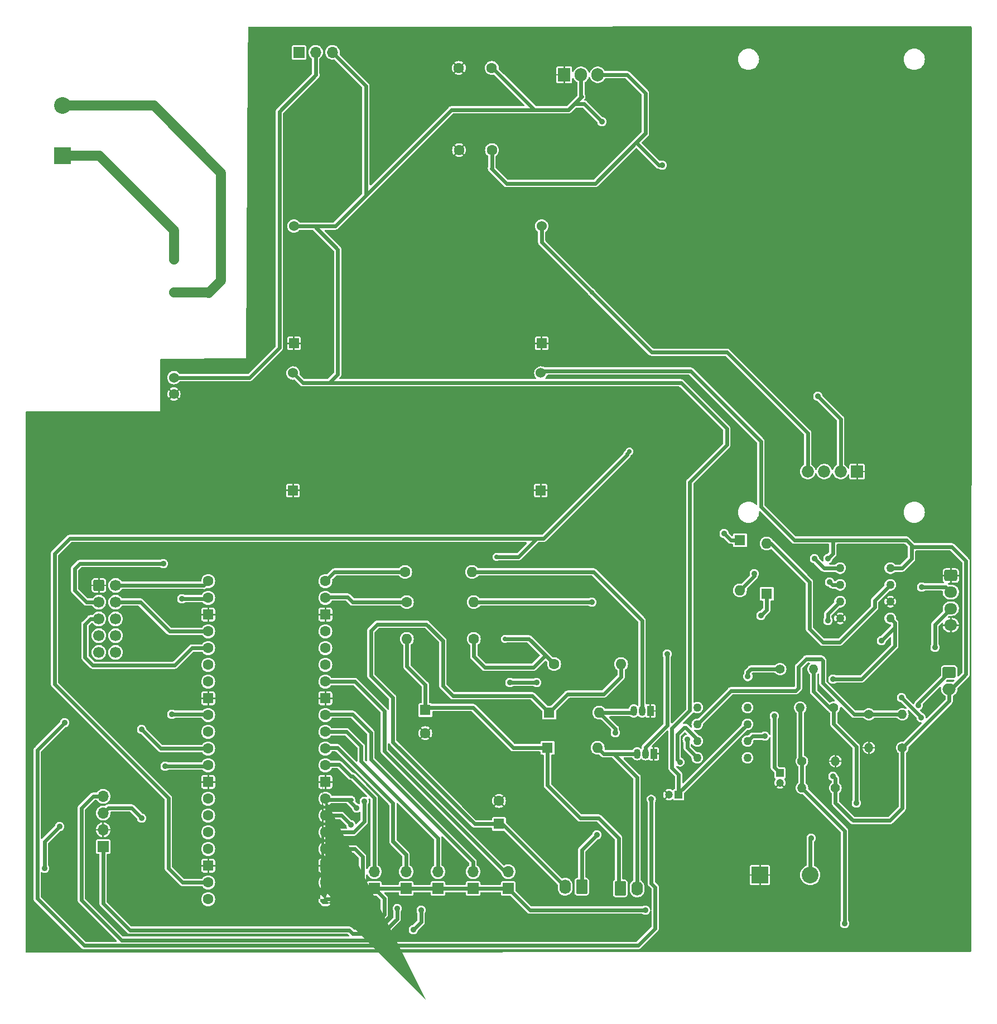
<source format=gbr>
%TF.GenerationSoftware,KiCad,Pcbnew,7.0.1*%
%TF.CreationDate,2023-05-11T18:44:23-05:00*%
%TF.ProjectId,CircuitoPotencia,43697263-7569-4746-9f50-6f74656e6369,rev?*%
%TF.SameCoordinates,Original*%
%TF.FileFunction,Copper,L2,Bot*%
%TF.FilePolarity,Positive*%
%FSLAX46Y46*%
G04 Gerber Fmt 4.6, Leading zero omitted, Abs format (unit mm)*
G04 Created by KiCad (PCBNEW 7.0.1) date 2023-05-11 18:44:23*
%MOMM*%
%LPD*%
G01*
G04 APERTURE LIST*
G04 Aperture macros list*
%AMRoundRect*
0 Rectangle with rounded corners*
0 $1 Rounding radius*
0 $2 $3 $4 $5 $6 $7 $8 $9 X,Y pos of 4 corners*
0 Add a 4 corners polygon primitive as box body*
4,1,4,$2,$3,$4,$5,$6,$7,$8,$9,$2,$3,0*
0 Add four circle primitives for the rounded corners*
1,1,$1+$1,$2,$3*
1,1,$1+$1,$4,$5*
1,1,$1+$1,$6,$7*
1,1,$1+$1,$8,$9*
0 Add four rect primitives between the rounded corners*
20,1,$1+$1,$2,$3,$4,$5,0*
20,1,$1+$1,$4,$5,$6,$7,0*
20,1,$1+$1,$6,$7,$8,$9,0*
20,1,$1+$1,$8,$9,$2,$3,0*%
%AMFreePoly0*
4,1,58,0.281242,0.792533,0.314585,0.788777,0.324216,0.782725,0.335306,0.780194,0.361541,0.759271,0.389950,0.741421,0.741421,0.389950,0.759271,0.361541,0.780194,0.335306,0.782725,0.324216,0.788777,0.314585,0.792533,0.281242,0.800000,0.248529,0.800000,-0.248529,0.792533,-0.281242,0.788777,-0.314585,0.782725,-0.324216,0.780194,-0.335306,0.759271,-0.361541,0.741421,-0.389950,
0.389950,-0.741421,0.361541,-0.759271,0.335306,-0.780194,0.324216,-0.782725,0.314585,-0.788777,0.281242,-0.792533,0.248529,-0.800000,0.000000,-0.800000,-0.248529,-0.800000,-0.281242,-0.792533,-0.314585,-0.788777,-0.324216,-0.782725,-0.335306,-0.780194,-0.361541,-0.759271,-0.389950,-0.741421,-0.741421,-0.389950,-0.759271,-0.361541,-0.780194,-0.335306,-0.782725,-0.324216,-0.788777,-0.314585,
-0.792533,-0.281242,-0.800000,-0.248529,-0.800000,0.248529,-0.792533,0.281242,-0.788777,0.314585,-0.782725,0.324216,-0.780194,0.335306,-0.759271,0.361541,-0.741421,0.389950,-0.389950,0.741421,-0.361541,0.759271,-0.335306,0.780194,-0.324216,0.782725,-0.314585,0.788777,-0.281242,0.792533,-0.248529,0.800000,0.248529,0.800000,0.281242,0.792533,0.281242,0.792533,$1*%
G04 Aperture macros list end*
%TA.AperFunction,ComponentPad*%
%ADD10R,1.700000X1.700000*%
%TD*%
%TA.AperFunction,ComponentPad*%
%ADD11O,1.700000X1.700000*%
%TD*%
%TA.AperFunction,ComponentPad*%
%ADD12RoundRect,0.250000X-0.600000X-0.600000X0.600000X-0.600000X0.600000X0.600000X-0.600000X0.600000X0*%
%TD*%
%TA.AperFunction,ComponentPad*%
%ADD13C,1.700000*%
%TD*%
%TA.AperFunction,ComponentPad*%
%ADD14C,1.600000*%
%TD*%
%TA.AperFunction,ComponentPad*%
%ADD15O,1.600000X1.600000*%
%TD*%
%TA.AperFunction,ComponentPad*%
%ADD16RoundRect,0.250000X-0.750000X0.600000X-0.750000X-0.600000X0.750000X-0.600000X0.750000X0.600000X0*%
%TD*%
%TA.AperFunction,ComponentPad*%
%ADD17O,2.000000X1.700000*%
%TD*%
%TA.AperFunction,ComponentPad*%
%ADD18C,1.400000*%
%TD*%
%TA.AperFunction,ComponentPad*%
%ADD19O,1.400000X1.400000*%
%TD*%
%TA.AperFunction,ComponentPad*%
%ADD20C,1.270000*%
%TD*%
%TA.AperFunction,ComponentPad*%
%ADD21R,2.540000X2.540000*%
%TD*%
%TA.AperFunction,ComponentPad*%
%ADD22C,2.540000*%
%TD*%
%TA.AperFunction,ComponentPad*%
%ADD23R,1.600000X1.600000*%
%TD*%
%TA.AperFunction,ComponentPad*%
%ADD24RoundRect,0.250000X-0.725000X0.600000X-0.725000X-0.600000X0.725000X-0.600000X0.725000X0.600000X0*%
%TD*%
%TA.AperFunction,ComponentPad*%
%ADD25O,1.950000X1.700000*%
%TD*%
%TA.AperFunction,ComponentPad*%
%ADD26C,1.524000*%
%TD*%
%TA.AperFunction,ComponentPad*%
%ADD27R,1.524000X1.524000*%
%TD*%
%TA.AperFunction,ComponentPad*%
%ADD28R,1.200000X1.200000*%
%TD*%
%TA.AperFunction,ComponentPad*%
%ADD29C,1.200000*%
%TD*%
%TA.AperFunction,ComponentPad*%
%ADD30R,1.050000X1.500000*%
%TD*%
%TA.AperFunction,ComponentPad*%
%ADD31O,1.050000X1.500000*%
%TD*%
%TA.AperFunction,ComponentPad*%
%ADD32FreePoly0,180.000000*%
%TD*%
%TA.AperFunction,ComponentPad*%
%ADD33RoundRect,0.200000X0.600000X0.600000X-0.600000X0.600000X-0.600000X-0.600000X0.600000X-0.600000X0*%
%TD*%
%TA.AperFunction,ComponentPad*%
%ADD34R,1.905000X2.000000*%
%TD*%
%TA.AperFunction,ComponentPad*%
%ADD35O,1.905000X2.000000*%
%TD*%
%TA.AperFunction,ComponentPad*%
%ADD36RoundRect,0.250000X-0.620000X-0.845000X0.620000X-0.845000X0.620000X0.845000X-0.620000X0.845000X0*%
%TD*%
%TA.AperFunction,ComponentPad*%
%ADD37O,1.740000X2.190000*%
%TD*%
%TA.AperFunction,ComponentPad*%
%ADD38R,1.850000X1.850000*%
%TD*%
%TA.AperFunction,ComponentPad*%
%ADD39C,1.850000*%
%TD*%
%TA.AperFunction,ComponentPad*%
%ADD40RoundRect,0.250000X0.620000X0.845000X-0.620000X0.845000X-0.620000X-0.845000X0.620000X-0.845000X0*%
%TD*%
%TA.AperFunction,ViaPad*%
%ADD41C,0.900000*%
%TD*%
%TA.AperFunction,ViaPad*%
%ADD42C,0.700000*%
%TD*%
%TA.AperFunction,Conductor*%
%ADD43C,0.600000*%
%TD*%
%TA.AperFunction,Conductor*%
%ADD44C,1.500000*%
%TD*%
G04 APERTURE END LIST*
D10*
%TO.P,SW2,1,1*%
%TO.N,+3.3V*%
X96147500Y-145039000D03*
D11*
%TO.P,SW2,2,2*%
%TO.N,SW2*%
X96147500Y-142499000D03*
%TD*%
D12*
%TO.P,J3,1,Pin_1*%
%TO.N,GND*%
X49530000Y-99060000D03*
D13*
%TO.P,J3,2,Pin_2*%
%TO.N,/Microcontrolador/SPI0_RX*%
X52070000Y-99060000D03*
%TO.P,J3,3,Pin_3*%
%TO.N,/Microcontrolador/SPI0_CSn*%
X49530000Y-101600000D03*
%TO.P,J3,4,Pin_4*%
%TO.N,/Microcontrolador/SPI0_SCK*%
X52070000Y-101600000D03*
%TO.P,J3,5,Pin_5*%
%TO.N,/Microcontrolador/SPI0_TX*%
X49530000Y-104140000D03*
%TO.P,J3,6,Pin_6*%
%TO.N,unconnected-(J3-Pin_6-Pad6)*%
X52070000Y-104140000D03*
%TO.P,J3,7*%
%TO.N,N/C*%
X49530000Y-106680000D03*
%TO.P,J3,8*%
X52070000Y-106680000D03*
%TO.P,J3,9*%
X49530000Y-109220000D03*
%TO.P,J3,10*%
X52070000Y-109220000D03*
%TD*%
D14*
%TO.P,R7,1*%
%TO.N,Relay1_ctr*%
X96266000Y-101600000D03*
D15*
%TO.P,R7,2*%
%TO.N,Net-(Q2-B)*%
X106426000Y-101600000D03*
%TD*%
D10*
%TO.P,J1,1,Pin_1*%
%TO.N,+3.3V*%
X50173500Y-138684000D03*
D11*
%TO.P,J1,2,Pin_2*%
%TO.N,GND*%
X50173500Y-136144000D03*
%TO.P,J1,3,Pin_3*%
%TO.N,DisplaySDA*%
X50173500Y-133604000D03*
%TO.P,J1,4,Pin_4*%
%TO.N,DisplaySCL*%
X50173500Y-131064000D03*
%TD*%
D16*
%TO.P,J6,1,Pin_1*%
%TO.N,/Microcontrolador/NTC_Analog*%
X178562000Y-112268000D03*
D17*
%TO.P,J6,2,Pin_2*%
%TO.N,+3.3V*%
X178562000Y-114768000D03*
%TD*%
D18*
%TO.P,R6,1*%
%TO.N,+3.3V*%
X161290000Y-129794000D03*
D19*
%TO.P,R6,2*%
%TO.N,Pilot_ADC*%
X156210000Y-129794000D03*
%TD*%
D20*
%TO.P,U2,1,NULL*%
%TO.N,unconnected-(U2-NULL-Pad1)*%
X140343500Y-117602000D03*
%TO.P,U2,2,-*%
%TO.N,Net-(U2--)*%
X140343500Y-120142000D03*
%TO.P,U2,3,+*%
%TO.N,/Microcontrolador/Pilot_PWM*%
X140343500Y-122682000D03*
%TO.P,U2,4,V-*%
%TO.N,-12V*%
X140343500Y-125222000D03*
%TO.P,U2,5,NULL*%
%TO.N,unconnected-(U2-NULL-Pad5)*%
X147963500Y-125222000D03*
%TO.P,U2,6*%
%TO.N,Net-(R3-Pad1)*%
X147963500Y-122682000D03*
%TO.P,U2,7,V+*%
%TO.N,+12V*%
X147963500Y-120142000D03*
%TO.P,U2,8,NC*%
%TO.N,unconnected-(U2-NC-Pad8)*%
X147963500Y-117602000D03*
%TD*%
%TO.P,IC1,1*%
%TO.N,Net-(D6-A)*%
X162010000Y-96445200D03*
%TO.P,IC1,2*%
%TO.N,Net-(IC1-Pad2)*%
X162010000Y-98985200D03*
%TO.P,IC1,3*%
%TO.N,Net-(IC1-Pad3)*%
X162010000Y-101525200D03*
%TO.P,IC1,4*%
%TO.N,GND*%
X162010000Y-104065200D03*
%TO.P,IC1,5*%
%TO.N,Net-(C4-Pad1)*%
X169630000Y-104065200D03*
%TO.P,IC1,6*%
%TO.N,GND*%
X169630000Y-101525200D03*
%TO.P,IC1,7*%
%TO.N,Net-(D5-A)*%
X169630000Y-98985200D03*
%TO.P,IC1,8*%
%TO.N,+3.3V*%
X169630000Y-96445200D03*
%TD*%
D21*
%TO.P,J8,1,Pin_1*%
%TO.N,GND*%
X149860000Y-143002000D03*
D22*
%TO.P,J8,2,Pin_2*%
%TO.N,Pilot_OUT*%
X157480000Y-143002000D03*
%TD*%
D10*
%TO.P,SW5,1,1*%
%TO.N,+3.3V*%
X111641500Y-145039000D03*
D11*
%TO.P,SW5,2,2*%
%TO.N,SW5*%
X111641500Y-142499000D03*
%TD*%
D23*
%TO.P,C7,1*%
%TO.N,Net-(D3-K)*%
X110236000Y-135256651D03*
D14*
%TO.P,C7,2*%
%TO.N,GND*%
X110236000Y-131756651D03*
%TD*%
D24*
%TO.P,J4,1,Pin_1*%
%TO.N,GND*%
X178816000Y-97576000D03*
D25*
%TO.P,J4,2,Pin_2*%
%TO.N,Net-(D9-K)*%
X178816000Y-100076000D03*
%TO.P,J4,3,Pin_3*%
%TO.N,Net-(J4-Pin_3)*%
X178816000Y-102576000D03*
%TO.P,J4,4,Pin_4*%
%TO.N,GND*%
X178816000Y-105076000D03*
%TD*%
D14*
%TO.P,CIn3,1*%
%TO.N,GND*%
X104144500Y-20556750D03*
%TO.P,CIn3,2*%
%TO.N,+12V*%
X109144500Y-20556750D03*
%TD*%
D26*
%TO.P,U_5V1,1,IN+*%
%TO.N,+12V*%
X79130000Y-44540000D03*
D27*
%TO.P,U_5V1,2,IN-*%
%TO.N,GND*%
X79130000Y-62340000D03*
D26*
%TO.P,U_5V1,3,OUT+*%
%TO.N,+5V*%
X116730000Y-44540000D03*
D27*
%TO.P,U_5V1,4,OUT-*%
%TO.N,GND*%
X116730000Y-62340000D03*
%TD*%
D23*
%TO.P,D6,1,K*%
%TO.N,/Microcontrolador/FALLA*%
X146812000Y-92202000D03*
D15*
%TO.P,D6,2,A*%
%TO.N,Net-(D6-A)*%
X146812000Y-99822000D03*
%TD*%
D18*
%TO.P,R5,1*%
%TO.N,Pilot_ADC*%
X156210000Y-125730000D03*
D19*
%TO.P,R5,2*%
%TO.N,GND*%
X161290000Y-125730000D03*
%TD*%
D28*
%TO.P,C2,1*%
%TO.N,-12V*%
X152908000Y-127532000D03*
D29*
%TO.P,C2,2*%
%TO.N,GND*%
X152908000Y-129032000D03*
%TD*%
D14*
%TO.P,R8,1*%
%TO.N,Relay2_ctr*%
X96012000Y-97028000D03*
D15*
%TO.P,R8,2*%
%TO.N,Net-(Q1-B)*%
X106172000Y-97028000D03*
%TD*%
D18*
%TO.P,R4,1*%
%TO.N,Pilot_OUT*%
X161036000Y-117602000D03*
D19*
%TO.P,R4,2*%
%TO.N,Pilot_ADC*%
X155956000Y-117602000D03*
%TD*%
D23*
%TO.P,D5,1,K*%
%TO.N,Net-(D5-K)*%
X150876000Y-100330000D03*
D15*
%TO.P,D5,2,A*%
%TO.N,Net-(D5-A)*%
X150876000Y-92710000D03*
%TD*%
D26*
%TO.P,U_3.3V1,1,IN+*%
%TO.N,+12V*%
X78990000Y-66846000D03*
D27*
%TO.P,U_3.3V1,2,IN-*%
%TO.N,GND*%
X78990000Y-84646000D03*
D26*
%TO.P,U_3.3V1,3,OUT+*%
%TO.N,+3.3V*%
X116590000Y-66846000D03*
D27*
%TO.P,U_3.3V1,4,OUT-*%
%TO.N,GND*%
X116590000Y-84646000D03*
%TD*%
D26*
%TO.P,PT1,1,-Vo*%
%TO.N,GND*%
X60912500Y-70030000D03*
%TO.P,PT1,2,+Vo*%
%TO.N,Net-(JP1-C)*%
X60912500Y-67530000D03*
%TO.P,PT1,3,AC/N*%
%TO.N,/Potencia2.0/N*%
X60912500Y-54630000D03*
%TO.P,PT1,4,AC/L*%
%TO.N,/Potencia2.0/In110v*%
X60912500Y-49630000D03*
%TD*%
D28*
%TO.P,C1,1*%
%TO.N,+12V*%
X137510099Y-130810000D03*
D29*
%TO.P,C1,2*%
%TO.N,GND*%
X136010099Y-130810000D03*
%TD*%
D23*
%TO.P,D4,1,K*%
%TO.N,Net-(D4-K)*%
X117602000Y-123698000D03*
D15*
%TO.P,D4,2,A*%
%TO.N,Net-(D4-A)*%
X125222000Y-123698000D03*
%TD*%
D30*
%TO.P,Q2,1,E*%
%TO.N,GND*%
X133739500Y-124608000D03*
D31*
%TO.P,Q2,2,B*%
%TO.N,Net-(Q2-B)*%
X132469500Y-124608000D03*
%TO.P,Q2,3,C*%
%TO.N,Net-(D4-A)*%
X131199500Y-124608000D03*
%TD*%
D21*
%TO.P,Input110,1,Pin_1*%
%TO.N,/Potencia2.0/In110v*%
X44000000Y-33910000D03*
D22*
%TO.P,Input110,2,Pin_2*%
%TO.N,/Potencia2.0/N*%
X44000000Y-26290000D03*
%TD*%
D10*
%TO.P,SW1,1,1*%
%TO.N,+3.3V*%
X91321500Y-145039000D03*
D11*
%TO.P,SW1,2,2*%
%TO.N,SW1*%
X91321500Y-142499000D03*
%TD*%
D18*
%TO.P,R3,1*%
%TO.N,Net-(R3-Pad1)*%
X152908000Y-111760000D03*
D19*
%TO.P,R3,2*%
%TO.N,Pilot_OUT*%
X157988000Y-111760000D03*
%TD*%
D18*
%TO.P,R2,1*%
%TO.N,Net-(U2--)*%
X166370000Y-118618000D03*
D19*
%TO.P,R2,2*%
%TO.N,GND*%
X166370000Y-123698000D03*
%TD*%
D23*
%TO.P,C6,1*%
%TO.N,Net-(D4-K)*%
X99060000Y-117981349D03*
D14*
%TO.P,C6,2*%
%TO.N,GND*%
X99060000Y-121481349D03*
%TD*%
D32*
%TO.P,A1,1,GPIO0*%
%TO.N,/Microcontrolador/TX_Pzem*%
X83896200Y-146670000D03*
D14*
%TO.P,A1,2,GPIO1*%
%TO.N,/Microcontrolador/RX_Pzem*%
X83896200Y-144130000D03*
D33*
%TO.P,A1,3,GND*%
%TO.N,GND*%
X83896200Y-141590000D03*
D14*
%TO.P,A1,5,GPIO3*%
%TO.N,/Microcontrolador/FALLA*%
X83896200Y-136510000D03*
%TO.P,A1,6,GPIO4*%
%TO.N,DisplaySDA*%
X83896200Y-133970000D03*
%TO.P,A1,7,GPIO5*%
%TO.N,DisplaySCL*%
X83896200Y-131430000D03*
D33*
%TO.P,A1,8,GND*%
%TO.N,GND*%
X83896200Y-128890000D03*
D14*
%TO.P,A1,9,GPIO6*%
%TO.N,SW1*%
X83896200Y-126350000D03*
%TO.P,A1,10,GPIO7*%
%TO.N,SW2*%
X83896200Y-123810000D03*
%TO.P,A1,11,GPIO8*%
%TO.N,SW3*%
X83896200Y-121270000D03*
%TO.P,A1,12,GPIO9*%
%TO.N,SW4*%
X83896200Y-118730000D03*
D33*
%TO.P,A1,13,GND*%
%TO.N,GND*%
X83896200Y-116190000D03*
D14*
%TO.P,A1,14,GPIO10*%
%TO.N,SW5*%
X83896200Y-113650000D03*
%TO.P,A1,15,GPIO11*%
%TO.N,unconnected-(A1-GPIO11-Pad15)*%
X83896200Y-111110000D03*
%TO.P,A1,16,GPIO12*%
%TO.N,unconnected-(A1-GPIO12-Pad16)*%
X83896200Y-108570000D03*
%TO.P,A1,17,GPIO13*%
%TO.N,unconnected-(A1-GPIO13-Pad17)*%
X83896200Y-106030000D03*
D33*
%TO.P,A1,18,GND*%
%TO.N,GND*%
X83896200Y-103490000D03*
D14*
%TO.P,A1,19,GPIO14*%
%TO.N,Relay1_ctr*%
X83896200Y-100950000D03*
%TO.P,A1,20,GPIO15*%
%TO.N,Relay2_ctr*%
X83896200Y-98410000D03*
%TO.P,A1,21,GPIO16*%
%TO.N,/Microcontrolador/SPI0_RX*%
X66116200Y-98410000D03*
%TO.P,A1,22,GPIO17*%
%TO.N,/Microcontrolador/SPI0_CSn*%
X66116200Y-100950000D03*
D33*
%TO.P,A1,23,GND*%
%TO.N,GND*%
X66116200Y-103490000D03*
D14*
%TO.P,A1,24,GPIO18*%
%TO.N,/Microcontrolador/SPI0_SCK*%
X66116200Y-106030000D03*
%TO.P,A1,25,GPIO19*%
%TO.N,/Microcontrolador/SPI0_TX*%
X66116200Y-108570000D03*
%TO.P,A1,26,GPIO20*%
%TO.N,unconnected-(A1-GPIO20-Pad26)*%
X66116200Y-111110000D03*
%TO.P,A1,27,GPIO21*%
%TO.N,unconnected-(A1-GPIO21-Pad27)*%
X66116200Y-113650000D03*
D33*
%TO.P,A1,28,GND*%
%TO.N,GND*%
X66116200Y-116190000D03*
D14*
%TO.P,A1,29,GPIO22*%
%TO.N,/Microcontrolador/Pilot_PWM*%
X66116200Y-118730000D03*
%TO.P,A1,30,RUN*%
%TO.N,unconnected-(A1-RUN-Pad30)*%
X66116200Y-121270000D03*
%TO.P,A1,31,GPIO26_ADC0*%
%TO.N,/Microcontrolador/NTC_Analog*%
X66116200Y-123810000D03*
%TO.P,A1,32,GPIO27_ADC1*%
%TO.N,Pilot_ADC*%
X66116200Y-126350000D03*
D33*
%TO.P,A1,33,AGND*%
%TO.N,GND*%
X66116200Y-128890000D03*
D14*
%TO.P,A1,34,GPIO28_ADC2*%
%TO.N,unconnected-(A1-GPIO28_ADC2-Pad34)*%
X66116200Y-131430000D03*
%TO.P,A1,35,ADC_VREF*%
%TO.N,unconnected-(A1-ADC_VREF-Pad35)*%
X66116200Y-133970000D03*
%TO.P,A1,36,3V3*%
%TO.N,unconnected-(A1-3V3-Pad36)*%
X66116200Y-136510000D03*
%TO.P,A1,37,3V3_EN*%
%TO.N,unconnected-(A1-3V3_EN-Pad37)*%
X66116200Y-139050000D03*
D33*
%TO.P,A1,38,GND*%
%TO.N,GND*%
X66116200Y-141590000D03*
D14*
%TO.P,A1,39,VSYS*%
%TO.N,+5V*%
X66116200Y-144130000D03*
%TO.P,A1,40,VBUS*%
%TO.N,unconnected-(A1-VBUS-Pad40)*%
X66116200Y-146670000D03*
%TD*%
D18*
%TO.P,R1,1*%
%TO.N,+3.3V*%
X171450000Y-123698000D03*
D19*
%TO.P,R1,2*%
%TO.N,Net-(U2--)*%
X171450000Y-118618000D03*
%TD*%
D30*
%TO.P,Q1,1,E*%
%TO.N,GND*%
X133231500Y-118110000D03*
D31*
%TO.P,Q1,2,B*%
%TO.N,Net-(Q1-B)*%
X131961500Y-118110000D03*
%TO.P,Q1,3,C*%
%TO.N,Net-(D3-A)*%
X130691500Y-118110000D03*
%TD*%
D23*
%TO.P,D3,1,K*%
%TO.N,Net-(D3-K)*%
X117856000Y-118364000D03*
D15*
%TO.P,D3,2,A*%
%TO.N,Net-(D3-A)*%
X125476000Y-118364000D03*
%TD*%
D34*
%TO.P,U3,1,GND*%
%TO.N,GND*%
X120142000Y-21590000D03*
D35*
%TO.P,U3,2,VI*%
%TO.N,+12V*%
X122682000Y-21590000D03*
%TO.P,U3,3,VO*%
%TO.N,-12V*%
X125222000Y-21590000D03*
%TD*%
D14*
%TO.P,CIn4,1*%
%TO.N,GND*%
X104180000Y-33020000D03*
%TO.P,CIn4,2*%
%TO.N,-12V*%
X109180000Y-33020000D03*
%TD*%
D10*
%TO.P,JP1,1,A*%
%TO.N,unconnected-(JP1-A-Pad1)*%
X79880000Y-18180000D03*
D11*
%TO.P,JP1,2,C*%
%TO.N,Net-(JP1-C)*%
X82420000Y-18180000D03*
%TO.P,JP1,3,B*%
%TO.N,+12V*%
X84960000Y-18180000D03*
%TD*%
D36*
%TO.P,J2,1,Pin_1*%
%TO.N,Net-(D4-K)*%
X128659500Y-145034000D03*
D37*
%TO.P,J2,2,Pin_2*%
%TO.N,Net-(D4-A)*%
X131199500Y-145034000D03*
%TD*%
D14*
%TO.P,,4,GPIO3*%
%TO.N,/Microcontrolador/GFCI_TEST*%
X83896200Y-139039600D03*
%TD*%
D38*
%TO.P,J5,1,Pin_1*%
%TO.N,GND*%
X164592000Y-81788000D03*
D39*
%TO.P,J5,2,Pin_2*%
%TO.N,/Microcontrolador/TX_Pzem*%
X162092000Y-81788000D03*
%TO.P,J5,3,Pin_3*%
%TO.N,Net-(J5-Pin_3)*%
X159592000Y-81788000D03*
%TO.P,J5,4,Pin_4*%
%TO.N,+5V*%
X157092000Y-81788000D03*
%TD*%
D14*
%TO.P,R21,1*%
%TO.N,+5V*%
X118618000Y-110998000D03*
D15*
%TO.P,R21,2*%
%TO.N,Net-(D3-K)*%
X128778000Y-110998000D03*
%TD*%
D10*
%TO.P,SW4,1,1*%
%TO.N,+3.3V*%
X106307500Y-145039000D03*
D11*
%TO.P,SW4,2,2*%
%TO.N,SW4*%
X106307500Y-142499000D03*
%TD*%
D40*
%TO.P,J9,1,Pin_1*%
%TO.N,Net-(D3-A)*%
X122817500Y-144780000D03*
D37*
%TO.P,J9,2,Pin_2*%
%TO.N,Net-(D3-K)*%
X120277500Y-144780000D03*
%TD*%
D14*
%TO.P,R20,1*%
%TO.N,+5V*%
X106426000Y-107188000D03*
D15*
%TO.P,R20,2*%
%TO.N,Net-(D4-K)*%
X96266000Y-107188000D03*
%TD*%
D10*
%TO.P,SW3,1,1*%
%TO.N,+3.3V*%
X100973500Y-145034000D03*
D11*
%TO.P,SW3,2,2*%
%TO.N,SW3*%
X100973500Y-142494000D03*
%TD*%
D41*
%TO.N,/Microcontrolador/TX_Pzem*%
X158631500Y-70358000D03*
X115959500Y-113792000D03*
X98433500Y-148336000D03*
X97248150Y-151299350D03*
X111895500Y-113792000D03*
X89543500Y-149860000D03*
%TO.N,/Microcontrolador/RX_Pzem*%
X87511500Y-141224000D03*
%TO.N,/Microcontrolador/GFCI_TEST*%
X171331500Y-116078000D03*
X174288052Y-119107348D03*
X91321500Y-149098000D03*
%TO.N,/Microcontrolador/FALLA*%
X144407500Y-91186000D03*
X89797500Y-131826000D03*
%TO.N,DisplaySDA*%
X87765500Y-135382000D03*
X56015500Y-134366000D03*
%TO.N,DisplaySCL*%
X88646000Y-132842000D03*
X94797500Y-148107400D03*
%TO.N,/Microcontrolador/SPI0_CSn*%
X62111500Y-101092000D03*
X59317500Y-95758000D03*
%TO.N,/Microcontrolador/Pilot_PWM*%
X133350000Y-131520000D03*
X60587500Y-118618000D03*
X44331500Y-119888000D03*
X137700000Y-125860000D03*
%TO.N,/Microcontrolador/NTC_Analog*%
X56015500Y-120904000D03*
X173888896Y-117292599D03*
%TO.N,Pilot_ADC*%
X43569500Y-135636000D03*
X41283500Y-141986000D03*
X162695500Y-150368000D03*
X59571500Y-126492000D03*
D42*
%TO.N,+5V*%
X124341500Y-54610000D03*
X111133500Y-107188000D03*
X130048000Y-78740000D03*
X109863500Y-94742000D03*
D41*
%TO.N,+12V*%
X125865500Y-28702000D03*
%TO.N,-12V*%
X152027500Y-118872000D03*
X135009500Y-35306000D03*
X138811000Y-122453400D03*
%TO.N,Pilot_OUT*%
X157615500Y-137414000D03*
X164473500Y-132080000D03*
%TO.N,Net-(C4-Pad1)*%
X168283500Y-107442000D03*
X160917500Y-113284000D03*
%TO.N,Net-(D5-K)*%
X149995500Y-103632000D03*
%TO.N,Net-(D3-A)*%
X127897500Y-121412000D03*
X125103500Y-136906000D03*
%TO.N,Net-(D6-A)*%
X158123500Y-94996000D03*
X148979500Y-97282000D03*
%TO.N,Net-(IC1-Pad2)*%
X160409500Y-98552000D03*
%TO.N,Net-(IC1-Pad3)*%
X160155500Y-104394000D03*
%TO.N,+3.3V*%
X160917500Y-128016000D03*
X160155500Y-94996000D03*
X132469500Y-148336000D03*
%TO.N,Net-(J4-Pin_3)*%
X176411500Y-108458000D03*
%TO.N,Net-(Q2-B)*%
X124341500Y-101600000D03*
X135771500Y-109474000D03*
%TO.N,Net-(R3-Pad1)*%
X148010000Y-112890000D03*
X150580000Y-121940000D03*
%TO.N,Net-(D9-K)*%
X174379500Y-99314000D03*
%TD*%
D43*
%TO.N,/Microcontrolador/TX_Pzem*%
X162092000Y-73818500D02*
X158631500Y-70358000D01*
X98433500Y-150114000D02*
X98433500Y-148336000D01*
X111895500Y-113792000D02*
X115959500Y-113792000D01*
X86580000Y-146670000D02*
X83896200Y-146670000D01*
X89543500Y-149860000D02*
X89543500Y-149493500D01*
X86650000Y-146600000D02*
X86580000Y-146670000D01*
X97248150Y-151299350D02*
X98433500Y-150114000D01*
X162092000Y-81788000D02*
X162092000Y-73818500D01*
X89543500Y-149493500D02*
X86650000Y-146600000D01*
%TO.N,/Microcontrolador/RX_Pzem*%
X83896200Y-144130000D02*
X84605500Y-144130000D01*
X84605500Y-144130000D02*
X87511500Y-141224000D01*
%TO.N,/Microcontrolador/GFCI_TEST*%
X89543500Y-147320000D02*
X91321500Y-149098000D01*
X174288052Y-119034552D02*
X171331500Y-116078000D01*
X88385500Y-139050000D02*
X89543500Y-140208000D01*
X89543500Y-140208000D02*
X89543500Y-147320000D01*
X83896200Y-139050000D02*
X88385500Y-139050000D01*
X174288052Y-119107348D02*
X174288052Y-119034552D01*
%TO.N,/Microcontrolador/FALLA*%
X146812000Y-92202000D02*
X145423500Y-92202000D01*
X145423500Y-92202000D02*
X144407500Y-91186000D01*
X89797500Y-134874000D02*
X89797500Y-131826000D01*
X88161500Y-136510000D02*
X89797500Y-134874000D01*
X83896200Y-136510000D02*
X88161500Y-136510000D01*
%TO.N,DisplaySDA*%
X54491500Y-132842000D02*
X50935500Y-132842000D01*
X50935500Y-132842000D02*
X50173500Y-133604000D01*
X56015500Y-134366000D02*
X54491500Y-132842000D01*
X86353500Y-133970000D02*
X87765500Y-135382000D01*
X83896200Y-133970000D02*
X86353500Y-133970000D01*
%TO.N,DisplaySCL*%
X88646000Y-132842000D02*
X87376000Y-131572000D01*
X86614000Y-131572000D02*
X84038200Y-131572000D01*
X91542000Y-152908000D02*
X52967500Y-152908000D01*
X87884000Y-131572000D02*
X86614000Y-131572000D01*
X46871500Y-132842000D02*
X48649500Y-131064000D01*
X87376000Y-131572000D02*
X86614000Y-131572000D01*
X94797500Y-149652500D02*
X91542000Y-152908000D01*
X94797500Y-148107400D02*
X94797500Y-149652500D01*
X46871500Y-146812000D02*
X46871500Y-132842000D01*
X48649500Y-131064000D02*
X50173500Y-131064000D01*
X52967500Y-152908000D02*
X46871500Y-146812000D01*
X84038200Y-131572000D02*
X83896200Y-131430000D01*
%TO.N,SW1*%
X87765500Y-128016000D02*
X85987500Y-126238000D01*
X84008200Y-126238000D02*
X83896200Y-126350000D01*
X91321500Y-131318000D02*
X88019500Y-128016000D01*
X85987500Y-126238000D02*
X84008200Y-126238000D01*
X88019500Y-128016000D02*
X87765500Y-128016000D01*
X91321500Y-142499000D02*
X91321500Y-131318000D01*
%TO.N,SW2*%
X96147500Y-142499000D02*
X96147500Y-139911700D01*
X96147500Y-139911700D02*
X94132400Y-137896600D01*
X85725000Y-123698000D02*
X84008200Y-123698000D01*
X94132400Y-137896600D02*
X94132400Y-132105400D01*
X84008200Y-123698000D02*
X83896200Y-123810000D01*
X94132400Y-132105400D02*
X85725000Y-123698000D01*
%TO.N,SW3*%
X100973500Y-137414000D02*
X100973500Y-142494000D01*
X87115500Y-121270000D02*
X89327500Y-123482000D01*
X89327500Y-125768000D02*
X100973500Y-137414000D01*
X83896200Y-121270000D02*
X87115500Y-121270000D01*
X89327500Y-123482000D02*
X89327500Y-125768000D01*
%TO.N,SW4*%
X90813500Y-125476000D02*
X90813500Y-121412000D01*
X106307500Y-140970000D02*
X90813500Y-125476000D01*
X84008200Y-118618000D02*
X83896200Y-118730000D01*
X90813500Y-121412000D02*
X88019500Y-118618000D01*
X88019500Y-118618000D02*
X84008200Y-118618000D01*
X106307500Y-142499000D02*
X106307500Y-140970000D01*
%TO.N,SW5*%
X92845500Y-118110000D02*
X88385500Y-113650000D01*
X88385500Y-113650000D02*
X83896200Y-113650000D01*
X111138500Y-142499000D02*
X92845500Y-124206000D01*
X92845500Y-124206000D02*
X92845500Y-118110000D01*
X111641500Y-142499000D02*
X111138500Y-142499000D01*
%TO.N,Relay1_ctr*%
X87257500Y-100838000D02*
X84008200Y-100838000D01*
X84008200Y-100838000D02*
X83896200Y-100950000D01*
X88019500Y-101600000D02*
X87257500Y-100838000D01*
X96266000Y-101600000D02*
X88019500Y-101600000D01*
%TO.N,Relay2_ctr*%
X85278200Y-97028000D02*
X83896200Y-98410000D01*
X96012000Y-97028000D02*
X85278200Y-97028000D01*
%TO.N,/Microcontrolador/SPI0_RX*%
X65466200Y-99060000D02*
X66116200Y-98410000D01*
X52070000Y-99060000D02*
X65466200Y-99060000D01*
%TO.N,/Microcontrolador/SPI0_CSn*%
X47633500Y-101600000D02*
X45855500Y-99822000D01*
X65974200Y-101092000D02*
X66116200Y-100950000D01*
X46617500Y-95758000D02*
X59317500Y-95758000D01*
X45855500Y-96520000D02*
X46617500Y-95758000D01*
X45855500Y-99822000D02*
X45855500Y-96520000D01*
X62111500Y-101092000D02*
X65974200Y-101092000D01*
X49530000Y-101600000D02*
X47633500Y-101600000D01*
%TO.N,/Microcontrolador/SPI0_SCK*%
X60259200Y-106030000D02*
X66116200Y-106030000D01*
X52070000Y-101600000D02*
X55829200Y-101600000D01*
X55829200Y-101600000D02*
X60259200Y-106030000D01*
%TO.N,/Microcontrolador/SPI0_TX*%
X61036200Y-111175800D02*
X48615600Y-111175800D01*
X63642000Y-108570000D02*
X61036200Y-111175800D01*
X48209200Y-104140000D02*
X49530000Y-104140000D01*
X66116200Y-108570000D02*
X63642000Y-108570000D01*
X47396400Y-104952800D02*
X48209200Y-104140000D01*
X47396400Y-109956600D02*
X47396400Y-104952800D01*
X48615600Y-111175800D02*
X47396400Y-109956600D01*
%TO.N,/Microcontrolador/Pilot_PWM*%
X137700000Y-125860000D02*
X137300000Y-125460000D01*
X66004200Y-118618000D02*
X66116200Y-118730000D01*
X133959600Y-151091800D02*
X131343400Y-153708000D01*
X133350000Y-144251871D02*
X133959600Y-144861471D01*
X40267500Y-123952000D02*
X40453750Y-123765750D01*
X60587500Y-118618000D02*
X66004200Y-118618000D01*
X131343400Y-153708000D02*
X47282000Y-153708000D01*
X133959600Y-144861471D02*
X133959600Y-151091800D01*
X40157400Y-146583400D02*
X40157400Y-124062100D01*
X137300000Y-121667918D02*
X138355785Y-120612133D01*
X133350000Y-131520000D02*
X133350000Y-144251871D01*
X137300000Y-125460000D02*
X137300000Y-121667918D01*
X40157400Y-124062100D02*
X40453750Y-123765750D01*
X140343500Y-122413500D02*
X140343500Y-122682000D01*
X47282000Y-153708000D02*
X40157400Y-146583400D01*
X138542133Y-120612133D02*
X140343500Y-122413500D01*
X40453750Y-123765750D02*
X44331500Y-119888000D01*
X138355785Y-120612133D02*
X138542133Y-120612133D01*
%TO.N,/Microcontrolador/NTC_Analog*%
X173888896Y-116941104D02*
X178562000Y-112268000D01*
X173888896Y-117292599D02*
X173888896Y-116941104D01*
X56015500Y-120904000D02*
X58921500Y-123810000D01*
X58921500Y-123810000D02*
X66116200Y-123810000D01*
%TO.N,Pilot_ADC*%
X155956000Y-117602000D02*
X155956000Y-125476000D01*
X156210000Y-129794000D02*
X162695500Y-136279500D01*
X41283500Y-137922000D02*
X41283500Y-141986000D01*
X43569500Y-135636000D02*
X41283500Y-137922000D01*
X156210000Y-129794000D02*
X156210000Y-125730000D01*
X59571500Y-126492000D02*
X65974200Y-126492000D01*
X162695500Y-136279500D02*
X162695500Y-150368000D01*
X65974200Y-126492000D02*
X66116200Y-126350000D01*
X155956000Y-125476000D02*
X156210000Y-125730000D01*
%TO.N,+5V*%
X62223500Y-144130000D02*
X66116200Y-144130000D01*
X60079500Y-141986000D02*
X62223500Y-144130000D01*
X42807500Y-94234000D02*
X45093500Y-91948000D01*
X45093500Y-91948000D02*
X46109500Y-91948000D01*
X115451500Y-111506000D02*
X108085500Y-111506000D01*
X129675500Y-79112500D02*
X130048000Y-78740000D01*
X133409300Y-63677800D02*
X144839300Y-63677800D01*
X114808000Y-107188000D02*
X117288750Y-109668750D01*
X42807500Y-114046000D02*
X60079500Y-131318000D01*
X111133500Y-107188000D02*
X114808000Y-107188000D01*
X106426000Y-109846500D02*
X106426000Y-107188000D01*
X116975500Y-91948000D02*
X129675500Y-79248000D01*
X117288750Y-109668750D02*
X118618000Y-110998000D01*
X117288750Y-109668750D02*
X115451500Y-111506000D01*
X42807500Y-94234000D02*
X42807500Y-114046000D01*
X157092000Y-75930500D02*
X157092000Y-81788000D01*
X116730000Y-46998500D02*
X124341500Y-54610000D01*
X108085500Y-111506000D02*
X106426000Y-109846500D01*
X124341500Y-54610000D02*
X133409300Y-63677800D01*
X113165500Y-94742000D02*
X109863500Y-94742000D01*
X116730000Y-44540000D02*
X116730000Y-46998500D01*
X115959500Y-91948000D02*
X116975500Y-91948000D01*
X144839300Y-63677800D02*
X157092000Y-75930500D01*
X60079500Y-131318000D02*
X60079500Y-141986000D01*
X129675500Y-79248000D02*
X129675500Y-79112500D01*
X46109500Y-91948000D02*
X115959500Y-91948000D01*
X115959500Y-91948000D02*
X113165500Y-94742000D01*
%TO.N,+12V*%
X103005500Y-26924000D02*
X116467500Y-26924000D01*
X79141600Y-44551600D02*
X79130000Y-44540000D01*
X85775800Y-67024200D02*
X84474000Y-68326000D01*
X136500000Y-120770000D02*
X139208500Y-118061500D01*
X137510099Y-127756499D02*
X136500000Y-126746400D01*
X79130000Y-44540000D02*
X82240000Y-44540000D01*
X144810000Y-77760000D02*
X144810000Y-75272022D01*
X90059750Y-39869750D02*
X85377900Y-44551600D01*
X85377900Y-44551600D02*
X79141600Y-44551600D01*
X137510099Y-130810000D02*
X137510099Y-127756499D01*
X122682000Y-24756500D02*
X122682000Y-21590000D01*
X120785500Y-26924000D02*
X121674500Y-26035000D01*
X82240000Y-44540000D02*
X85775800Y-48075800D01*
X90059750Y-39869750D02*
X103005500Y-26924000D01*
X137863978Y-68326000D02*
X81400000Y-68326000D01*
X80470000Y-68326000D02*
X81400000Y-68326000D01*
X84474000Y-68326000D02*
X81400000Y-68326000D01*
X121674500Y-26035000D02*
X122817500Y-24892000D01*
X109144500Y-20556750D02*
X109280000Y-20556750D01*
X139208500Y-83361500D02*
X144810000Y-77760000D01*
X84960000Y-18180000D02*
X90059750Y-23279750D01*
X144810000Y-75272022D02*
X137863978Y-68326000D01*
X136500000Y-126746400D02*
X136500000Y-120770000D01*
X139208500Y-118061500D02*
X139208500Y-83361500D01*
X123198500Y-26035000D02*
X125865500Y-28702000D01*
X121674500Y-26035000D02*
X123198500Y-26035000D01*
X78990000Y-66846000D02*
X80470000Y-68326000D01*
X109280000Y-20556750D02*
X115376000Y-26652750D01*
X90059750Y-23279750D02*
X90059750Y-39869750D01*
X137510099Y-130595401D02*
X147963500Y-120142000D01*
X116467500Y-26924000D02*
X120785500Y-26924000D01*
X85775800Y-48075800D02*
X85775800Y-67024200D01*
X137510099Y-130810000D02*
X137510099Y-130595401D01*
X115705500Y-26924000D02*
X116467500Y-26924000D01*
X122817500Y-24892000D02*
X122682000Y-24756500D01*
%TO.N,-12V*%
X138811000Y-122453400D02*
X138811000Y-123689500D01*
X135009500Y-35306000D02*
X134501500Y-35306000D01*
X124849500Y-38100000D02*
X111387500Y-38100000D01*
X131072500Y-31877000D02*
X124849500Y-38100000D01*
X138811000Y-123689500D02*
X140343500Y-125222000D01*
X134501500Y-35306000D02*
X131072500Y-31877000D01*
X132469500Y-24384000D02*
X132469500Y-30480000D01*
X109101500Y-35814000D02*
X109180000Y-35735500D01*
X111387500Y-38100000D02*
X109101500Y-35814000D01*
X152908000Y-127532000D02*
X152027500Y-126651500D01*
X125222000Y-21590000D02*
X129675500Y-21590000D01*
X152027500Y-126651500D02*
X152027500Y-118872000D01*
X109180000Y-35735500D02*
X109180000Y-33020000D01*
X129675500Y-21590000D02*
X132469500Y-24384000D01*
X132469500Y-30480000D02*
X131072500Y-31877000D01*
%TO.N,Pilot_OUT*%
X157480000Y-137549500D02*
X157615500Y-137414000D01*
X160409500Y-117602000D02*
X157988000Y-115180500D01*
X161036000Y-117602000D02*
X160409500Y-117602000D01*
X157988000Y-115180500D02*
X157988000Y-111760000D01*
X161036000Y-120061057D02*
X164473500Y-123498557D01*
X161036000Y-117602000D02*
X161036000Y-120061057D01*
X164473500Y-123498557D02*
X164473500Y-132080000D01*
X157480000Y-143002000D02*
X157480000Y-137549500D01*
%TO.N,Net-(C4-Pad1)*%
X170315500Y-104750700D02*
X169630000Y-104065200D01*
X170315500Y-108204000D02*
X165235500Y-113284000D01*
X168283500Y-107442000D02*
X170315500Y-105410000D01*
X170315500Y-105410000D02*
X170315500Y-104750700D01*
X165235500Y-113284000D02*
X160917500Y-113284000D01*
X170315500Y-105410000D02*
X170315500Y-108204000D01*
%TO.N,Net-(D5-K)*%
X150876000Y-100330000D02*
X150876000Y-102751500D01*
X150876000Y-102751500D02*
X149995500Y-103632000D01*
%TO.N,Net-(D4-K)*%
X99439349Y-117602000D02*
X99060000Y-117981349D01*
X128405500Y-137414000D02*
X128405500Y-144780000D01*
X112403500Y-123698000D02*
X106307500Y-117602000D01*
X99060000Y-114164500D02*
X96266000Y-111370500D01*
X99060000Y-114164500D02*
X99060000Y-117981349D01*
X125357500Y-134366000D02*
X128405500Y-137414000D01*
X106307500Y-117602000D02*
X99439349Y-117602000D01*
X117602000Y-123698000D02*
X112403500Y-123698000D01*
X117602000Y-123698000D02*
X117602000Y-129404500D01*
X96266000Y-111370500D02*
X96266000Y-107188000D01*
X117602000Y-129404500D02*
X122563500Y-134366000D01*
X128405500Y-144780000D02*
X128659500Y-145034000D01*
X122563500Y-134366000D02*
X125357500Y-134366000D01*
%TO.N,Net-(D3-K)*%
X99246300Y-104952800D02*
X91778700Y-104952800D01*
X126119500Y-115570000D02*
X120650000Y-115570000D01*
X128778000Y-112911500D02*
X126119500Y-115570000D01*
X128778000Y-110998000D02*
X128778000Y-112911500D01*
X115316000Y-115824000D02*
X103259500Y-115824000D01*
X103259500Y-115824000D02*
X101735500Y-114300000D01*
X94115500Y-122817500D02*
X106554651Y-135256651D01*
X90813500Y-105918000D02*
X90813500Y-112776000D01*
X110754151Y-135256651D02*
X110236000Y-135256651D01*
X120277500Y-144780000D02*
X110754151Y-135256651D01*
X101735500Y-107442000D02*
X99246300Y-104952800D01*
X101735500Y-114300000D02*
X101735500Y-107442000D01*
X94115500Y-116078000D02*
X94115500Y-122817500D01*
X117856000Y-118364000D02*
X115316000Y-115824000D01*
X90813500Y-112776000D02*
X94115500Y-116078000D01*
X91778700Y-104952800D02*
X90813500Y-105918000D01*
X120650000Y-115570000D02*
X117856000Y-118364000D01*
X106554651Y-135256651D02*
X110236000Y-135256651D01*
%TO.N,Net-(D3-A)*%
X130437500Y-118364000D02*
X130691500Y-118110000D01*
X127897500Y-120785500D02*
X125476000Y-118364000D01*
X125476000Y-118364000D02*
X130437500Y-118364000D01*
X127897500Y-121412000D02*
X127897500Y-120785500D01*
X122817500Y-139192000D02*
X125103500Y-136906000D01*
X122817500Y-144780000D02*
X122817500Y-139192000D01*
%TO.N,Net-(D4-A)*%
X131199500Y-145034000D02*
X131199500Y-128164000D01*
X127643500Y-124608000D02*
X126132000Y-124608000D01*
X131199500Y-124608000D02*
X127643500Y-124608000D01*
X131199500Y-128164000D02*
X127643500Y-124608000D01*
X126132000Y-124608000D02*
X125222000Y-123698000D01*
%TO.N,Net-(D5-A)*%
X161933500Y-107696000D02*
X167267500Y-102362000D01*
X167267500Y-101347700D02*
X169630000Y-98985200D01*
X157361500Y-105664000D02*
X157361500Y-98552000D01*
X157361500Y-98552000D02*
X151519500Y-92710000D01*
X157361500Y-105664000D02*
X159393500Y-107696000D01*
X159393500Y-107696000D02*
X159901500Y-107696000D01*
X151519500Y-92710000D02*
X150876000Y-92710000D01*
X167267500Y-102362000D02*
X167267500Y-101347700D01*
X161933500Y-107696000D02*
X159901500Y-107696000D01*
%TO.N,Net-(D6-A)*%
X162010000Y-96445200D02*
X159572700Y-96445200D01*
X148979500Y-97282000D02*
X148979500Y-97654500D01*
X159572700Y-96445200D02*
X158123500Y-94996000D01*
X148979500Y-97654500D02*
X146812000Y-99822000D01*
%TO.N,Net-(IC1-Pad2)*%
X162010000Y-98985200D02*
X160842700Y-98985200D01*
X160842700Y-98985200D02*
X160409500Y-98552000D01*
%TO.N,Net-(IC1-Pad3)*%
X160155500Y-104394000D02*
X160155500Y-103379700D01*
X160155500Y-103379700D02*
X162010000Y-101525200D01*
%TO.N,+3.3V*%
X178562000Y-115920000D02*
X178562000Y-114768000D01*
X169630000Y-96445200D02*
X171406300Y-96445200D01*
X169545000Y-134747000D02*
X171450000Y-132842000D01*
X111641500Y-145039000D02*
X114938500Y-148336000D01*
X88019500Y-151892000D02*
X89936130Y-151892000D01*
X178562000Y-115920000D02*
X178562000Y-115108000D01*
X172855500Y-93218000D02*
X178951500Y-93218000D01*
X172855500Y-93218000D02*
X172855500Y-92972500D01*
X92845500Y-148982630D02*
X92845500Y-146563000D01*
X161290000Y-128388500D02*
X160917500Y-128016000D01*
X179109056Y-114768000D02*
X178562000Y-114768000D01*
X54237500Y-151384000D02*
X87511500Y-151384000D01*
X92845500Y-146563000D02*
X91321500Y-145039000D01*
X116888000Y-66548000D02*
X116590000Y-66846000D01*
X50173500Y-138684000D02*
X50173500Y-147320000D01*
X171406300Y-96445200D02*
X172855500Y-94996000D01*
X149995500Y-77216000D02*
X139327500Y-66548000D01*
X178562000Y-115108000D02*
X181110000Y-112560000D01*
X155075500Y-92202000D02*
X149995500Y-87122000D01*
X149995500Y-87122000D02*
X149995500Y-77216000D01*
X161290000Y-129794000D02*
X161290000Y-128388500D01*
X172855500Y-94996000D02*
X172855500Y-93218000D01*
X160917500Y-92202000D02*
X160917500Y-94234000D01*
X89936130Y-151892000D02*
X92845500Y-148982630D01*
X178562000Y-116586000D02*
X178562000Y-115920000D01*
X91321500Y-145039000D02*
X111641500Y-145039000D01*
X50173500Y-147320000D02*
X54237500Y-151384000D01*
X181110000Y-95376500D02*
X178951500Y-93218000D01*
X163982400Y-134747000D02*
X169545000Y-134747000D01*
X139327500Y-66548000D02*
X116888000Y-66548000D01*
X87511500Y-151384000D02*
X88019500Y-151892000D01*
X171450000Y-132842000D02*
X171450000Y-123698000D01*
X161290000Y-129794000D02*
X161290000Y-132054600D01*
X161290000Y-132054600D02*
X163982400Y-134747000D01*
X160917500Y-92202000D02*
X155075500Y-92202000D01*
X172085000Y-92202000D02*
X160917500Y-92202000D01*
X114938500Y-148336000D02*
X132469500Y-148336000D01*
X160917500Y-94234000D02*
X160155500Y-94996000D01*
X181110000Y-112560000D02*
X181110000Y-95376500D01*
X172855500Y-92972500D02*
X172085000Y-92202000D01*
X171450000Y-123698000D02*
X178562000Y-116586000D01*
D44*
%TO.N,/Potencia2.0/In110v*%
X44000000Y-33910000D02*
X49620000Y-33910000D01*
X49620000Y-33910000D02*
X60960000Y-45250000D01*
X60912500Y-45297500D02*
X60912500Y-49630000D01*
X60960000Y-45250000D02*
X60912500Y-45297500D01*
%TO.N,/Potencia2.0/N*%
X57910000Y-26290000D02*
X68090000Y-36470000D01*
X68090000Y-52814000D02*
X66217800Y-54686200D01*
X68090000Y-36470000D02*
X68090000Y-52814000D01*
X66217800Y-54686200D02*
X66161600Y-54630000D01*
X44000000Y-26290000D02*
X57910000Y-26290000D01*
X66161600Y-54630000D02*
X60912500Y-54630000D01*
D43*
%TO.N,Net-(J4-Pin_3)*%
X176411500Y-104980500D02*
X178816000Y-102576000D01*
X176411500Y-108458000D02*
X176411500Y-104980500D01*
%TO.N,Net-(JP1-C)*%
X72400000Y-67530000D02*
X76910000Y-63020000D01*
X76910000Y-63020000D02*
X76910000Y-27190000D01*
X82470000Y-21630000D02*
X82420000Y-21580000D01*
X76910000Y-27190000D02*
X82470000Y-21630000D01*
X60912500Y-67530000D02*
X72400000Y-67530000D01*
X82420000Y-21580000D02*
X82420000Y-18180000D01*
%TO.N,Net-(Q1-B)*%
X124595500Y-97028000D02*
X106172000Y-97028000D01*
X131961500Y-104394000D02*
X124595500Y-97028000D01*
X131961500Y-118110000D02*
X131961500Y-104394000D01*
%TO.N,Net-(Q2-B)*%
X124341500Y-101600000D02*
X106426000Y-101600000D01*
X132469500Y-123603000D02*
X135771500Y-120301000D01*
X135771500Y-120301000D02*
X135771500Y-109474000D01*
X132469500Y-124608000D02*
X132469500Y-123603000D01*
%TO.N,Net-(U2--)*%
X155702000Y-114604800D02*
X155244800Y-115062000D01*
X155702000Y-111387500D02*
X155702000Y-114604800D01*
X159393500Y-110490000D02*
X159139500Y-110236000D01*
X164109400Y-118618000D02*
X159393500Y-113902100D01*
X159139500Y-110236000D02*
X156853500Y-110236000D01*
X155244800Y-115062000D02*
X145423500Y-115062000D01*
X156853500Y-110236000D02*
X155702000Y-111387500D01*
X159393500Y-113902100D02*
X159393500Y-110490000D01*
X145423500Y-115062000D02*
X140343500Y-120142000D01*
X166370000Y-118618000D02*
X171450000Y-118618000D01*
X166370000Y-118618000D02*
X164109400Y-118618000D01*
%TO.N,Net-(R3-Pad1)*%
X152908000Y-111760000D02*
X148471500Y-111760000D01*
X148471500Y-111760000D02*
X148010000Y-112221500D01*
X150580000Y-121940000D02*
X148705500Y-121940000D01*
X148705500Y-121940000D02*
X147963500Y-122682000D01*
X148010000Y-112221500D02*
X148010000Y-112890000D01*
%TO.N,Net-(D9-K)*%
X174379500Y-99314000D02*
X178054000Y-99314000D01*
X178054000Y-99314000D02*
X178816000Y-100076000D01*
%TD*%
%TA.AperFunction,Conductor*%
%TO.N,GND*%
G36*
X139095566Y-67107939D02*
G01*
X139135794Y-67134819D01*
X149408681Y-77407705D01*
X149435561Y-77447933D01*
X149445000Y-77495386D01*
X149445000Y-86726987D01*
X149425435Y-86793840D01*
X149372914Y-86839597D01*
X149304010Y-86849818D01*
X149240469Y-86821277D01*
X149050659Y-86659164D01*
X148835859Y-86527534D01*
X148719484Y-86479330D01*
X148603110Y-86431126D01*
X148358149Y-86372317D01*
X148107000Y-86352551D01*
X147855850Y-86372317D01*
X147610889Y-86431126D01*
X147378139Y-86527535D01*
X147163342Y-86659163D01*
X146971776Y-86822776D01*
X146808163Y-87014342D01*
X146676535Y-87229139D01*
X146580126Y-87461889D01*
X146521317Y-87706850D01*
X146501551Y-87957999D01*
X146521317Y-88209149D01*
X146580126Y-88454110D01*
X146628330Y-88570484D01*
X146676534Y-88686859D01*
X146808164Y-88901659D01*
X146971776Y-89093224D01*
X147163341Y-89256836D01*
X147378141Y-89388466D01*
X147610889Y-89484873D01*
X147855852Y-89543683D01*
X148107000Y-89563449D01*
X148358148Y-89543683D01*
X148603111Y-89484873D01*
X148835859Y-89388466D01*
X149050659Y-89256836D01*
X149242224Y-89093224D01*
X149405836Y-88901659D01*
X149537466Y-88686859D01*
X149633873Y-88454111D01*
X149692683Y-88209148D01*
X149712449Y-87958000D01*
X149709730Y-87923460D01*
X149719546Y-87864489D01*
X149755818Y-87816962D01*
X149810112Y-87791931D01*
X149869809Y-87795217D01*
X149921029Y-87826054D01*
X154678092Y-92583117D01*
X154681034Y-92586161D01*
X154724820Y-92633044D01*
X154759934Y-92654397D01*
X154770414Y-92661530D01*
X154803158Y-92686361D01*
X154819854Y-92692945D01*
X154838781Y-92702345D01*
X154854118Y-92711672D01*
X154854120Y-92711672D01*
X154854121Y-92711673D01*
X154893681Y-92722757D01*
X154905713Y-92726803D01*
X154943936Y-92741876D01*
X154961785Y-92743711D01*
X154982546Y-92747656D01*
X154999835Y-92752500D01*
X155040918Y-92752500D01*
X155053598Y-92753149D01*
X155094472Y-92757352D01*
X155112156Y-92754303D01*
X155133225Y-92752500D01*
X160243000Y-92752500D01*
X160305000Y-92769113D01*
X160350387Y-92814500D01*
X160367000Y-92876500D01*
X160367000Y-93954613D01*
X160357561Y-94002066D01*
X160330681Y-94042294D01*
X160104218Y-94268756D01*
X160046212Y-94301472D01*
X159905275Y-94336209D01*
X159754649Y-94415265D01*
X159627315Y-94528072D01*
X159530682Y-94668069D01*
X159470360Y-94827127D01*
X159449854Y-94995999D01*
X159470360Y-95164874D01*
X159509575Y-95268276D01*
X159515602Y-95334598D01*
X159486448Y-95394473D01*
X159430523Y-95430631D01*
X159363958Y-95432643D01*
X159305952Y-95399927D01*
X158849329Y-94943304D01*
X158825523Y-94909906D01*
X158813914Y-94870568D01*
X158808640Y-94827128D01*
X158748318Y-94668070D01*
X158662780Y-94544147D01*
X158651684Y-94528072D01*
X158627156Y-94506342D01*
X158524352Y-94415266D01*
X158429654Y-94365564D01*
X158373724Y-94336209D01*
X158249264Y-94305533D01*
X158208556Y-94295500D01*
X158038444Y-94295500D01*
X158005784Y-94303549D01*
X157873275Y-94336209D01*
X157722649Y-94415265D01*
X157595315Y-94528072D01*
X157498682Y-94668069D01*
X157438360Y-94827127D01*
X157417854Y-94995999D01*
X157438360Y-95164872D01*
X157498682Y-95323930D01*
X157595315Y-95463927D01*
X157595316Y-95463928D01*
X157595317Y-95463929D01*
X157722648Y-95576734D01*
X157873275Y-95655790D01*
X158014211Y-95690527D01*
X158072218Y-95723243D01*
X159175279Y-96826303D01*
X159178192Y-96829316D01*
X159222020Y-96876244D01*
X159241292Y-96887963D01*
X159257125Y-96897591D01*
X159267618Y-96904732D01*
X159300358Y-96929561D01*
X159317053Y-96936144D01*
X159335992Y-96945552D01*
X159351318Y-96954872D01*
X159390881Y-96965957D01*
X159402913Y-96970003D01*
X159441136Y-96985076D01*
X159458985Y-96986911D01*
X159479746Y-96990856D01*
X159497035Y-96995700D01*
X159538117Y-96995700D01*
X159550798Y-96996350D01*
X159591671Y-97000552D01*
X159609355Y-96997503D01*
X159630424Y-96995700D01*
X161258906Y-96995700D01*
X161309342Y-97006420D01*
X161351055Y-97036727D01*
X161414221Y-97106880D01*
X161422821Y-97113128D01*
X161564811Y-97216290D01*
X161734860Y-97292001D01*
X161916928Y-97330700D01*
X161916930Y-97330700D01*
X162103070Y-97330700D01*
X162103072Y-97330700D01*
X162285139Y-97292001D01*
X162285140Y-97292000D01*
X162285142Y-97292000D01*
X162455189Y-97216290D01*
X162605779Y-97106880D01*
X162730331Y-96968551D01*
X162823401Y-96807349D01*
X162880921Y-96630320D01*
X162900378Y-96445200D01*
X162880921Y-96260080D01*
X162836736Y-96124093D01*
X162823401Y-96083050D01*
X162730331Y-95921848D01*
X162605780Y-95783520D01*
X162455188Y-95674109D01*
X162285139Y-95598398D01*
X162103072Y-95559700D01*
X162103070Y-95559700D01*
X161916930Y-95559700D01*
X161916928Y-95559700D01*
X161734860Y-95598398D01*
X161564811Y-95674109D01*
X161414220Y-95783520D01*
X161351056Y-95853672D01*
X161309342Y-95883980D01*
X161258906Y-95894700D01*
X160453609Y-95894700D01*
X160390746Y-95877584D01*
X160345237Y-95830962D01*
X160329645Y-95767704D01*
X160348274Y-95705273D01*
X160395982Y-95660904D01*
X160442124Y-95636686D01*
X160556352Y-95576734D01*
X160683683Y-95463929D01*
X160780318Y-95323930D01*
X160840640Y-95164872D01*
X160845914Y-95121426D01*
X160857523Y-95082092D01*
X160881326Y-95048697D01*
X161298645Y-94631378D01*
X161301629Y-94628494D01*
X161348544Y-94584680D01*
X161369898Y-94549562D01*
X161377032Y-94539082D01*
X161401861Y-94506342D01*
X161408445Y-94489643D01*
X161417844Y-94470719D01*
X161427172Y-94455382D01*
X161438260Y-94415805D01*
X161442300Y-94403792D01*
X161457376Y-94365564D01*
X161459211Y-94347711D01*
X161463158Y-94326944D01*
X161468000Y-94309665D01*
X161468000Y-94268582D01*
X161468650Y-94255901D01*
X161468951Y-94252972D01*
X161472852Y-94215028D01*
X161469803Y-94197344D01*
X161468000Y-94176275D01*
X161468000Y-92876500D01*
X161484613Y-92814500D01*
X161530000Y-92769113D01*
X161592000Y-92752500D01*
X171805613Y-92752500D01*
X171853066Y-92761939D01*
X171893294Y-92788819D01*
X172265035Y-93160560D01*
X172293468Y-93204725D01*
X172300554Y-93253202D01*
X172302406Y-93262114D01*
X172305000Y-93287344D01*
X172305000Y-94716614D01*
X172295561Y-94764067D01*
X172268681Y-94804295D01*
X171214594Y-95858381D01*
X171174366Y-95885261D01*
X171126913Y-95894700D01*
X170381094Y-95894700D01*
X170330658Y-95883980D01*
X170288944Y-95853672D01*
X170225779Y-95783520D01*
X170075188Y-95674109D01*
X169905139Y-95598398D01*
X169723072Y-95559700D01*
X169723070Y-95559700D01*
X169536930Y-95559700D01*
X169536928Y-95559700D01*
X169354860Y-95598398D01*
X169184811Y-95674109D01*
X169034219Y-95783520D01*
X168909668Y-95921848D01*
X168816598Y-96083050D01*
X168759079Y-96260078D01*
X168739622Y-96445200D01*
X168759079Y-96630321D01*
X168816598Y-96807349D01*
X168909668Y-96968551D01*
X169034219Y-97106879D01*
X169184811Y-97216290D01*
X169354860Y-97292001D01*
X169536928Y-97330700D01*
X169536930Y-97330700D01*
X169723070Y-97330700D01*
X169723072Y-97330700D01*
X169905139Y-97292001D01*
X169905140Y-97292000D01*
X169905142Y-97292000D01*
X170075189Y-97216290D01*
X170225779Y-97106880D01*
X170288944Y-97036727D01*
X170330658Y-97006420D01*
X170381094Y-96995700D01*
X171394778Y-96995700D01*
X171399011Y-96995772D01*
X171463124Y-96997962D01*
X171463124Y-96997961D01*
X171463126Y-96997962D01*
X171503051Y-96988231D01*
X171515496Y-96985866D01*
X171556220Y-96980270D01*
X171572683Y-96973118D01*
X171592719Y-96966380D01*
X171610152Y-96962133D01*
X171645995Y-96941978D01*
X171657315Y-96936357D01*
X171695020Y-96919980D01*
X171708935Y-96908658D01*
X171726411Y-96896763D01*
X171742059Y-96887966D01*
X171771113Y-96858910D01*
X171780530Y-96850411D01*
X171812408Y-96824478D01*
X171822761Y-96809810D01*
X171836373Y-96793650D01*
X173236642Y-95393381D01*
X173239615Y-95390507D01*
X173286544Y-95346680D01*
X173307897Y-95311563D01*
X173315031Y-95301082D01*
X173339861Y-95268342D01*
X173346443Y-95251648D01*
X173355844Y-95232719D01*
X173365172Y-95217382D01*
X173376260Y-95177805D01*
X173380300Y-95165792D01*
X173395376Y-95127564D01*
X173397211Y-95109711D01*
X173401158Y-95088944D01*
X173406000Y-95071665D01*
X173406000Y-95030583D01*
X173406650Y-95017902D01*
X173410852Y-94977028D01*
X173407803Y-94959345D01*
X173406000Y-94938276D01*
X173406000Y-93892500D01*
X173422613Y-93830500D01*
X173468000Y-93785113D01*
X173530000Y-93768500D01*
X178672113Y-93768500D01*
X178719566Y-93777939D01*
X178759794Y-93804819D01*
X180523181Y-95568206D01*
X180550061Y-95608434D01*
X180559500Y-95655887D01*
X180559500Y-112280614D01*
X180550061Y-112328067D01*
X180523183Y-112368292D01*
X180267266Y-112624209D01*
X180024180Y-112867294D01*
X179974817Y-112897543D01*
X179917101Y-112902085D01*
X179863614Y-112879930D01*
X179826014Y-112835907D01*
X179812499Y-112779615D01*
X179812499Y-111620128D01*
X179806091Y-111560517D01*
X179755796Y-111425669D01*
X179669546Y-111310454D01*
X179554331Y-111224204D01*
X179419483Y-111173909D01*
X179359873Y-111167500D01*
X179359869Y-111167500D01*
X177764130Y-111167500D01*
X177704515Y-111173909D01*
X177569669Y-111224204D01*
X177454454Y-111310454D01*
X177368204Y-111425668D01*
X177317909Y-111560515D01*
X177317909Y-111560517D01*
X177311669Y-111618563D01*
X177311500Y-111620131D01*
X177311500Y-112688612D01*
X177302061Y-112736065D01*
X177275181Y-112776293D01*
X173507776Y-116543697D01*
X173504733Y-116546638D01*
X173457852Y-116590423D01*
X173436501Y-116625531D01*
X173429362Y-116636020D01*
X173404534Y-116668762D01*
X173397950Y-116685458D01*
X173388550Y-116704384D01*
X173379225Y-116719720D01*
X173368138Y-116759285D01*
X173364093Y-116771311D01*
X173349019Y-116809538D01*
X173348394Y-116815621D01*
X173327096Y-116873370D01*
X173264077Y-116964670D01*
X173258563Y-116979209D01*
X173223436Y-117029283D01*
X173168646Y-117056473D01*
X173107523Y-117054164D01*
X173054941Y-117022916D01*
X172057329Y-116025304D01*
X172033523Y-115991906D01*
X172021914Y-115952568D01*
X172016640Y-115909128D01*
X171956318Y-115750070D01*
X171895209Y-115661539D01*
X171859684Y-115610072D01*
X171845008Y-115597070D01*
X171732352Y-115497266D01*
X171691285Y-115475712D01*
X171581724Y-115418209D01*
X171444356Y-115384352D01*
X171416556Y-115377500D01*
X171246444Y-115377500D01*
X171218644Y-115384352D01*
X171081275Y-115418209D01*
X170930649Y-115497265D01*
X170803315Y-115610072D01*
X170706682Y-115750069D01*
X170646360Y-115909127D01*
X170625854Y-116077999D01*
X170646360Y-116246872D01*
X170706682Y-116405930D01*
X170803315Y-116545927D01*
X170803316Y-116545928D01*
X170803317Y-116545929D01*
X170930648Y-116658734D01*
X171081275Y-116737790D01*
X171222211Y-116772527D01*
X171280218Y-116805243D01*
X172073140Y-117598165D01*
X172106578Y-117659272D01*
X172101795Y-117728764D01*
X172060300Y-117784714D01*
X171995188Y-117809464D01*
X171927008Y-117795205D01*
X171815501Y-117735604D01*
X171815498Y-117735603D01*
X171815496Y-117735602D01*
X171636332Y-117681253D01*
X171450000Y-117662901D01*
X171263667Y-117681253D01*
X171084499Y-117735603D01*
X170919375Y-117823863D01*
X170793310Y-117927323D01*
X170774643Y-117942643D01*
X170739882Y-117985000D01*
X170709381Y-118022165D01*
X170666545Y-118055595D01*
X170613528Y-118067500D01*
X167206472Y-118067500D01*
X167153455Y-118055595D01*
X167110619Y-118022165D01*
X167098244Y-118007086D01*
X167045357Y-117942643D01*
X166900625Y-117823864D01*
X166900624Y-117823863D01*
X166735500Y-117735603D01*
X166556332Y-117681253D01*
X166370000Y-117662901D01*
X166183667Y-117681253D01*
X166004499Y-117735603D01*
X165839375Y-117823863D01*
X165713310Y-117927323D01*
X165694643Y-117942643D01*
X165659882Y-117985000D01*
X165629381Y-118022165D01*
X165586545Y-118055595D01*
X165533528Y-118067500D01*
X164388787Y-118067500D01*
X164341334Y-118058061D01*
X164301106Y-118031181D01*
X159980319Y-113710394D01*
X159953439Y-113670166D01*
X159944000Y-113622713D01*
X159944000Y-113284000D01*
X160211854Y-113284000D01*
X160232360Y-113452872D01*
X160292682Y-113611930D01*
X160389315Y-113751927D01*
X160389316Y-113751928D01*
X160389317Y-113751929D01*
X160516648Y-113864734D01*
X160667275Y-113943790D01*
X160832444Y-113984500D01*
X161002555Y-113984500D01*
X161002556Y-113984500D01*
X161167725Y-113943790D01*
X161318352Y-113864734D01*
X161318353Y-113864732D01*
X161322135Y-113862748D01*
X161355535Y-113842558D01*
X161399506Y-113834500D01*
X165223978Y-113834500D01*
X165228211Y-113834572D01*
X165292324Y-113836762D01*
X165292324Y-113836761D01*
X165292326Y-113836762D01*
X165332251Y-113827031D01*
X165344696Y-113824666D01*
X165385420Y-113819070D01*
X165401883Y-113811918D01*
X165421919Y-113805180D01*
X165439352Y-113800933D01*
X165475195Y-113780778D01*
X165486515Y-113775157D01*
X165524220Y-113758780D01*
X165538135Y-113747458D01*
X165555611Y-113735563D01*
X165571259Y-113726766D01*
X165600313Y-113697710D01*
X165609730Y-113689211D01*
X165641608Y-113663278D01*
X165651961Y-113648610D01*
X165665573Y-113632450D01*
X170696645Y-108601378D01*
X170699629Y-108598494D01*
X170746544Y-108554680D01*
X170767898Y-108519562D01*
X170775032Y-108509082D01*
X170799861Y-108476342D01*
X170806445Y-108459643D01*
X170807262Y-108457999D01*
X175705854Y-108457999D01*
X175726360Y-108626872D01*
X175786682Y-108785930D01*
X175883315Y-108925927D01*
X175883316Y-108925928D01*
X175883317Y-108925929D01*
X176010648Y-109038734D01*
X176161275Y-109117790D01*
X176326444Y-109158500D01*
X176496555Y-109158500D01*
X176496556Y-109158500D01*
X176661725Y-109117790D01*
X176812352Y-109038734D01*
X176939683Y-108925929D01*
X177036318Y-108785930D01*
X177096640Y-108626872D01*
X177117145Y-108458000D01*
X177096640Y-108289128D01*
X177036318Y-108130070D01*
X177001868Y-108080161D01*
X176983950Y-108054202D01*
X176967615Y-108020652D01*
X176962000Y-107983762D01*
X176962000Y-105259887D01*
X176971439Y-105212434D01*
X176979079Y-105201000D01*
X177595705Y-105201000D01*
X177597242Y-105233253D01*
X177646770Y-105437410D01*
X177734039Y-105628505D01*
X177855892Y-105799621D01*
X178007933Y-105944592D01*
X178184655Y-106058166D01*
X178379685Y-106136244D01*
X178585962Y-106176000D01*
X178691000Y-106176000D01*
X178691000Y-105201000D01*
X178941000Y-105201000D01*
X178941000Y-106176000D01*
X178993399Y-106176000D01*
X179150125Y-106161034D01*
X179351687Y-106101850D01*
X179538412Y-106005587D01*
X179703538Y-105875730D01*
X179841111Y-105716963D01*
X179946146Y-105535036D01*
X180014856Y-105336514D01*
X180034340Y-105201000D01*
X178941000Y-105201000D01*
X178691000Y-105201000D01*
X177595705Y-105201000D01*
X176979079Y-105201000D01*
X176998319Y-105172206D01*
X177196108Y-104974417D01*
X177397718Y-104772805D01*
X177450463Y-104741511D01*
X177511756Y-104739322D01*
X177566600Y-104766775D01*
X177601580Y-104817154D01*
X177608136Y-104878134D01*
X177597659Y-104950999D01*
X177597660Y-104951000D01*
X178691000Y-104951000D01*
X178691000Y-103976000D01*
X178941000Y-103976000D01*
X178941000Y-104951000D01*
X180036294Y-104951000D01*
X180036294Y-104950999D01*
X180034757Y-104918746D01*
X179985229Y-104714589D01*
X179897960Y-104523494D01*
X179776107Y-104352378D01*
X179624066Y-104207407D01*
X179447344Y-104093833D01*
X179252314Y-104015755D01*
X179046038Y-103976000D01*
X178941000Y-103976000D01*
X178691000Y-103976000D01*
X178638601Y-103976000D01*
X178491019Y-103990092D01*
X178431507Y-103981101D01*
X178383238Y-103945146D01*
X178357586Y-103890699D01*
X178360593Y-103830587D01*
X178391549Y-103778974D01*
X178462342Y-103708181D01*
X178513673Y-103677311D01*
X178573489Y-103674105D01*
X178585915Y-103676500D01*
X178993420Y-103676500D01*
X178993425Y-103676500D01*
X179150218Y-103661528D01*
X179351875Y-103602316D01*
X179538682Y-103506011D01*
X179703886Y-103376092D01*
X179841519Y-103217256D01*
X179946604Y-103035244D01*
X180015344Y-102836633D01*
X180045254Y-102628602D01*
X180035254Y-102418670D01*
X179985704Y-102214424D01*
X179973125Y-102186879D01*
X179898397Y-102023247D01*
X179776487Y-101852050D01*
X179776486Y-101852048D01*
X179624378Y-101707014D01*
X179571038Y-101672734D01*
X179447574Y-101593387D01*
X179277251Y-101525201D01*
X179252457Y-101515275D01*
X179252456Y-101515274D01*
X179252454Y-101515274D01*
X179046086Y-101475500D01*
X179046085Y-101475500D01*
X178638575Y-101475500D01*
X178540579Y-101484857D01*
X178481779Y-101490472D01*
X178280126Y-101549683D01*
X178093315Y-101645990D01*
X177928115Y-101775906D01*
X177790479Y-101934745D01*
X177685396Y-102116754D01*
X177616655Y-102315366D01*
X177591885Y-102487654D01*
X177586746Y-102523398D01*
X177590333Y-102598709D01*
X177596746Y-102733331D01*
X177635657Y-102893726D01*
X177634536Y-102956476D01*
X177602833Y-103010640D01*
X176030394Y-104583079D01*
X176027352Y-104586019D01*
X175980456Y-104629818D01*
X175959105Y-104664927D01*
X175951966Y-104675416D01*
X175927138Y-104708158D01*
X175920554Y-104724854D01*
X175911154Y-104743780D01*
X175901829Y-104759116D01*
X175901828Y-104759118D01*
X175897888Y-104773179D01*
X175890742Y-104798681D01*
X175886697Y-104810707D01*
X175871623Y-104848934D01*
X175869788Y-104866785D01*
X175865842Y-104887548D01*
X175861000Y-104904833D01*
X175861000Y-104945918D01*
X175860350Y-104958599D01*
X175856147Y-104999472D01*
X175859197Y-105017156D01*
X175861000Y-105038225D01*
X175861000Y-107983762D01*
X175855385Y-108020652D01*
X175839050Y-108054202D01*
X175786682Y-108130069D01*
X175726360Y-108289127D01*
X175705854Y-108457999D01*
X170807262Y-108457999D01*
X170815844Y-108440719D01*
X170825172Y-108425382D01*
X170836260Y-108385805D01*
X170840300Y-108373792D01*
X170855376Y-108335564D01*
X170857211Y-108317711D01*
X170861158Y-108296944D01*
X170866000Y-108279665D01*
X170866000Y-108238582D01*
X170866650Y-108225901D01*
X170870255Y-108190836D01*
X170870852Y-108185028D01*
X170867803Y-108167344D01*
X170866000Y-108146275D01*
X170866000Y-105444582D01*
X170866650Y-105431901D01*
X170870852Y-105391027D01*
X170867803Y-105373344D01*
X170866000Y-105352275D01*
X170866000Y-104762222D01*
X170866072Y-104757989D01*
X170868262Y-104693874D01*
X170863269Y-104673386D01*
X170858534Y-104653959D01*
X170856165Y-104641494D01*
X170850570Y-104600780D01*
X170843420Y-104584320D01*
X170836680Y-104564278D01*
X170832433Y-104546848D01*
X170828582Y-104539999D01*
X170812296Y-104511033D01*
X170806648Y-104499663D01*
X170805538Y-104497107D01*
X170790280Y-104461980D01*
X170787951Y-104459118D01*
X170778958Y-104448064D01*
X170767054Y-104430574D01*
X170766915Y-104430327D01*
X170758265Y-104414941D01*
X170758264Y-104414939D01*
X170729218Y-104385894D01*
X170720709Y-104376466D01*
X170694777Y-104344591D01*
X170680112Y-104334239D01*
X170663941Y-104320617D01*
X170551561Y-104208237D01*
X170522354Y-104161947D01*
X170515921Y-104107597D01*
X170520378Y-104065200D01*
X170500921Y-103880080D01*
X170462139Y-103760722D01*
X170443401Y-103703050D01*
X170350331Y-103541848D01*
X170225780Y-103403520D01*
X170075188Y-103294109D01*
X169905139Y-103218398D01*
X169723072Y-103179700D01*
X169723070Y-103179700D01*
X169536930Y-103179700D01*
X169536928Y-103179700D01*
X169354860Y-103218398D01*
X169184811Y-103294109D01*
X169034219Y-103403520D01*
X168909668Y-103541848D01*
X168816598Y-103703050D01*
X168759079Y-103880078D01*
X168747747Y-103987892D01*
X168739622Y-104065200D01*
X168743272Y-104099927D01*
X168759079Y-104250321D01*
X168816598Y-104427349D01*
X168909668Y-104588551D01*
X169034219Y-104726879D01*
X169184811Y-104836290D01*
X169354860Y-104912001D01*
X169536928Y-104950700D01*
X169641000Y-104950700D01*
X169703000Y-104967313D01*
X169748387Y-105012700D01*
X169765000Y-105074700D01*
X169765000Y-105130613D01*
X169755561Y-105178066D01*
X169728681Y-105218294D01*
X168232218Y-106714756D01*
X168174212Y-106747472D01*
X168033275Y-106782209D01*
X167882649Y-106861265D01*
X167755315Y-106974072D01*
X167658682Y-107114069D01*
X167598360Y-107273127D01*
X167577854Y-107442000D01*
X167598360Y-107610872D01*
X167658682Y-107769930D01*
X167755315Y-107909927D01*
X167755316Y-107909928D01*
X167755317Y-107909929D01*
X167882648Y-108022734D01*
X168033275Y-108101790D01*
X168198444Y-108142500D01*
X168368555Y-108142500D01*
X168368556Y-108142500D01*
X168533725Y-108101790D01*
X168684352Y-108022734D01*
X168811683Y-107909929D01*
X168908318Y-107769930D01*
X168968640Y-107610872D01*
X168973914Y-107567426D01*
X168985523Y-107528092D01*
X169009326Y-107494697D01*
X169553318Y-106950706D01*
X169602682Y-106920456D01*
X169660398Y-106915914D01*
X169713885Y-106938069D01*
X169751485Y-106982092D01*
X169765000Y-107038387D01*
X169765000Y-107924613D01*
X169755561Y-107972066D01*
X169728681Y-108012294D01*
X165043794Y-112697181D01*
X165003566Y-112724061D01*
X164956113Y-112733500D01*
X161399506Y-112733500D01*
X161355535Y-112725442D01*
X161322135Y-112705251D01*
X161167726Y-112624210D01*
X161047518Y-112594582D01*
X161002556Y-112583500D01*
X160832444Y-112583500D01*
X160829223Y-112584294D01*
X160667275Y-112624209D01*
X160516649Y-112703265D01*
X160389315Y-112816072D01*
X160292682Y-112956069D01*
X160232360Y-113115127D01*
X160211854Y-113284000D01*
X159944000Y-113284000D01*
X159944000Y-110501522D01*
X159944072Y-110497289D01*
X159946262Y-110433174D01*
X159936535Y-110393262D01*
X159934165Y-110380794D01*
X159928570Y-110340080D01*
X159921420Y-110323620D01*
X159914680Y-110303578D01*
X159910433Y-110286148D01*
X159910431Y-110286144D01*
X159890296Y-110250333D01*
X159884648Y-110238963D01*
X159868280Y-110201280D01*
X159856958Y-110187364D01*
X159845054Y-110169874D01*
X159843222Y-110166616D01*
X159836265Y-110154241D01*
X159836264Y-110154239D01*
X159807218Y-110125194D01*
X159798709Y-110115766D01*
X159783880Y-110097539D01*
X159772778Y-110083892D01*
X159758115Y-110073541D01*
X159741945Y-110059920D01*
X159536908Y-109854883D01*
X159533994Y-109851869D01*
X159490180Y-109804956D01*
X159490179Y-109804955D01*
X159490178Y-109804954D01*
X159455074Y-109783607D01*
X159444579Y-109776464D01*
X159439410Y-109772544D01*
X159411842Y-109751639D01*
X159411840Y-109751638D01*
X159395144Y-109745053D01*
X159376214Y-109735650D01*
X159360884Y-109726328D01*
X159330424Y-109717793D01*
X159321314Y-109715240D01*
X159309295Y-109711199D01*
X159271064Y-109696124D01*
X159271063Y-109696123D01*
X159271061Y-109696123D01*
X159253215Y-109694288D01*
X159232452Y-109690342D01*
X159215168Y-109685500D01*
X159215165Y-109685500D01*
X159174082Y-109685500D01*
X159161401Y-109684850D01*
X159120527Y-109680647D01*
X159102844Y-109683697D01*
X159081775Y-109685500D01*
X156865022Y-109685500D01*
X156860789Y-109685428D01*
X156796673Y-109683237D01*
X156756755Y-109692965D01*
X156744284Y-109695335D01*
X156703578Y-109700930D01*
X156687112Y-109708082D01*
X156667078Y-109714818D01*
X156649649Y-109719065D01*
X156613833Y-109739203D01*
X156602467Y-109744849D01*
X156564780Y-109761219D01*
X156550860Y-109772544D01*
X156533383Y-109784438D01*
X156517739Y-109793234D01*
X156488679Y-109822293D01*
X156479257Y-109830797D01*
X156447389Y-109856723D01*
X156437043Y-109871381D01*
X156423422Y-109887551D01*
X155320894Y-110990079D01*
X155317852Y-110993019D01*
X155270956Y-111036818D01*
X155249605Y-111071927D01*
X155242466Y-111082416D01*
X155217638Y-111115158D01*
X155211054Y-111131854D01*
X155201654Y-111150780D01*
X155192329Y-111166116D01*
X155192328Y-111166118D01*
X155190145Y-111173909D01*
X155181242Y-111205681D01*
X155177197Y-111217707D01*
X155162123Y-111255934D01*
X155160288Y-111273785D01*
X155156342Y-111294548D01*
X155151500Y-111311833D01*
X155151500Y-111352918D01*
X155150850Y-111365599D01*
X155146647Y-111406472D01*
X155149697Y-111424156D01*
X155151500Y-111445225D01*
X155151500Y-114325413D01*
X155142061Y-114372866D01*
X155115181Y-114413095D01*
X155053093Y-114475182D01*
X155012864Y-114502061D01*
X154965412Y-114511500D01*
X145435022Y-114511500D01*
X145430789Y-114511428D01*
X145366673Y-114509237D01*
X145326755Y-114518965D01*
X145314284Y-114521335D01*
X145273578Y-114526930D01*
X145257112Y-114534082D01*
X145237078Y-114540818D01*
X145219649Y-114545065D01*
X145183833Y-114565203D01*
X145172467Y-114570849D01*
X145134780Y-114587219D01*
X145120860Y-114598544D01*
X145103383Y-114610438D01*
X145087739Y-114619234D01*
X145058679Y-114648293D01*
X145049257Y-114656797D01*
X145017389Y-114682723D01*
X145007043Y-114697381D01*
X144993422Y-114713551D01*
X140486793Y-119220181D01*
X140446565Y-119247061D01*
X140399112Y-119256500D01*
X140250428Y-119256500D01*
X140068360Y-119295198D01*
X139898311Y-119370909D01*
X139747719Y-119480320D01*
X139623168Y-119618648D01*
X139530098Y-119779850D01*
X139472579Y-119956878D01*
X139455657Y-120117883D01*
X139453122Y-120142000D01*
X139472579Y-120327120D01*
X139472580Y-120327123D01*
X139523270Y-120483135D01*
X139526353Y-120548502D01*
X139495731Y-120606336D01*
X139439934Y-120640529D01*
X139374501Y-120641556D01*
X139317658Y-120609133D01*
X138939539Y-120231014D01*
X138936625Y-120228000D01*
X138892813Y-120181089D01*
X138892812Y-120181088D01*
X138892811Y-120181087D01*
X138857707Y-120159740D01*
X138847212Y-120152597D01*
X138833239Y-120142001D01*
X138814475Y-120127772D01*
X138814473Y-120127771D01*
X138797777Y-120121186D01*
X138778847Y-120111783D01*
X138763517Y-120102461D01*
X138733057Y-120093926D01*
X138723947Y-120091373D01*
X138711928Y-120087332D01*
X138673697Y-120072257D01*
X138673696Y-120072256D01*
X138673694Y-120072256D01*
X138655848Y-120070421D01*
X138635085Y-120066475D01*
X138617801Y-120061633D01*
X138617798Y-120061633D01*
X138576715Y-120061633D01*
X138564034Y-120060983D01*
X138523160Y-120056780D01*
X138505477Y-120059830D01*
X138484408Y-120061633D01*
X138367307Y-120061633D01*
X138363075Y-120061561D01*
X138359597Y-120061442D01*
X138284696Y-120058883D01*
X138229638Y-120043861D01*
X138187139Y-120005769D01*
X138166203Y-119952678D01*
X138171263Y-119895832D01*
X138201247Y-119847276D01*
X139589630Y-118458892D01*
X139592615Y-118456007D01*
X139639544Y-118412180D01*
X139660897Y-118377063D01*
X139668022Y-118366594D01*
X139673251Y-118359699D01*
X139723168Y-118320671D01*
X139785855Y-118311400D01*
X139844937Y-118334312D01*
X139898307Y-118373088D01*
X139898310Y-118373089D01*
X139898311Y-118373090D01*
X139967545Y-118403915D01*
X140068360Y-118448801D01*
X140250428Y-118487500D01*
X140250430Y-118487500D01*
X140436570Y-118487500D01*
X140436572Y-118487500D01*
X140618639Y-118448801D01*
X140618640Y-118448800D01*
X140618642Y-118448800D01*
X140788689Y-118373090D01*
X140939279Y-118263680D01*
X140949347Y-118252499D01*
X141063831Y-118125351D01*
X141156901Y-117964149D01*
X141173952Y-117911672D01*
X141214421Y-117787120D01*
X141233878Y-117602000D01*
X141214421Y-117416880D01*
X141174040Y-117292599D01*
X141156901Y-117239850D01*
X141063831Y-117078648D01*
X140939280Y-116940320D01*
X140788688Y-116830909D01*
X140618639Y-116755198D01*
X140436572Y-116716500D01*
X140436570Y-116716500D01*
X140250430Y-116716500D01*
X140250428Y-116716500D01*
X140068357Y-116755199D01*
X139933436Y-116815271D01*
X139873271Y-116825610D01*
X139815465Y-116805987D01*
X139774027Y-116761160D01*
X139759000Y-116701992D01*
X139759000Y-112890000D01*
X147304354Y-112890000D01*
X147324860Y-113058872D01*
X147385182Y-113217930D01*
X147481815Y-113357927D01*
X147481816Y-113357928D01*
X147481817Y-113357929D01*
X147609148Y-113470734D01*
X147759775Y-113549790D01*
X147924944Y-113590500D01*
X148095055Y-113590500D01*
X148095056Y-113590500D01*
X148260225Y-113549790D01*
X148410852Y-113470734D01*
X148538183Y-113357929D01*
X148634818Y-113217930D01*
X148695140Y-113058872D01*
X148715645Y-112890000D01*
X148695140Y-112721128D01*
X148634818Y-112562070D01*
X148617213Y-112536565D01*
X148596492Y-112483547D01*
X148601644Y-112426856D01*
X148631578Y-112378446D01*
X148663210Y-112346814D01*
X148703435Y-112319939D01*
X148750887Y-112310500D01*
X152071528Y-112310500D01*
X152124545Y-112322405D01*
X152167380Y-112355834D01*
X152232643Y-112435357D01*
X152377375Y-112554136D01*
X152542499Y-112642396D01*
X152721669Y-112696747D01*
X152908000Y-112715099D01*
X153094331Y-112696747D01*
X153273501Y-112642396D01*
X153438625Y-112554136D01*
X153583357Y-112435357D01*
X153702136Y-112290625D01*
X153790396Y-112125501D01*
X153844747Y-111946331D01*
X153863099Y-111760000D01*
X153844747Y-111573669D01*
X153790396Y-111394499D01*
X153702136Y-111229375D01*
X153583357Y-111084643D01*
X153438625Y-110965864D01*
X153438624Y-110965863D01*
X153273500Y-110877603D01*
X153094332Y-110823253D01*
X152908000Y-110804901D01*
X152721667Y-110823253D01*
X152542499Y-110877603D01*
X152377375Y-110965863D01*
X152290915Y-111036820D01*
X152232643Y-111084643D01*
X152178366Y-111150780D01*
X152167381Y-111164165D01*
X152124545Y-111197595D01*
X152071528Y-111209500D01*
X148483052Y-111209500D01*
X148478819Y-111209428D01*
X148414671Y-111207236D01*
X148374748Y-111216965D01*
X148362280Y-111219335D01*
X148321579Y-111224930D01*
X148305117Y-111232080D01*
X148285084Y-111238816D01*
X148267647Y-111243065D01*
X148231818Y-111263210D01*
X148220454Y-111268855D01*
X148182777Y-111285221D01*
X148168862Y-111296542D01*
X148151389Y-111308434D01*
X148135740Y-111317233D01*
X148106679Y-111346293D01*
X148097258Y-111354796D01*
X148065390Y-111380723D01*
X148055043Y-111395381D01*
X148041422Y-111411551D01*
X147628894Y-111824079D01*
X147625852Y-111827019D01*
X147578956Y-111870818D01*
X147557605Y-111905927D01*
X147550466Y-111916416D01*
X147525638Y-111949158D01*
X147519054Y-111965854D01*
X147509654Y-111984780D01*
X147502258Y-111996944D01*
X147500328Y-112000118D01*
X147495970Y-112015672D01*
X147489242Y-112039681D01*
X147485197Y-112051707D01*
X147470123Y-112089934D01*
X147468288Y-112107785D01*
X147464342Y-112128548D01*
X147459500Y-112145833D01*
X147459500Y-112186918D01*
X147458850Y-112199599D01*
X147454647Y-112240472D01*
X147457697Y-112258156D01*
X147459500Y-112279225D01*
X147459500Y-112415762D01*
X147453885Y-112452652D01*
X147437550Y-112486202D01*
X147385182Y-112562069D01*
X147324860Y-112721127D01*
X147304354Y-112890000D01*
X139759000Y-112890000D01*
X139759000Y-103632000D01*
X149289854Y-103632000D01*
X149310360Y-103800872D01*
X149370682Y-103959930D01*
X149467315Y-104099927D01*
X149467316Y-104099928D01*
X149467317Y-104099929D01*
X149594648Y-104212734D01*
X149745275Y-104291790D01*
X149910444Y-104332500D01*
X150080555Y-104332500D01*
X150080556Y-104332500D01*
X150245725Y-104291790D01*
X150396352Y-104212734D01*
X150523683Y-104099929D01*
X150620318Y-103959930D01*
X150680640Y-103800872D01*
X150685914Y-103757425D01*
X150697523Y-103718092D01*
X150721326Y-103684696D01*
X151257130Y-103148892D01*
X151260115Y-103146007D01*
X151307044Y-103102180D01*
X151328397Y-103067063D01*
X151335531Y-103056582D01*
X151360361Y-103023842D01*
X151366943Y-103007148D01*
X151376344Y-102988219D01*
X151385672Y-102972882D01*
X151396760Y-102933305D01*
X151400800Y-102921292D01*
X151415876Y-102883064D01*
X151417711Y-102865211D01*
X151421658Y-102844444D01*
X151426500Y-102827165D01*
X151426500Y-102786082D01*
X151427150Y-102773401D01*
X151431269Y-102733331D01*
X151431352Y-102732528D01*
X151428303Y-102714844D01*
X151426500Y-102693775D01*
X151426500Y-101504500D01*
X151443113Y-101442500D01*
X151488500Y-101397113D01*
X151550500Y-101380500D01*
X151700675Y-101380500D01*
X151725029Y-101375655D01*
X151773740Y-101365966D01*
X151856601Y-101310601D01*
X151911966Y-101227740D01*
X151923659Y-101168956D01*
X151926500Y-101154675D01*
X151926500Y-99505325D01*
X151916120Y-99453142D01*
X151911966Y-99432260D01*
X151856601Y-99349399D01*
X151773740Y-99294034D01*
X151773739Y-99294033D01*
X151773738Y-99294033D01*
X151700675Y-99279500D01*
X151700674Y-99279500D01*
X150051326Y-99279500D01*
X150051325Y-99279500D01*
X149978261Y-99294033D01*
X149895399Y-99349399D01*
X149840033Y-99432261D01*
X149825500Y-99505325D01*
X149825500Y-101154675D01*
X149840033Y-101227738D01*
X149840033Y-101227739D01*
X149840034Y-101227740D01*
X149895399Y-101310601D01*
X149978260Y-101365966D01*
X150014793Y-101373233D01*
X150051325Y-101380500D01*
X150051326Y-101380500D01*
X150201500Y-101380500D01*
X150263500Y-101397113D01*
X150308887Y-101442500D01*
X150325500Y-101504500D01*
X150325500Y-102472114D01*
X150316061Y-102519567D01*
X150289181Y-102559795D01*
X149944218Y-102904756D01*
X149886212Y-102937472D01*
X149745275Y-102972209D01*
X149594649Y-103051265D01*
X149467315Y-103164072D01*
X149370682Y-103304069D01*
X149310360Y-103463127D01*
X149289854Y-103632000D01*
X139759000Y-103632000D01*
X139759000Y-99822000D01*
X145756417Y-99822000D01*
X145776699Y-100027932D01*
X145805545Y-100123023D01*
X145836768Y-100225954D01*
X145934315Y-100408450D01*
X145971563Y-100453837D01*
X146065589Y-100568410D01*
X146133415Y-100624072D01*
X146225550Y-100699685D01*
X146408046Y-100797232D01*
X146606066Y-100857300D01*
X146812000Y-100877583D01*
X147017934Y-100857300D01*
X147215954Y-100797232D01*
X147398450Y-100699685D01*
X147558410Y-100568410D01*
X147689685Y-100408450D01*
X147787232Y-100225954D01*
X147847300Y-100027934D01*
X147867583Y-99822000D01*
X147848489Y-99628143D01*
X147855140Y-99574219D01*
X147884209Y-99528314D01*
X149360645Y-98051878D01*
X149363629Y-98048994D01*
X149410544Y-98005180D01*
X149431898Y-97970062D01*
X149439032Y-97959582D01*
X149463861Y-97926842D01*
X149470445Y-97910143D01*
X149479844Y-97891219D01*
X149489172Y-97875882D01*
X149500260Y-97836305D01*
X149504300Y-97824292D01*
X149519376Y-97786064D01*
X149521211Y-97768211D01*
X149525158Y-97747444D01*
X149530000Y-97730165D01*
X149530000Y-97730163D01*
X149530340Y-97728950D01*
X149547691Y-97691968D01*
X149594719Y-97623836D01*
X149604318Y-97609930D01*
X149664640Y-97450872D01*
X149685145Y-97282000D01*
X149664640Y-97113128D01*
X149604318Y-96954070D01*
X149550598Y-96876244D01*
X149507684Y-96814072D01*
X149507683Y-96814071D01*
X149380352Y-96701266D01*
X149324690Y-96672052D01*
X149229724Y-96622209D01*
X149105264Y-96591533D01*
X149064556Y-96581500D01*
X148894444Y-96581500D01*
X148861784Y-96589549D01*
X148729275Y-96622209D01*
X148578649Y-96701265D01*
X148451315Y-96814072D01*
X148354682Y-96954069D01*
X148294360Y-97113127D01*
X148273854Y-97282000D01*
X148294360Y-97450872D01*
X148296245Y-97455843D01*
X148304276Y-97502310D01*
X148294378Y-97548415D01*
X148267982Y-97587491D01*
X147105686Y-98749787D01*
X147059780Y-98778857D01*
X147005851Y-98785509D01*
X146812000Y-98766417D01*
X146606067Y-98786699D01*
X146464513Y-98829639D01*
X146410341Y-98846072D01*
X146408043Y-98846769D01*
X146225551Y-98944314D01*
X146065589Y-99075589D01*
X145934314Y-99235551D01*
X145836769Y-99418043D01*
X145776699Y-99616067D01*
X145756417Y-99822000D01*
X139759000Y-99822000D01*
X139759000Y-91186000D01*
X143701854Y-91186000D01*
X143722360Y-91354872D01*
X143782682Y-91513930D01*
X143879315Y-91653927D01*
X143879316Y-91653928D01*
X143879317Y-91653929D01*
X144006648Y-91766734D01*
X144157275Y-91845790D01*
X144298211Y-91880527D01*
X144356218Y-91913243D01*
X145026092Y-92583117D01*
X145029034Y-92586161D01*
X145072820Y-92633044D01*
X145107934Y-92654397D01*
X145118414Y-92661530D01*
X145151158Y-92686361D01*
X145167854Y-92692945D01*
X145186781Y-92702345D01*
X145202118Y-92711672D01*
X145202120Y-92711672D01*
X145202121Y-92711673D01*
X145241681Y-92722757D01*
X145253713Y-92726803D01*
X145291936Y-92741876D01*
X145309785Y-92743711D01*
X145330546Y-92747656D01*
X145347835Y-92752500D01*
X145388918Y-92752500D01*
X145401598Y-92753149D01*
X145442472Y-92757352D01*
X145460156Y-92754303D01*
X145481225Y-92752500D01*
X145637500Y-92752500D01*
X145699500Y-92769113D01*
X145744887Y-92814500D01*
X145761500Y-92876500D01*
X145761500Y-93026675D01*
X145776033Y-93099738D01*
X145776033Y-93099739D01*
X145776034Y-93099740D01*
X145831399Y-93182601D01*
X145914260Y-93237966D01*
X145950792Y-93245232D01*
X145987325Y-93252500D01*
X145987326Y-93252500D01*
X147636674Y-93252500D01*
X147636675Y-93252500D01*
X147661029Y-93247655D01*
X147709740Y-93237966D01*
X147792601Y-93182601D01*
X147847966Y-93099740D01*
X147862500Y-93026674D01*
X147862500Y-92710000D01*
X149820417Y-92710000D01*
X149840699Y-92915932D01*
X149840700Y-92915934D01*
X149900768Y-93113954D01*
X149998315Y-93296450D01*
X150049609Y-93358952D01*
X150129589Y-93456410D01*
X150203751Y-93517272D01*
X150289550Y-93587685D01*
X150472046Y-93685232D01*
X150670066Y-93745300D01*
X150876000Y-93765583D01*
X151081934Y-93745300D01*
X151279954Y-93685232D01*
X151383632Y-93629813D01*
X151473222Y-93581928D01*
X151473665Y-93582756D01*
X151515837Y-93562807D01*
X151576028Y-93565761D01*
X151627717Y-93596742D01*
X156774681Y-98743706D01*
X156801561Y-98783934D01*
X156811000Y-98831387D01*
X156811000Y-105652478D01*
X156810928Y-105656711D01*
X156808737Y-105720826D01*
X156818463Y-105760733D01*
X156820834Y-105773207D01*
X156826430Y-105813922D01*
X156833579Y-105830380D01*
X156840319Y-105850421D01*
X156844567Y-105867853D01*
X156864706Y-105903672D01*
X156870352Y-105915039D01*
X156886720Y-105952720D01*
X156894509Y-105962294D01*
X156898042Y-105966637D01*
X156909937Y-105984116D01*
X156918732Y-105999757D01*
X156947785Y-106028810D01*
X156956293Y-106038237D01*
X156982221Y-106070107D01*
X156996878Y-106080453D01*
X157013052Y-106094077D01*
X158996092Y-108077117D01*
X158999034Y-108080161D01*
X159034782Y-108118438D01*
X159042820Y-108127044D01*
X159077934Y-108148397D01*
X159088414Y-108155530D01*
X159121158Y-108180361D01*
X159137854Y-108186945D01*
X159156781Y-108196345D01*
X159172118Y-108205672D01*
X159172120Y-108205672D01*
X159172121Y-108205673D01*
X159211681Y-108216757D01*
X159223713Y-108220803D01*
X159261936Y-108235876D01*
X159279785Y-108237711D01*
X159300546Y-108241656D01*
X159317835Y-108246500D01*
X159358918Y-108246500D01*
X159371598Y-108247149D01*
X159412472Y-108251352D01*
X159430156Y-108248303D01*
X159451225Y-108246500D01*
X159825835Y-108246500D01*
X159939158Y-108246500D01*
X161921978Y-108246500D01*
X161926211Y-108246572D01*
X161990324Y-108248762D01*
X161990324Y-108248761D01*
X161990326Y-108248762D01*
X162030251Y-108239031D01*
X162042696Y-108236666D01*
X162083420Y-108231070D01*
X162099883Y-108223918D01*
X162119919Y-108217180D01*
X162137352Y-108212933D01*
X162173195Y-108192778D01*
X162184515Y-108187157D01*
X162222220Y-108170780D01*
X162236135Y-108159458D01*
X162253611Y-108147563D01*
X162269259Y-108138766D01*
X162298313Y-108109710D01*
X162307730Y-108101211D01*
X162339608Y-108075278D01*
X162349961Y-108060610D01*
X162363573Y-108044450D01*
X167648630Y-102759392D01*
X167651615Y-102756507D01*
X167698544Y-102712680D01*
X167719897Y-102677563D01*
X167727031Y-102667082D01*
X167751861Y-102634342D01*
X167758443Y-102617648D01*
X167767844Y-102598719D01*
X167777172Y-102583382D01*
X167788260Y-102543805D01*
X167792300Y-102531792D01*
X167807376Y-102493564D01*
X167809211Y-102475711D01*
X167813158Y-102454944D01*
X167818000Y-102437665D01*
X167818000Y-102396582D01*
X167818650Y-102383901D01*
X167819873Y-102372001D01*
X167822852Y-102343028D01*
X167819803Y-102325344D01*
X167818000Y-102304275D01*
X167818000Y-102233178D01*
X169098796Y-102233178D01*
X169098797Y-102233179D01*
X169185060Y-102295853D01*
X169355016Y-102371522D01*
X169536981Y-102410200D01*
X169723019Y-102410200D01*
X169904983Y-102371522D01*
X170074937Y-102295854D01*
X170161201Y-102233178D01*
X170161202Y-102233178D01*
X169630001Y-101701977D01*
X169630000Y-101701977D01*
X169098796Y-102233178D01*
X167818000Y-102233178D01*
X167818000Y-101627087D01*
X167827439Y-101579634D01*
X167854319Y-101539406D01*
X167868526Y-101525199D01*
X168740125Y-101525199D01*
X168759571Y-101710216D01*
X168817058Y-101887145D01*
X168910075Y-102048255D01*
X168919593Y-102058826D01*
X168919595Y-102058826D01*
X169453223Y-101525201D01*
X169453223Y-101525200D01*
X169806777Y-101525200D01*
X170340402Y-102058826D01*
X170340404Y-102058826D01*
X170349923Y-102048255D01*
X170442941Y-101887145D01*
X170500428Y-101710216D01*
X170519874Y-101525199D01*
X170500428Y-101340183D01*
X170442941Y-101163254D01*
X170349924Y-101002144D01*
X170340404Y-100991572D01*
X170340402Y-100991572D01*
X169806777Y-101525200D01*
X169453223Y-101525200D01*
X168919595Y-100991572D01*
X168910075Y-101002146D01*
X168817058Y-101163254D01*
X168759571Y-101340183D01*
X168740125Y-101525199D01*
X167868526Y-101525199D01*
X168576505Y-100817220D01*
X169098797Y-100817220D01*
X169630000Y-101348423D01*
X169630001Y-101348423D01*
X170161201Y-100817220D01*
X170161201Y-100817219D01*
X170074939Y-100754546D01*
X169904983Y-100678877D01*
X169723019Y-100640200D01*
X169536981Y-100640200D01*
X169355016Y-100678877D01*
X169185061Y-100754546D01*
X169098797Y-100817219D01*
X169098797Y-100817220D01*
X168576505Y-100817220D01*
X168649659Y-100744066D01*
X169486705Y-99907018D01*
X169526933Y-99880139D01*
X169574386Y-99870700D01*
X169723072Y-99870700D01*
X169905139Y-99832001D01*
X169905140Y-99832000D01*
X169905142Y-99832000D01*
X170075189Y-99756290D01*
X170225779Y-99646880D01*
X170246831Y-99623500D01*
X170350331Y-99508551D01*
X170443401Y-99347349D01*
X170454237Y-99314000D01*
X173673854Y-99314000D01*
X173694360Y-99482872D01*
X173754682Y-99641930D01*
X173851315Y-99781927D01*
X173851316Y-99781928D01*
X173851317Y-99781929D01*
X173978648Y-99894734D01*
X174129275Y-99973790D01*
X174294444Y-100014500D01*
X174464555Y-100014500D01*
X174464556Y-100014500D01*
X174629725Y-99973790D01*
X174780352Y-99894734D01*
X174780353Y-99894732D01*
X174784135Y-99892748D01*
X174817535Y-99872558D01*
X174861506Y-99864500D01*
X177466488Y-99864500D01*
X177533527Y-99884184D01*
X177579282Y-99936988D01*
X177589226Y-100006145D01*
X177586746Y-100023394D01*
X177586746Y-100023397D01*
X177586746Y-100023398D01*
X177592401Y-100142116D01*
X177596746Y-100233330D01*
X177646297Y-100437580D01*
X177733602Y-100628752D01*
X177843845Y-100783566D01*
X177855514Y-100799952D01*
X178007622Y-100944986D01*
X178079964Y-100991478D01*
X178184425Y-101058612D01*
X178188202Y-101060124D01*
X178379543Y-101136725D01*
X178479209Y-101155934D01*
X178585914Y-101176500D01*
X178585915Y-101176500D01*
X178993420Y-101176500D01*
X178993425Y-101176500D01*
X179150218Y-101161528D01*
X179351875Y-101102316D01*
X179538682Y-101006011D01*
X179703886Y-100876092D01*
X179841519Y-100717256D01*
X179946604Y-100535244D01*
X180015344Y-100336633D01*
X180045254Y-100128602D01*
X180035254Y-99918670D01*
X179985704Y-99714424D01*
X179982690Y-99707824D01*
X179898397Y-99523247D01*
X179776487Y-99352050D01*
X179776486Y-99352048D01*
X179624378Y-99207014D01*
X179567283Y-99170321D01*
X179447574Y-99093387D01*
X179264077Y-99019927D01*
X179252457Y-99015275D01*
X179252456Y-99015274D01*
X179252454Y-99015274D01*
X179046086Y-98975500D01*
X179046085Y-98975500D01*
X178638575Y-98975500D01*
X178596855Y-98979483D01*
X178564779Y-98982546D01*
X178511045Y-98975796D01*
X178465313Y-98946788D01*
X178451406Y-98932881D01*
X178448492Y-98929867D01*
X178406247Y-98884634D01*
X178377939Y-98835083D01*
X178374823Y-98778097D01*
X178397560Y-98725751D01*
X178441334Y-98689133D01*
X178496873Y-98676000D01*
X178691000Y-98676000D01*
X178691000Y-97701000D01*
X178941000Y-97701000D01*
X178941000Y-98676000D01*
X179588824Y-98676000D01*
X179648375Y-98669597D01*
X179783089Y-98619352D01*
X179898188Y-98533188D01*
X179984352Y-98418089D01*
X180034597Y-98283375D01*
X180041000Y-98223824D01*
X180041000Y-97701000D01*
X178941000Y-97701000D01*
X178691000Y-97701000D01*
X177591000Y-97701000D01*
X177591000Y-98223824D01*
X177597402Y-98283375D01*
X177647647Y-98418089D01*
X177733812Y-98533190D01*
X177743220Y-98540233D01*
X177781704Y-98587988D01*
X177792594Y-98648346D01*
X177773226Y-98706539D01*
X177728337Y-98748332D01*
X177668910Y-98763500D01*
X174861506Y-98763500D01*
X174817535Y-98755442D01*
X174784135Y-98735251D01*
X174629726Y-98654210D01*
X174503302Y-98623050D01*
X174464556Y-98613500D01*
X174294444Y-98613500D01*
X174284569Y-98615934D01*
X174129275Y-98654209D01*
X173978649Y-98733265D01*
X173851315Y-98846072D01*
X173754682Y-98986069D01*
X173694360Y-99145127D01*
X173673854Y-99314000D01*
X170454237Y-99314000D01*
X170465530Y-99279243D01*
X170500921Y-99170320D01*
X170520378Y-98985200D01*
X170500921Y-98800080D01*
X170455650Y-98660750D01*
X170443401Y-98623050D01*
X170350331Y-98461848D01*
X170225780Y-98323520D01*
X170075188Y-98214109D01*
X169905139Y-98138398D01*
X169723072Y-98099700D01*
X169723070Y-98099700D01*
X169536930Y-98099700D01*
X169536928Y-98099700D01*
X169354860Y-98138398D01*
X169184811Y-98214109D01*
X169034219Y-98323520D01*
X168909668Y-98461848D01*
X168816598Y-98623050D01*
X168759079Y-98800078D01*
X168739622Y-98985200D01*
X168744077Y-99027596D01*
X168737643Y-99081948D01*
X168708437Y-99128236D01*
X166886394Y-100950279D01*
X166883352Y-100953219D01*
X166836456Y-100997018D01*
X166815105Y-101032127D01*
X166807966Y-101042616D01*
X166783138Y-101075358D01*
X166776554Y-101092054D01*
X166767154Y-101110980D01*
X166757829Y-101126316D01*
X166757828Y-101126318D01*
X166751863Y-101147607D01*
X166746742Y-101165881D01*
X166742697Y-101177907D01*
X166727623Y-101216134D01*
X166725788Y-101233985D01*
X166721842Y-101254748D01*
X166717000Y-101272033D01*
X166717000Y-101313118D01*
X166716350Y-101325799D01*
X166712147Y-101366672D01*
X166715197Y-101384356D01*
X166717000Y-101405425D01*
X166717000Y-102082614D01*
X166707561Y-102130067D01*
X166680681Y-102170295D01*
X161741794Y-107109181D01*
X161701566Y-107136061D01*
X161654113Y-107145500D01*
X159977165Y-107145500D01*
X159672887Y-107145500D01*
X159625434Y-107136061D01*
X159585206Y-107109181D01*
X157948319Y-105472294D01*
X157921439Y-105432066D01*
X157912000Y-105384613D01*
X157912000Y-104394000D01*
X159449854Y-104394000D01*
X159470360Y-104562872D01*
X159530682Y-104721930D01*
X159627315Y-104861927D01*
X159627316Y-104861928D01*
X159627317Y-104861929D01*
X159754648Y-104974734D01*
X159905275Y-105053790D01*
X160070444Y-105094500D01*
X160240555Y-105094500D01*
X160240556Y-105094500D01*
X160405725Y-105053790D01*
X160556352Y-104974734D01*
X160683683Y-104861929D01*
X160744944Y-104773178D01*
X161478796Y-104773178D01*
X161478797Y-104773179D01*
X161565060Y-104835853D01*
X161735016Y-104911522D01*
X161916981Y-104950200D01*
X162103019Y-104950200D01*
X162284983Y-104911522D01*
X162454937Y-104835854D01*
X162541201Y-104773178D01*
X162541202Y-104773178D01*
X162010001Y-104241977D01*
X162010000Y-104241977D01*
X161478796Y-104773178D01*
X160744944Y-104773178D01*
X160780318Y-104721930D01*
X160840640Y-104562872D01*
X160861145Y-104394000D01*
X160840640Y-104225128D01*
X160780318Y-104066070D01*
X160779717Y-104065199D01*
X161120125Y-104065199D01*
X161139571Y-104250216D01*
X161197058Y-104427145D01*
X161290075Y-104588255D01*
X161299593Y-104598826D01*
X161299595Y-104598826D01*
X161833223Y-104065201D01*
X161833223Y-104065200D01*
X162186777Y-104065200D01*
X162720402Y-104598826D01*
X162720404Y-104598826D01*
X162729923Y-104588255D01*
X162822941Y-104427145D01*
X162880428Y-104250216D01*
X162899874Y-104065199D01*
X162880428Y-103880183D01*
X162822941Y-103703254D01*
X162729924Y-103542144D01*
X162720404Y-103531572D01*
X162720402Y-103531572D01*
X162186777Y-104065200D01*
X161833223Y-104065200D01*
X161299595Y-103531572D01*
X161290075Y-103542146D01*
X161197058Y-103703254D01*
X161139571Y-103880183D01*
X161120125Y-104065199D01*
X160779717Y-104065199D01*
X160727950Y-103990202D01*
X160711615Y-103956652D01*
X160706000Y-103919762D01*
X160706000Y-103659087D01*
X160715439Y-103611634D01*
X160742319Y-103571406D01*
X160956505Y-103357220D01*
X161478797Y-103357220D01*
X162010000Y-103888423D01*
X162010001Y-103888423D01*
X162541201Y-103357220D01*
X162541201Y-103357219D01*
X162454939Y-103294546D01*
X162284983Y-103218877D01*
X162103019Y-103180200D01*
X161916981Y-103180200D01*
X161735016Y-103218877D01*
X161565061Y-103294546D01*
X161478797Y-103357219D01*
X161478797Y-103357220D01*
X160956505Y-103357220D01*
X161581197Y-102732527D01*
X161866704Y-102447018D01*
X161906932Y-102420139D01*
X161954385Y-102410700D01*
X162103072Y-102410700D01*
X162285139Y-102372001D01*
X162285140Y-102372000D01*
X162285142Y-102372000D01*
X162455189Y-102296290D01*
X162605779Y-102186880D01*
X162626831Y-102163500D01*
X162730331Y-102048551D01*
X162823401Y-101887349D01*
X162849855Y-101805932D01*
X162880921Y-101710320D01*
X162900378Y-101525200D01*
X162880921Y-101340080D01*
X162840649Y-101216134D01*
X162823401Y-101163050D01*
X162730331Y-101001848D01*
X162605780Y-100863520D01*
X162455188Y-100754109D01*
X162285139Y-100678398D01*
X162103072Y-100639700D01*
X162103070Y-100639700D01*
X161916930Y-100639700D01*
X161916928Y-100639700D01*
X161734860Y-100678398D01*
X161564811Y-100754109D01*
X161414219Y-100863520D01*
X161289668Y-101001848D01*
X161196598Y-101163050D01*
X161139079Y-101340078D01*
X161119622Y-101525200D01*
X161124077Y-101567597D01*
X161117643Y-101621949D01*
X161088437Y-101668237D01*
X159774380Y-102982293D01*
X159771337Y-102985234D01*
X159724456Y-103029019D01*
X159703105Y-103064127D01*
X159695966Y-103074616D01*
X159671138Y-103107358D01*
X159664554Y-103124054D01*
X159655154Y-103142980D01*
X159651542Y-103148921D01*
X159645828Y-103158318D01*
X159637565Y-103187805D01*
X159634742Y-103197881D01*
X159630697Y-103209907D01*
X159615623Y-103248134D01*
X159613788Y-103265985D01*
X159609842Y-103286748D01*
X159605000Y-103304033D01*
X159605000Y-103345118D01*
X159604350Y-103357799D01*
X159600147Y-103398672D01*
X159603197Y-103416356D01*
X159605000Y-103437425D01*
X159605000Y-103919762D01*
X159599385Y-103956652D01*
X159583050Y-103990202D01*
X159530682Y-104066069D01*
X159470360Y-104225127D01*
X159449854Y-104394000D01*
X157912000Y-104394000D01*
X157912000Y-98563541D01*
X157912072Y-98559307D01*
X157912322Y-98552000D01*
X159703854Y-98552000D01*
X159724360Y-98720872D01*
X159784682Y-98879930D01*
X159881315Y-99019927D01*
X159881316Y-99019928D01*
X159881317Y-99019929D01*
X160008648Y-99132734D01*
X160159275Y-99211790D01*
X160300213Y-99246527D01*
X160358219Y-99279243D01*
X160445278Y-99366302D01*
X160448220Y-99369346D01*
X160492020Y-99416244D01*
X160527125Y-99437591D01*
X160537618Y-99444732D01*
X160570358Y-99469561D01*
X160587053Y-99476144D01*
X160605990Y-99485551D01*
X160621318Y-99494872D01*
X160660879Y-99505956D01*
X160672915Y-99510003D01*
X160711135Y-99525076D01*
X160728983Y-99526910D01*
X160749746Y-99530856D01*
X160767035Y-99535700D01*
X160808117Y-99535700D01*
X160820797Y-99536349D01*
X160861671Y-99540552D01*
X160879355Y-99537503D01*
X160900424Y-99535700D01*
X161258906Y-99535700D01*
X161309342Y-99546420D01*
X161351055Y-99576727D01*
X161414221Y-99646880D01*
X161564810Y-99756289D01*
X161564811Y-99756290D01*
X161734860Y-99832001D01*
X161916928Y-99870700D01*
X161916930Y-99870700D01*
X162103070Y-99870700D01*
X162103072Y-99870700D01*
X162285139Y-99832001D01*
X162285140Y-99832000D01*
X162285142Y-99832000D01*
X162455189Y-99756290D01*
X162605779Y-99646880D01*
X162626831Y-99623500D01*
X162730331Y-99508551D01*
X162823401Y-99347349D01*
X162845530Y-99279243D01*
X162880921Y-99170320D01*
X162900378Y-98985200D01*
X162880921Y-98800080D01*
X162835650Y-98660750D01*
X162823401Y-98623050D01*
X162730331Y-98461848D01*
X162605780Y-98323520D01*
X162455188Y-98214109D01*
X162285139Y-98138398D01*
X162103072Y-98099700D01*
X162103070Y-98099700D01*
X161916930Y-98099700D01*
X161916928Y-98099700D01*
X161734860Y-98138398D01*
X161564811Y-98214109D01*
X161414220Y-98323520D01*
X161386172Y-98354671D01*
X161358301Y-98385626D01*
X161351056Y-98393672D01*
X161309342Y-98423980D01*
X161258906Y-98434700D01*
X161199790Y-98434700D01*
X161151186Y-98424777D01*
X161110361Y-98396598D01*
X161083848Y-98354671D01*
X161034318Y-98224069D01*
X160937684Y-98084072D01*
X160898053Y-98048962D01*
X160810352Y-97971266D01*
X160725714Y-97926844D01*
X160659724Y-97892209D01*
X160535264Y-97861533D01*
X160494556Y-97851500D01*
X160324444Y-97851500D01*
X160291784Y-97859549D01*
X160159275Y-97892209D01*
X160008649Y-97971265D01*
X159881315Y-98084072D01*
X159784682Y-98224069D01*
X159724360Y-98383127D01*
X159703854Y-98552000D01*
X157912322Y-98552000D01*
X157914263Y-98495173D01*
X157904534Y-98455252D01*
X157902163Y-98442774D01*
X157896570Y-98402080D01*
X157889423Y-98385626D01*
X157882683Y-98365587D01*
X157878434Y-98348148D01*
X157858284Y-98312312D01*
X157852650Y-98300969D01*
X157836280Y-98263280D01*
X157824958Y-98249363D01*
X157813061Y-98231882D01*
X157804266Y-98216240D01*
X157775213Y-98187188D01*
X157766704Y-98177760D01*
X157756369Y-98165057D01*
X157740778Y-98145892D01*
X157740777Y-98145891D01*
X157726115Y-98135541D01*
X157709944Y-98121919D01*
X157039025Y-97451000D01*
X177591000Y-97451000D01*
X178691000Y-97451000D01*
X178691000Y-96476000D01*
X178941000Y-96476000D01*
X178941000Y-97451000D01*
X180041000Y-97451000D01*
X180041000Y-96928176D01*
X180034597Y-96868624D01*
X179984352Y-96733910D01*
X179898188Y-96618811D01*
X179783089Y-96532647D01*
X179648375Y-96482402D01*
X179588824Y-96476000D01*
X178941000Y-96476000D01*
X178691000Y-96476000D01*
X178043176Y-96476000D01*
X177983624Y-96482402D01*
X177848910Y-96532647D01*
X177733811Y-96618811D01*
X177647647Y-96733910D01*
X177597402Y-96868624D01*
X177591000Y-96928176D01*
X177591000Y-97451000D01*
X157039025Y-97451000D01*
X151916906Y-92328881D01*
X151913992Y-92325867D01*
X151870180Y-92278956D01*
X151870177Y-92278954D01*
X151849606Y-92266444D01*
X151804678Y-92218951D01*
X151753685Y-92123550D01*
X151730143Y-92094864D01*
X151622410Y-91963589D01*
X151478869Y-91845790D01*
X151462450Y-91832315D01*
X151279954Y-91734768D01*
X151170777Y-91701650D01*
X151081932Y-91674699D01*
X150876000Y-91654417D01*
X150670067Y-91674699D01*
X150472043Y-91734769D01*
X150289551Y-91832314D01*
X150129589Y-91963589D01*
X149998314Y-92123551D01*
X149900769Y-92306043D01*
X149840699Y-92504067D01*
X149820417Y-92710000D01*
X147862500Y-92710000D01*
X147862500Y-91377326D01*
X147847966Y-91304260D01*
X147792601Y-91221399D01*
X147709740Y-91166034D01*
X147709739Y-91166033D01*
X147709738Y-91166033D01*
X147636675Y-91151500D01*
X147636674Y-91151500D01*
X145987326Y-91151500D01*
X145987325Y-91151500D01*
X145914261Y-91166033D01*
X145831399Y-91221399D01*
X145776033Y-91304261D01*
X145761500Y-91377325D01*
X145761500Y-91462113D01*
X145747985Y-91518408D01*
X145710385Y-91562431D01*
X145656898Y-91584586D01*
X145599182Y-91580044D01*
X145549819Y-91549794D01*
X145133329Y-91133304D01*
X145109523Y-91099906D01*
X145097914Y-91060568D01*
X145092640Y-91017128D01*
X145032318Y-90858070D01*
X144935683Y-90718071D01*
X144808352Y-90605266D01*
X144794088Y-90597779D01*
X144657724Y-90526209D01*
X144533265Y-90495533D01*
X144492556Y-90485500D01*
X144322444Y-90485500D01*
X144289784Y-90493549D01*
X144157275Y-90526209D01*
X144006649Y-90605265D01*
X143879315Y-90718072D01*
X143782682Y-90858069D01*
X143722360Y-91017127D01*
X143701854Y-91186000D01*
X139759000Y-91186000D01*
X139759000Y-83640887D01*
X139768439Y-83593434D01*
X139795319Y-83553206D01*
X140618438Y-82730087D01*
X145191130Y-78157392D01*
X145194115Y-78154507D01*
X145241044Y-78110680D01*
X145262397Y-78075563D01*
X145269531Y-78065082D01*
X145294361Y-78032342D01*
X145300943Y-78015648D01*
X145310344Y-77996719D01*
X145319672Y-77981382D01*
X145330760Y-77941805D01*
X145334800Y-77929792D01*
X145349876Y-77891564D01*
X145351711Y-77873711D01*
X145355658Y-77852944D01*
X145360500Y-77835665D01*
X145360500Y-77794583D01*
X145361150Y-77781902D01*
X145365352Y-77741028D01*
X145362303Y-77723345D01*
X145360500Y-77702276D01*
X145360500Y-75283574D01*
X145360572Y-75279341D01*
X145362763Y-75215193D01*
X145353034Y-75175275D01*
X145350664Y-75162806D01*
X145345070Y-75122102D01*
X145337919Y-75105640D01*
X145331181Y-75085600D01*
X145326934Y-75068172D01*
X145326934Y-75068171D01*
X145306791Y-75032346D01*
X145301149Y-75020986D01*
X145284780Y-74983302D01*
X145273456Y-74969382D01*
X145261559Y-74951902D01*
X145252765Y-74936262D01*
X145223713Y-74907210D01*
X145215205Y-74897783D01*
X145189277Y-74865913D01*
X145174615Y-74855563D01*
X145158444Y-74841941D01*
X138261384Y-67944881D01*
X138258470Y-67941867D01*
X138214658Y-67894956D01*
X138214657Y-67894955D01*
X138214656Y-67894954D01*
X138179552Y-67873607D01*
X138169057Y-67866464D01*
X138144352Y-67847730D01*
X138136320Y-67841639D01*
X138136318Y-67841638D01*
X138119622Y-67835053D01*
X138100692Y-67825650D01*
X138085362Y-67816328D01*
X138054902Y-67807793D01*
X138045792Y-67805240D01*
X138033773Y-67801199D01*
X137995542Y-67786124D01*
X137995541Y-67786123D01*
X137995539Y-67786123D01*
X137977693Y-67784288D01*
X137956930Y-67780342D01*
X137939646Y-67775500D01*
X137939643Y-67775500D01*
X137898560Y-67775500D01*
X137885879Y-67774850D01*
X137845005Y-67770647D01*
X137827322Y-67773697D01*
X137806253Y-67775500D01*
X117399170Y-67775500D01*
X117332830Y-67756262D01*
X117287075Y-67704517D01*
X117276102Y-67636321D01*
X117303316Y-67572836D01*
X117338471Y-67529999D01*
X117435936Y-67411237D01*
X117529954Y-67235342D01*
X117544769Y-67186502D01*
X117570201Y-67140741D01*
X117612253Y-67109553D01*
X117663429Y-67098500D01*
X139048113Y-67098500D01*
X139095566Y-67107939D01*
G37*
%TD.AperFunction*%
%TA.AperFunction,Conductor*%
G36*
X181912578Y-14263073D02*
G01*
X181957980Y-14308474D01*
X181974588Y-14370496D01*
X181940230Y-154536761D01*
X181923629Y-154598711D01*
X181878297Y-154644079D01*
X181816362Y-154660731D01*
X38554324Y-154812868D01*
X38492270Y-154796300D01*
X38446829Y-154750910D01*
X38430192Y-154688877D01*
X38428409Y-124081072D01*
X39602047Y-124081072D01*
X39605097Y-124098756D01*
X39606900Y-124119825D01*
X39606900Y-146571878D01*
X39606828Y-146576111D01*
X39604637Y-146640226D01*
X39614363Y-146680133D01*
X39616734Y-146692607D01*
X39622330Y-146733322D01*
X39629479Y-146749780D01*
X39636219Y-146769821D01*
X39640467Y-146787253D01*
X39660606Y-146823072D01*
X39666252Y-146834439D01*
X39682620Y-146872120D01*
X39685723Y-146875934D01*
X39693942Y-146886037D01*
X39705837Y-146903516D01*
X39714632Y-146919157D01*
X39743685Y-146948210D01*
X39752193Y-146957637D01*
X39778121Y-146989507D01*
X39792778Y-146999853D01*
X39808952Y-147013477D01*
X46884592Y-154089117D01*
X46887534Y-154092161D01*
X46931320Y-154139044D01*
X46966434Y-154160397D01*
X46976914Y-154167530D01*
X47009658Y-154192361D01*
X47026354Y-154198945D01*
X47045281Y-154208345D01*
X47060618Y-154217672D01*
X47060620Y-154217672D01*
X47060621Y-154217673D01*
X47100181Y-154228757D01*
X47112213Y-154232803D01*
X47150436Y-154247876D01*
X47168285Y-154249711D01*
X47189046Y-154253656D01*
X47206335Y-154258500D01*
X47247418Y-154258500D01*
X47260098Y-154259149D01*
X47300972Y-154263352D01*
X47318656Y-154260303D01*
X47339725Y-154258500D01*
X131331878Y-154258500D01*
X131336111Y-154258572D01*
X131400224Y-154260762D01*
X131400224Y-154260761D01*
X131400226Y-154260762D01*
X131440151Y-154251031D01*
X131452596Y-154248666D01*
X131493320Y-154243070D01*
X131509783Y-154235918D01*
X131529819Y-154229180D01*
X131547252Y-154224933D01*
X131583095Y-154204778D01*
X131594415Y-154199157D01*
X131632120Y-154182780D01*
X131646035Y-154171458D01*
X131663511Y-154159563D01*
X131679159Y-154150766D01*
X131708213Y-154121710D01*
X131717630Y-154113211D01*
X131749508Y-154087278D01*
X131759861Y-154072610D01*
X131773473Y-154056450D01*
X134340745Y-151489178D01*
X134343729Y-151486294D01*
X134390644Y-151442480D01*
X134411998Y-151407362D01*
X134419132Y-151396882D01*
X134443961Y-151364142D01*
X134450545Y-151347443D01*
X134459944Y-151328519D01*
X134469272Y-151313182D01*
X134480360Y-151273605D01*
X134484400Y-151261592D01*
X134499476Y-151223364D01*
X134501311Y-151205511D01*
X134505258Y-151184744D01*
X134510100Y-151167465D01*
X134510100Y-151126382D01*
X134510750Y-151113701D01*
X134514952Y-151072827D01*
X134511903Y-151055144D01*
X134510100Y-151034075D01*
X134510100Y-144873023D01*
X134510172Y-144868790D01*
X134512363Y-144804644D01*
X134502634Y-144764724D01*
X134500263Y-144752245D01*
X134494670Y-144711551D01*
X134487523Y-144695097D01*
X134480783Y-144675058D01*
X134476534Y-144657619D01*
X134456384Y-144621783D01*
X134450750Y-144610440D01*
X134434380Y-144572751D01*
X134423058Y-144558834D01*
X134411161Y-144541353D01*
X134402366Y-144525711D01*
X134373313Y-144496659D01*
X134364804Y-144487231D01*
X134357655Y-144478444D01*
X134338878Y-144455363D01*
X134338877Y-144455362D01*
X134324215Y-144445012D01*
X134308044Y-144431390D01*
X133936819Y-144060165D01*
X133909939Y-144019937D01*
X133900500Y-143972484D01*
X133900500Y-143127000D01*
X148340000Y-143127000D01*
X148340000Y-144296625D01*
X148354504Y-144369543D01*
X148409760Y-144452239D01*
X148492456Y-144507495D01*
X148565375Y-144522000D01*
X149735000Y-144522000D01*
X149735000Y-143127000D01*
X149985000Y-143127000D01*
X149985000Y-144522000D01*
X151154625Y-144522000D01*
X151227543Y-144507495D01*
X151310239Y-144452239D01*
X151365495Y-144369543D01*
X151380000Y-144296625D01*
X151380000Y-143127000D01*
X149985000Y-143127000D01*
X149735000Y-143127000D01*
X148340000Y-143127000D01*
X133900500Y-143127000D01*
X133900500Y-143001999D01*
X155954798Y-143001999D01*
X155973576Y-143240595D01*
X156029446Y-143473313D01*
X156069521Y-143570061D01*
X156121035Y-143694427D01*
X156172401Y-143778248D01*
X156246087Y-143898493D01*
X156401518Y-144080481D01*
X156583506Y-144235912D01*
X156583508Y-144235913D01*
X156583509Y-144235914D01*
X156787573Y-144360965D01*
X156945789Y-144426500D01*
X157008686Y-144452553D01*
X157082207Y-144470203D01*
X157241406Y-144508424D01*
X157480000Y-144527202D01*
X157718594Y-144508424D01*
X157951313Y-144452553D01*
X158172427Y-144360965D01*
X158376491Y-144235914D01*
X158558481Y-144080481D01*
X158713914Y-143898491D01*
X158838965Y-143694427D01*
X158930553Y-143473313D01*
X158986424Y-143240594D01*
X159005202Y-143002000D01*
X158986424Y-142763406D01*
X158939207Y-142566734D01*
X158930553Y-142530686D01*
X158879972Y-142408574D01*
X158838965Y-142309573D01*
X158713914Y-142105509D01*
X158713913Y-142105508D01*
X158713912Y-142105506D01*
X158558481Y-141923518D01*
X158376493Y-141768087D01*
X158277420Y-141707375D01*
X158172427Y-141643035D01*
X158107046Y-141615953D01*
X158066819Y-141589074D01*
X158039939Y-141548846D01*
X158030500Y-141501393D01*
X158030500Y-138038008D01*
X158041424Y-137987117D01*
X158072273Y-137945193D01*
X158135350Y-137889311D01*
X158143683Y-137881929D01*
X158240318Y-137741930D01*
X158300640Y-137582872D01*
X158321145Y-137414000D01*
X158300640Y-137245128D01*
X158240318Y-137086070D01*
X158181699Y-137001146D01*
X158143684Y-136946072D01*
X158108838Y-136915201D01*
X158016352Y-136833266D01*
X157990901Y-136819908D01*
X157865724Y-136754209D01*
X157741264Y-136723533D01*
X157700556Y-136713500D01*
X157530444Y-136713500D01*
X157520569Y-136715934D01*
X157365275Y-136754209D01*
X157214649Y-136833265D01*
X157087315Y-136946072D01*
X156990682Y-137086069D01*
X156930360Y-137245127D01*
X156909854Y-137414000D01*
X156924789Y-137536997D01*
X156925043Y-137564620D01*
X156924647Y-137568468D01*
X156927697Y-137586155D01*
X156929500Y-137607225D01*
X156929500Y-141501393D01*
X156920061Y-141548846D01*
X156893181Y-141589074D01*
X156852953Y-141615953D01*
X156850379Y-141617020D01*
X156787571Y-141643036D01*
X156583506Y-141768087D01*
X156401518Y-141923518D01*
X156246087Y-142105506D01*
X156132468Y-142290916D01*
X156121035Y-142309573D01*
X156111126Y-142333494D01*
X156029446Y-142530686D01*
X155973576Y-142763404D01*
X155954798Y-143001999D01*
X133900500Y-143001999D01*
X133900500Y-142877000D01*
X148340000Y-142877000D01*
X149735000Y-142877000D01*
X149735000Y-141482000D01*
X149985000Y-141482000D01*
X149985000Y-142877000D01*
X151380000Y-142877000D01*
X151380000Y-141707375D01*
X151365495Y-141634456D01*
X151310239Y-141551760D01*
X151227543Y-141496504D01*
X151154625Y-141482000D01*
X149985000Y-141482000D01*
X149735000Y-141482000D01*
X148565375Y-141482000D01*
X148492456Y-141496504D01*
X148409760Y-141551760D01*
X148354504Y-141634456D01*
X148340000Y-141707375D01*
X148340000Y-142877000D01*
X133900500Y-142877000D01*
X133900500Y-131994238D01*
X133906115Y-131957348D01*
X133922450Y-131923798D01*
X133939629Y-131898908D01*
X133974818Y-131847930D01*
X134035140Y-131688872D01*
X134055645Y-131520000D01*
X134035140Y-131351128D01*
X133974818Y-131192070D01*
X133916573Y-131107688D01*
X133878184Y-131052072D01*
X133852454Y-131029277D01*
X133750852Y-130939266D01*
X133678970Y-130901539D01*
X133600224Y-130860209D01*
X133475765Y-130829533D01*
X133435056Y-130819500D01*
X133264944Y-130819500D01*
X133232284Y-130827549D01*
X133099775Y-130860209D01*
X132949149Y-130939265D01*
X132821815Y-131052072D01*
X132725182Y-131192069D01*
X132664860Y-131351127D01*
X132644354Y-131519999D01*
X132664860Y-131688872D01*
X132725182Y-131847930D01*
X132777550Y-131923798D01*
X132793885Y-131957348D01*
X132799500Y-131994238D01*
X132799500Y-144240349D01*
X132799428Y-144244582D01*
X132797237Y-144308697D01*
X132806963Y-144348604D01*
X132809334Y-144361078D01*
X132814930Y-144401793D01*
X132822079Y-144418251D01*
X132828819Y-144438292D01*
X132833067Y-144455724D01*
X132853206Y-144491543D01*
X132858852Y-144502910D01*
X132875220Y-144540591D01*
X132883009Y-144550165D01*
X132886542Y-144554508D01*
X132898437Y-144571987D01*
X132907232Y-144587628D01*
X132936285Y-144616681D01*
X132944793Y-144626108D01*
X132970721Y-144657978D01*
X132985378Y-144668324D01*
X133001552Y-144681948D01*
X133372781Y-145053177D01*
X133399661Y-145093405D01*
X133409100Y-145140858D01*
X133409100Y-148212829D01*
X133393714Y-148272654D01*
X133351374Y-148317633D01*
X133294455Y-148336000D01*
X133351374Y-148354367D01*
X133393714Y-148399346D01*
X133409100Y-148459171D01*
X133409100Y-150812413D01*
X133399661Y-150859866D01*
X133372781Y-150900094D01*
X131151694Y-153121181D01*
X131111466Y-153148061D01*
X131064013Y-153157500D01*
X92370387Y-153157500D01*
X92314092Y-153143985D01*
X92270069Y-153106385D01*
X92247914Y-153052898D01*
X92252456Y-152995182D01*
X92282706Y-152945819D01*
X93601246Y-151627278D01*
X93929174Y-151299350D01*
X96542504Y-151299350D01*
X96563010Y-151468222D01*
X96623332Y-151627280D01*
X96719965Y-151767277D01*
X96719966Y-151767278D01*
X96719967Y-151767279D01*
X96847298Y-151880084D01*
X96997925Y-151959140D01*
X97163094Y-151999850D01*
X97333205Y-151999850D01*
X97333206Y-151999850D01*
X97498375Y-151959140D01*
X97649002Y-151880084D01*
X97776333Y-151767279D01*
X97872968Y-151627280D01*
X97933290Y-151468222D01*
X97938564Y-151424776D01*
X97950173Y-151385443D01*
X97973976Y-151352047D01*
X98814630Y-150511392D01*
X98817615Y-150508507D01*
X98864544Y-150464680D01*
X98885897Y-150429563D01*
X98893031Y-150419082D01*
X98917861Y-150386342D01*
X98924443Y-150369648D01*
X98933844Y-150350719D01*
X98943172Y-150335382D01*
X98954260Y-150295805D01*
X98958300Y-150283792D01*
X98973376Y-150245564D01*
X98975211Y-150227711D01*
X98979158Y-150206944D01*
X98984000Y-150189665D01*
X98984000Y-150148582D01*
X98984650Y-150135901D01*
X98988852Y-150095027D01*
X98985803Y-150077344D01*
X98984000Y-150056275D01*
X98984000Y-148810238D01*
X98989615Y-148773348D01*
X99005950Y-148739798D01*
X99031182Y-148703243D01*
X99058318Y-148663930D01*
X99118640Y-148504872D01*
X99139145Y-148336000D01*
X99118640Y-148167128D01*
X99058318Y-148008070D01*
X98961683Y-147868071D01*
X98834352Y-147755266D01*
X98778795Y-147726107D01*
X98683724Y-147676209D01*
X98534667Y-147639471D01*
X98518556Y-147635500D01*
X98348444Y-147635500D01*
X98332333Y-147639471D01*
X98183275Y-147676209D01*
X98032649Y-147755265D01*
X97905315Y-147868072D01*
X97808682Y-148008069D01*
X97748360Y-148167127D01*
X97727854Y-148336000D01*
X97748360Y-148504872D01*
X97808682Y-148663930D01*
X97861050Y-148739798D01*
X97877385Y-148773348D01*
X97883000Y-148810238D01*
X97883000Y-149834614D01*
X97873561Y-149882067D01*
X97846681Y-149922295D01*
X97196868Y-150572106D01*
X97138862Y-150604822D01*
X96997925Y-150639559D01*
X96847299Y-150718615D01*
X96719965Y-150831422D01*
X96623332Y-150971419D01*
X96563010Y-151130477D01*
X96542504Y-151299350D01*
X93929174Y-151299350D01*
X95178630Y-150049892D01*
X95181615Y-150047007D01*
X95228544Y-150003180D01*
X95249897Y-149968063D01*
X95257031Y-149957582D01*
X95281861Y-149924842D01*
X95288443Y-149908148D01*
X95297844Y-149889219D01*
X95307172Y-149873882D01*
X95318260Y-149834305D01*
X95322300Y-149822292D01*
X95337376Y-149784064D01*
X95339211Y-149766211D01*
X95343158Y-149745444D01*
X95348000Y-149728165D01*
X95348000Y-149687083D01*
X95348650Y-149674402D01*
X95352852Y-149633528D01*
X95349803Y-149615845D01*
X95348000Y-149594776D01*
X95348000Y-148581638D01*
X95353615Y-148544748D01*
X95369950Y-148511198D01*
X95387129Y-148486308D01*
X95422318Y-148435330D01*
X95482640Y-148276272D01*
X95503145Y-148107400D01*
X95482640Y-147938528D01*
X95422318Y-147779470D01*
X95357068Y-147684939D01*
X95325684Y-147639472D01*
X95325683Y-147639471D01*
X95198352Y-147526666D01*
X95140137Y-147496112D01*
X95047724Y-147447609D01*
X94921140Y-147416410D01*
X94882556Y-147406900D01*
X94712444Y-147406900D01*
X94679784Y-147414949D01*
X94547275Y-147447609D01*
X94396649Y-147526665D01*
X94269315Y-147639472D01*
X94172682Y-147779469D01*
X94112360Y-147938527D01*
X94091854Y-148107399D01*
X94112360Y-148276272D01*
X94172682Y-148435330D01*
X94225050Y-148511198D01*
X94241385Y-148544748D01*
X94247000Y-148581638D01*
X94247000Y-149373114D01*
X94237561Y-149420567D01*
X94210681Y-149460795D01*
X91350294Y-152321181D01*
X91310066Y-152348061D01*
X91262613Y-152357500D01*
X90548516Y-152357500D01*
X90492221Y-152343985D01*
X90448198Y-152306385D01*
X90426043Y-152252898D01*
X90430585Y-152195182D01*
X90460835Y-152145819D01*
X91809473Y-150797181D01*
X93226645Y-149380008D01*
X93229629Y-149377124D01*
X93276544Y-149333310D01*
X93297898Y-149298192D01*
X93305032Y-149287712D01*
X93329861Y-149254972D01*
X93336445Y-149238273D01*
X93345844Y-149219349D01*
X93355172Y-149204012D01*
X93366260Y-149164435D01*
X93370300Y-149152422D01*
X93385376Y-149114194D01*
X93387211Y-149096341D01*
X93391158Y-149075574D01*
X93396000Y-149058295D01*
X93396000Y-149017212D01*
X93396650Y-149004531D01*
X93400852Y-148963657D01*
X93397803Y-148945974D01*
X93396000Y-148924905D01*
X93396000Y-146574522D01*
X93396072Y-146570289D01*
X93398262Y-146506174D01*
X93388535Y-146466262D01*
X93386165Y-146453794D01*
X93380570Y-146413080D01*
X93373420Y-146396620D01*
X93366680Y-146376578D01*
X93362433Y-146359148D01*
X93358114Y-146351466D01*
X93342296Y-146323333D01*
X93336648Y-146311963D01*
X93333195Y-146304013D01*
X93320280Y-146274280D01*
X93308954Y-146260359D01*
X93297056Y-146242877D01*
X93288265Y-146227241D01*
X93281869Y-146220845D01*
X93259211Y-146198185D01*
X93250714Y-146188770D01*
X93224778Y-146156892D01*
X93224777Y-146156891D01*
X93224776Y-146156890D01*
X93210113Y-146146540D01*
X93193941Y-146132917D01*
X92862205Y-145801181D01*
X92831955Y-145751818D01*
X92827413Y-145694102D01*
X92849568Y-145640615D01*
X92893591Y-145603015D01*
X92949886Y-145589500D01*
X94923000Y-145589500D01*
X94985000Y-145606113D01*
X95030387Y-145651500D01*
X95047000Y-145713500D01*
X95047000Y-145913675D01*
X95061533Y-145986738D01*
X95061533Y-145986739D01*
X95061534Y-145986740D01*
X95116899Y-146069601D01*
X95199760Y-146124966D01*
X95202440Y-146125499D01*
X95272825Y-146139500D01*
X95272826Y-146139500D01*
X97022174Y-146139500D01*
X97022175Y-146139500D01*
X97055268Y-146132917D01*
X97095240Y-146124966D01*
X97178101Y-146069601D01*
X97233466Y-145986740D01*
X97248000Y-145913674D01*
X97248000Y-145713500D01*
X97264613Y-145651500D01*
X97310000Y-145606113D01*
X97372000Y-145589500D01*
X99749000Y-145589500D01*
X99811000Y-145606113D01*
X99856387Y-145651500D01*
X99873000Y-145713500D01*
X99873000Y-145908675D01*
X99887533Y-145981738D01*
X99887533Y-145981739D01*
X99887534Y-145981740D01*
X99942899Y-146064601D01*
X100025760Y-146119966D01*
X100053576Y-146125499D01*
X100098825Y-146134500D01*
X100098826Y-146134500D01*
X101848174Y-146134500D01*
X101848175Y-146134500D01*
X101874210Y-146129321D01*
X101921240Y-146119966D01*
X102004101Y-146064601D01*
X102059466Y-145981740D01*
X102073005Y-145913675D01*
X102074000Y-145908675D01*
X102074000Y-145713500D01*
X102090613Y-145651500D01*
X102136000Y-145606113D01*
X102198000Y-145589500D01*
X105083000Y-145589500D01*
X105145000Y-145606113D01*
X105190387Y-145651500D01*
X105207000Y-145713500D01*
X105207000Y-145913675D01*
X105221533Y-145986738D01*
X105221533Y-145986739D01*
X105221534Y-145986740D01*
X105276899Y-146069601D01*
X105359760Y-146124966D01*
X105362440Y-146125499D01*
X105432825Y-146139500D01*
X105432826Y-146139500D01*
X107182174Y-146139500D01*
X107182175Y-146139500D01*
X107215268Y-146132917D01*
X107255240Y-146124966D01*
X107338101Y-146069601D01*
X107393466Y-145986740D01*
X107408000Y-145913674D01*
X107408000Y-145713500D01*
X107424613Y-145651500D01*
X107470000Y-145606113D01*
X107532000Y-145589500D01*
X110417000Y-145589500D01*
X110479000Y-145606113D01*
X110524387Y-145651500D01*
X110541000Y-145713500D01*
X110541000Y-145913675D01*
X110555533Y-145986738D01*
X110555533Y-145986739D01*
X110555534Y-145986740D01*
X110610899Y-146069601D01*
X110693760Y-146124966D01*
X110696440Y-146125499D01*
X110766825Y-146139500D01*
X110766826Y-146139500D01*
X111912113Y-146139500D01*
X111959566Y-146148939D01*
X111999794Y-146175819D01*
X114541079Y-148717103D01*
X114543992Y-148720116D01*
X114587820Y-148767044D01*
X114622925Y-148788391D01*
X114633418Y-148795532D01*
X114666158Y-148820361D01*
X114682853Y-148826944D01*
X114701792Y-148836352D01*
X114717118Y-148845672D01*
X114756681Y-148856757D01*
X114768713Y-148860803D01*
X114806936Y-148875876D01*
X114824785Y-148877711D01*
X114845546Y-148881656D01*
X114862835Y-148886500D01*
X114903918Y-148886500D01*
X114916598Y-148887149D01*
X114957472Y-148891352D01*
X114975156Y-148888303D01*
X114996225Y-148886500D01*
X131987494Y-148886500D01*
X132031465Y-148894558D01*
X132064864Y-148914748D01*
X132092262Y-148929128D01*
X132219275Y-148995790D01*
X132384444Y-149036500D01*
X132554555Y-149036500D01*
X132554556Y-149036500D01*
X132719725Y-148995790D01*
X132870352Y-148916734D01*
X132997683Y-148803929D01*
X133094318Y-148663930D01*
X133154640Y-148504872D01*
X133162004Y-148444223D01*
X133184489Y-148386690D01*
X133231942Y-148347143D01*
X133289473Y-148336000D01*
X133231942Y-148324857D01*
X133184489Y-148285310D01*
X133162004Y-148227776D01*
X133160189Y-148212829D01*
X133154640Y-148167128D01*
X133094318Y-148008070D01*
X132997683Y-147868071D01*
X132870352Y-147755266D01*
X132814795Y-147726107D01*
X132719724Y-147676209D01*
X132570667Y-147639471D01*
X132554556Y-147635500D01*
X132384444Y-147635500D01*
X132329387Y-147649069D01*
X132219273Y-147676210D01*
X132064864Y-147757251D01*
X132031465Y-147777442D01*
X131987494Y-147785500D01*
X115217886Y-147785500D01*
X115170433Y-147776061D01*
X115130205Y-147749181D01*
X112778319Y-145397294D01*
X112751439Y-145357066D01*
X112742000Y-145309613D01*
X112742000Y-144164325D01*
X112727466Y-144091261D01*
X112727466Y-144091260D01*
X112672101Y-144008399D01*
X112589240Y-143953034D01*
X112589239Y-143953033D01*
X112589238Y-143953033D01*
X112516175Y-143938500D01*
X112516174Y-143938500D01*
X110766826Y-143938500D01*
X110766825Y-143938500D01*
X110693761Y-143953033D01*
X110610899Y-144008399D01*
X110555533Y-144091261D01*
X110541000Y-144164325D01*
X110541000Y-144364500D01*
X110524387Y-144426500D01*
X110479000Y-144471887D01*
X110417000Y-144488500D01*
X107532000Y-144488500D01*
X107470000Y-144471887D01*
X107424613Y-144426500D01*
X107408000Y-144364500D01*
X107408000Y-144164325D01*
X107393466Y-144091261D01*
X107393466Y-144091260D01*
X107338101Y-144008399D01*
X107255240Y-143953034D01*
X107255239Y-143953033D01*
X107255238Y-143953033D01*
X107182175Y-143938500D01*
X107182174Y-143938500D01*
X105432826Y-143938500D01*
X105432825Y-143938500D01*
X105359761Y-143953033D01*
X105276899Y-144008399D01*
X105221533Y-144091261D01*
X105207000Y-144164325D01*
X105207000Y-144364500D01*
X105190387Y-144426500D01*
X105145000Y-144471887D01*
X105083000Y-144488500D01*
X102198000Y-144488500D01*
X102136000Y-144471887D01*
X102090613Y-144426500D01*
X102074000Y-144364500D01*
X102074000Y-144159325D01*
X102060461Y-144091261D01*
X102059466Y-144086260D01*
X102004101Y-144003399D01*
X101921240Y-143948034D01*
X101921239Y-143948033D01*
X101921238Y-143948033D01*
X101848175Y-143933500D01*
X101848174Y-143933500D01*
X100098826Y-143933500D01*
X100098825Y-143933500D01*
X100025761Y-143948033D01*
X99942899Y-144003399D01*
X99887533Y-144086261D01*
X99873000Y-144159325D01*
X99873000Y-144364500D01*
X99856387Y-144426500D01*
X99811000Y-144471887D01*
X99749000Y-144488500D01*
X97372000Y-144488500D01*
X97310000Y-144471887D01*
X97264613Y-144426500D01*
X97248000Y-144364500D01*
X97248000Y-144164325D01*
X97233466Y-144091261D01*
X97233466Y-144091260D01*
X97178101Y-144008399D01*
X97095240Y-143953034D01*
X97095239Y-143953033D01*
X97095238Y-143953033D01*
X97022175Y-143938500D01*
X97022174Y-143938500D01*
X95272826Y-143938500D01*
X95272825Y-143938500D01*
X95199761Y-143953033D01*
X95116899Y-144008399D01*
X95061533Y-144091261D01*
X95047000Y-144164325D01*
X95047000Y-144364500D01*
X95030387Y-144426500D01*
X94985000Y-144471887D01*
X94923000Y-144488500D01*
X92546000Y-144488500D01*
X92484000Y-144471887D01*
X92438613Y-144426500D01*
X92422000Y-144364500D01*
X92422000Y-144164325D01*
X92407466Y-144091261D01*
X92407466Y-144091260D01*
X92352101Y-144008399D01*
X92269240Y-143953034D01*
X92269239Y-143953033D01*
X92269238Y-143953033D01*
X92196175Y-143938500D01*
X92196174Y-143938500D01*
X90446826Y-143938500D01*
X90446825Y-143938500D01*
X90373761Y-143953033D01*
X90329387Y-143982681D01*
X90298383Y-144003399D01*
X90286890Y-144011078D01*
X90224083Y-144031826D01*
X90159546Y-144017333D01*
X90111641Y-143971723D01*
X90094000Y-143907975D01*
X90094000Y-143030002D01*
X90111385Y-142966684D01*
X90158665Y-142921120D01*
X90222582Y-142906087D01*
X90285215Y-142925799D01*
X90329000Y-142974731D01*
X90381824Y-143080818D01*
X90504736Y-143243580D01*
X90655458Y-143380981D01*
X90828861Y-143488347D01*
X90828863Y-143488348D01*
X91019044Y-143562024D01*
X91219524Y-143599500D01*
X91423474Y-143599500D01*
X91423476Y-143599500D01*
X91623956Y-143562024D01*
X91814137Y-143488348D01*
X91987541Y-143380981D01*
X92072100Y-143303895D01*
X92138263Y-143243580D01*
X92261175Y-143080818D01*
X92340694Y-142921120D01*
X92352082Y-142898250D01*
X92407897Y-142702083D01*
X92426715Y-142499000D01*
X92407897Y-142295917D01*
X92406474Y-142290917D01*
X92377719Y-142189853D01*
X92352082Y-142099750D01*
X92338364Y-142072201D01*
X92261175Y-141917181D01*
X92138263Y-141754419D01*
X91987543Y-141617020D01*
X91930722Y-141581838D01*
X91887671Y-141536750D01*
X91872000Y-141476411D01*
X91872000Y-131329522D01*
X91872072Y-131325289D01*
X91874262Y-131261174D01*
X91874261Y-131261173D01*
X91864534Y-131221259D01*
X91862165Y-131208794D01*
X91856570Y-131168080D01*
X91849420Y-131151620D01*
X91842679Y-131131575D01*
X91838433Y-131114148D01*
X91838431Y-131114144D01*
X91818296Y-131078333D01*
X91812650Y-131066968D01*
X91796280Y-131029280D01*
X91793646Y-131026043D01*
X91784958Y-131015364D01*
X91773054Y-130997874D01*
X91764264Y-130982239D01*
X91735218Y-130953194D01*
X91726709Y-130943766D01*
X91723047Y-130939265D01*
X91700778Y-130911892D01*
X91700777Y-130911891D01*
X91686112Y-130901539D01*
X91669941Y-130887917D01*
X90045399Y-129263375D01*
X88416907Y-127634882D01*
X88413993Y-127631868D01*
X88370180Y-127584956D01*
X88370179Y-127584955D01*
X88370178Y-127584954D01*
X88335074Y-127563607D01*
X88324579Y-127556464D01*
X88291842Y-127531639D01*
X88291840Y-127531638D01*
X88275144Y-127525053D01*
X88256214Y-127515650D01*
X88240884Y-127506328D01*
X88210424Y-127497793D01*
X88201314Y-127495240D01*
X88189295Y-127491199D01*
X88151064Y-127476124D01*
X88151063Y-127476123D01*
X88151061Y-127476123D01*
X88133215Y-127474288D01*
X88112452Y-127470342D01*
X88095168Y-127465500D01*
X88095165Y-127465500D01*
X88054083Y-127465500D01*
X88041403Y-127464850D01*
X88031149Y-127463796D01*
X87990576Y-127452427D01*
X87956152Y-127428127D01*
X86384906Y-125856881D01*
X86381992Y-125853867D01*
X86338180Y-125806956D01*
X86338179Y-125806955D01*
X86338178Y-125806954D01*
X86303074Y-125785607D01*
X86292579Y-125778464D01*
X86259842Y-125753639D01*
X86259840Y-125753638D01*
X86243144Y-125747053D01*
X86224214Y-125737650D01*
X86208884Y-125728328D01*
X86178424Y-125719793D01*
X86169314Y-125717240D01*
X86157295Y-125713199D01*
X86119064Y-125698124D01*
X86119063Y-125698123D01*
X86119061Y-125698123D01*
X86101215Y-125696288D01*
X86080452Y-125692342D01*
X86063168Y-125687500D01*
X86063165Y-125687500D01*
X86022082Y-125687500D01*
X86009401Y-125686850D01*
X85968527Y-125682647D01*
X85950844Y-125685697D01*
X85929775Y-125687500D01*
X84770121Y-125687500D01*
X84717104Y-125675595D01*
X84674268Y-125642165D01*
X84642610Y-125603590D01*
X84612541Y-125578913D01*
X84482650Y-125472315D01*
X84300154Y-125374768D01*
X84201144Y-125344734D01*
X84102132Y-125314699D01*
X83896200Y-125294417D01*
X83690267Y-125314699D01*
X83525479Y-125364687D01*
X83507368Y-125370181D01*
X83492243Y-125374769D01*
X83309751Y-125472314D01*
X83149789Y-125603589D01*
X83018514Y-125763551D01*
X82920969Y-125946043D01*
X82860899Y-126144067D01*
X82840617Y-126350000D01*
X82860899Y-126555932D01*
X82872904Y-126595507D01*
X82920968Y-126753954D01*
X83018515Y-126936450D01*
X83060211Y-126987257D01*
X83149789Y-127096410D01*
X83217270Y-127151789D01*
X83309750Y-127227685D01*
X83492246Y-127325232D01*
X83690266Y-127385300D01*
X83896200Y-127405583D01*
X84102134Y-127385300D01*
X84300154Y-127325232D01*
X84482650Y-127227685D01*
X84642610Y-127096410D01*
X84773885Y-126936450D01*
X84817932Y-126854044D01*
X84863540Y-126806142D01*
X84927289Y-126788500D01*
X85708113Y-126788500D01*
X85755566Y-126797939D01*
X85795794Y-126824819D01*
X87368092Y-128397117D01*
X87371034Y-128400161D01*
X87411403Y-128443386D01*
X87414820Y-128447044D01*
X87449934Y-128468397D01*
X87460414Y-128475530D01*
X87493158Y-128500361D01*
X87509854Y-128506945D01*
X87528781Y-128516345D01*
X87544118Y-128525672D01*
X87544120Y-128525672D01*
X87544121Y-128525673D01*
X87583681Y-128536757D01*
X87595713Y-128540803D01*
X87633936Y-128555876D01*
X87651785Y-128557711D01*
X87672546Y-128561656D01*
X87689835Y-128566500D01*
X87730918Y-128566500D01*
X87743585Y-128567148D01*
X87753844Y-128568203D01*
X87794419Y-128579570D01*
X87828847Y-128603872D01*
X90194454Y-130969479D01*
X90227852Y-131030403D01*
X90223237Y-131099728D01*
X90182060Y-131155689D01*
X90117246Y-131180717D01*
X90062388Y-131169631D01*
X90062344Y-131169813D01*
X90058051Y-131168755D01*
X90049144Y-131166955D01*
X90047723Y-131166209D01*
X89936580Y-131138815D01*
X89882556Y-131125500D01*
X89712444Y-131125500D01*
X89679784Y-131133549D01*
X89547275Y-131166209D01*
X89396649Y-131245265D01*
X89269315Y-131358072D01*
X89172682Y-131498069D01*
X89112360Y-131657127D01*
X89091854Y-131825999D01*
X89112360Y-131994874D01*
X89138833Y-132064679D01*
X89145987Y-132123597D01*
X89124940Y-132179090D01*
X89080516Y-132218446D01*
X89022890Y-132232649D01*
X88965264Y-132218445D01*
X88896224Y-132182209D01*
X88755286Y-132147472D01*
X88697280Y-132114756D01*
X88441368Y-131858843D01*
X88408091Y-131798458D01*
X88412209Y-131729636D01*
X88428054Y-131685056D01*
X88438381Y-131534079D01*
X88435455Y-131520000D01*
X88407592Y-131385916D01*
X88407592Y-131385915D01*
X88337971Y-131251553D01*
X88234680Y-131140956D01*
X88234679Y-131140955D01*
X88234678Y-131140954D01*
X88131701Y-131078333D01*
X88105382Y-131062328D01*
X87959665Y-131021500D01*
X87959663Y-131021500D01*
X87410582Y-131021500D01*
X87397901Y-131020850D01*
X87357027Y-131016647D01*
X87339344Y-131019697D01*
X87318275Y-131021500D01*
X86689665Y-131021500D01*
X84943325Y-131021500D01*
X84879577Y-131003859D01*
X84833967Y-130955954D01*
X84782789Y-130860209D01*
X84773885Y-130843550D01*
X84746350Y-130809998D01*
X84642610Y-130683589D01*
X84513283Y-130577455D01*
X84482650Y-130552315D01*
X84385712Y-130500500D01*
X84300156Y-130454769D01*
X84300155Y-130454768D01*
X84300154Y-130454768D01*
X84201143Y-130424733D01*
X84102132Y-130394699D01*
X83896200Y-130374417D01*
X83690267Y-130394699D01*
X83492243Y-130454769D01*
X83309751Y-130552314D01*
X83149789Y-130683589D01*
X83018514Y-130843551D01*
X82920969Y-131026043D01*
X82860899Y-131224067D01*
X82840617Y-131430000D01*
X82860899Y-131635932D01*
X82867329Y-131657128D01*
X82920968Y-131833954D01*
X83018515Y-132016450D01*
X83048796Y-132053348D01*
X83149789Y-132176410D01*
X83218318Y-132232649D01*
X83309750Y-132307685D01*
X83492246Y-132405232D01*
X83690266Y-132465300D01*
X83896200Y-132485583D01*
X84102134Y-132465300D01*
X84300154Y-132405232D01*
X84482650Y-132307685D01*
X84642610Y-132176410D01*
X84649647Y-132167834D01*
X84692483Y-132134406D01*
X84745500Y-132122500D01*
X86538335Y-132122500D01*
X86651658Y-132122500D01*
X87096613Y-132122500D01*
X87144066Y-132131939D01*
X87184294Y-132158819D01*
X87920169Y-132894693D01*
X87943974Y-132928090D01*
X87955584Y-132967425D01*
X87960860Y-133010872D01*
X88021182Y-133169930D01*
X88117815Y-133309927D01*
X88117816Y-133309928D01*
X88117817Y-133309929D01*
X88245148Y-133422734D01*
X88395775Y-133501790D01*
X88560944Y-133542500D01*
X88731055Y-133542500D01*
X88731056Y-133542500D01*
X88896225Y-133501790D01*
X89046852Y-133422734D01*
X89046854Y-133422732D01*
X89060182Y-133415737D01*
X89060956Y-133417212D01*
X89090422Y-133401290D01*
X89146822Y-133399244D01*
X89198287Y-133422406D01*
X89234157Y-133465978D01*
X89247000Y-133520934D01*
X89247000Y-134594614D01*
X89237561Y-134642067D01*
X89210681Y-134682295D01*
X88649279Y-135243696D01*
X88596696Y-135274944D01*
X88535572Y-135277253D01*
X88480782Y-135250061D01*
X88445656Y-135199986D01*
X88437725Y-135179073D01*
X88390318Y-135054070D01*
X88330176Y-134966940D01*
X88293684Y-134914072D01*
X88284433Y-134905876D01*
X88166352Y-134801266D01*
X88063181Y-134747117D01*
X88015724Y-134722209D01*
X87874787Y-134687472D01*
X87816781Y-134654756D01*
X86750906Y-133588881D01*
X86747992Y-133585867D01*
X86704180Y-133538956D01*
X86704179Y-133538955D01*
X86704178Y-133538954D01*
X86669074Y-133517607D01*
X86658579Y-133510464D01*
X86625842Y-133485639D01*
X86625840Y-133485638D01*
X86609144Y-133479053D01*
X86590214Y-133469650D01*
X86574884Y-133460328D01*
X86544424Y-133451793D01*
X86535314Y-133449240D01*
X86523295Y-133445199D01*
X86485064Y-133430124D01*
X86485063Y-133430123D01*
X86485061Y-133430123D01*
X86467215Y-133428288D01*
X86446452Y-133424342D01*
X86429168Y-133419500D01*
X86429165Y-133419500D01*
X86388082Y-133419500D01*
X86375401Y-133418850D01*
X86334527Y-133414647D01*
X86316844Y-133417697D01*
X86295775Y-133419500D01*
X84862036Y-133419500D01*
X84809019Y-133407595D01*
X84766182Y-133374164D01*
X84642610Y-133223589D01*
X84545152Y-133143609D01*
X84482650Y-133092315D01*
X84343051Y-133017697D01*
X84300156Y-132994769D01*
X84300155Y-132994768D01*
X84300154Y-132994768D01*
X84201144Y-132964734D01*
X84102132Y-132934699D01*
X83896200Y-132914417D01*
X83690267Y-132934699D01*
X83492243Y-132994769D01*
X83309751Y-133092314D01*
X83149789Y-133223589D01*
X83018514Y-133383551D01*
X82920969Y-133566043D01*
X82860899Y-133764067D01*
X82840617Y-133969999D01*
X82860899Y-134175932D01*
X82874475Y-134220685D01*
X82920968Y-134373954D01*
X83018515Y-134556450D01*
X83048796Y-134593348D01*
X83149789Y-134716410D01*
X83229770Y-134782047D01*
X83309750Y-134847685D01*
X83492246Y-134945232D01*
X83690266Y-135005300D01*
X83896200Y-135025583D01*
X84102134Y-135005300D01*
X84300154Y-134945232D01*
X84482650Y-134847685D01*
X84642610Y-134716410D01*
X84766182Y-134565835D01*
X84809019Y-134532405D01*
X84862036Y-134520500D01*
X86074113Y-134520500D01*
X86121566Y-134529939D01*
X86161794Y-134556819D01*
X87039669Y-135434694D01*
X87063474Y-135468091D01*
X87075084Y-135507426D01*
X87080243Y-135549908D01*
X87080360Y-135550872D01*
X87140682Y-135709930D01*
X87178736Y-135765061D01*
X87200460Y-135828012D01*
X87186483Y-135893125D01*
X87140836Y-135941617D01*
X87076686Y-135959500D01*
X84862036Y-135959500D01*
X84809019Y-135947595D01*
X84766182Y-135914164D01*
X84762926Y-135910197D01*
X84713046Y-135849417D01*
X84642610Y-135763589D01*
X84492985Y-135640797D01*
X84482650Y-135632315D01*
X84300154Y-135534768D01*
X84201143Y-135504733D01*
X84102132Y-135474699D01*
X83896200Y-135454417D01*
X83690267Y-135474699D01*
X83492243Y-135534769D01*
X83309751Y-135632314D01*
X83149789Y-135763589D01*
X83018514Y-135923551D01*
X82920969Y-136106043D01*
X82860899Y-136304067D01*
X82840617Y-136510000D01*
X82860899Y-136715932D01*
X82867329Y-136737128D01*
X82918555Y-136906000D01*
X82920969Y-136913956D01*
X82923781Y-136919216D01*
X83018515Y-137096450D01*
X83045200Y-137128966D01*
X83149789Y-137256410D01*
X83208732Y-137304782D01*
X83309750Y-137387685D01*
X83492246Y-137485232D01*
X83690266Y-137545300D01*
X83896200Y-137565583D01*
X84102134Y-137545300D01*
X84300154Y-137485232D01*
X84482650Y-137387685D01*
X84642610Y-137256410D01*
X84766182Y-137105835D01*
X84809019Y-137072405D01*
X84862036Y-137060500D01*
X88149978Y-137060500D01*
X88154211Y-137060572D01*
X88218324Y-137062762D01*
X88218324Y-137062761D01*
X88218326Y-137062762D01*
X88258251Y-137053031D01*
X88270696Y-137050666D01*
X88311420Y-137045070D01*
X88327883Y-137037918D01*
X88347919Y-137031180D01*
X88365352Y-137026933D01*
X88401195Y-137006778D01*
X88412515Y-137001157D01*
X88450220Y-136984780D01*
X88464135Y-136973458D01*
X88481611Y-136961563D01*
X88497259Y-136952766D01*
X88526313Y-136923710D01*
X88535730Y-136915211D01*
X88567608Y-136889278D01*
X88577961Y-136874610D01*
X88591573Y-136858450D01*
X90178630Y-135271392D01*
X90181615Y-135268507D01*
X90228544Y-135224680D01*
X90249897Y-135189563D01*
X90257031Y-135179082D01*
X90281861Y-135146342D01*
X90288443Y-135129648D01*
X90297847Y-135110714D01*
X90307172Y-135095382D01*
X90318258Y-135055813D01*
X90322303Y-135043786D01*
X90337375Y-135005568D01*
X90337375Y-135005567D01*
X90337376Y-135005565D01*
X90339210Y-134987715D01*
X90343159Y-134966940D01*
X90348000Y-134949665D01*
X90348000Y-134908575D01*
X90348650Y-134895894D01*
X90352851Y-134855028D01*
X90349803Y-134837350D01*
X90348000Y-134816281D01*
X90348000Y-132300238D01*
X90353615Y-132263348D01*
X90369950Y-132229798D01*
X90389630Y-132201286D01*
X90422318Y-132153930D01*
X90482640Y-131994872D01*
X90503145Y-131826000D01*
X90482640Y-131657128D01*
X90443423Y-131553722D01*
X90437397Y-131487400D01*
X90466551Y-131427525D01*
X90522476Y-131391367D01*
X90589041Y-131389355D01*
X90647047Y-131422071D01*
X90734681Y-131509705D01*
X90761561Y-131549933D01*
X90771000Y-131597386D01*
X90771000Y-141476411D01*
X90755329Y-141536750D01*
X90712278Y-141581838D01*
X90655456Y-141617020D01*
X90504736Y-141754419D01*
X90381824Y-141917181D01*
X90329000Y-142023269D01*
X90285215Y-142072201D01*
X90222582Y-142091913D01*
X90158665Y-142076880D01*
X90111385Y-142031316D01*
X90094000Y-141967998D01*
X90094000Y-140219522D01*
X90094072Y-140215289D01*
X90096262Y-140151174D01*
X90086535Y-140111262D01*
X90084165Y-140098794D01*
X90078570Y-140058080D01*
X90071420Y-140041620D01*
X90064680Y-140021578D01*
X90060433Y-140004148D01*
X90060431Y-140004144D01*
X90040296Y-139968333D01*
X90034648Y-139956963D01*
X90018280Y-139919280D01*
X90009509Y-139908500D01*
X90006958Y-139905364D01*
X89995054Y-139887874D01*
X89986264Y-139872239D01*
X89957218Y-139843194D01*
X89948709Y-139833766D01*
X89922777Y-139801891D01*
X89908112Y-139791539D01*
X89891941Y-139777917D01*
X88782907Y-138668882D01*
X88779993Y-138665868D01*
X88736180Y-138618956D01*
X88736179Y-138618955D01*
X88736178Y-138618954D01*
X88701074Y-138597607D01*
X88690579Y-138590464D01*
X88657842Y-138565639D01*
X88657840Y-138565638D01*
X88641144Y-138559053D01*
X88622214Y-138549650D01*
X88606884Y-138540328D01*
X88576424Y-138531793D01*
X88567314Y-138529240D01*
X88555295Y-138525199D01*
X88517064Y-138510124D01*
X88517063Y-138510123D01*
X88517061Y-138510123D01*
X88499215Y-138508288D01*
X88478452Y-138504342D01*
X88461168Y-138499500D01*
X88461165Y-138499500D01*
X88420082Y-138499500D01*
X88407401Y-138498850D01*
X88366527Y-138494647D01*
X88348844Y-138497697D01*
X88327775Y-138499500D01*
X84870571Y-138499500D01*
X84817554Y-138487595D01*
X84774717Y-138454164D01*
X84642610Y-138293189D01*
X84511168Y-138185319D01*
X84482650Y-138161915D01*
X84300154Y-138064368D01*
X84136419Y-138014700D01*
X84102132Y-138004299D01*
X83896200Y-137984017D01*
X83690267Y-138004299D01*
X83492243Y-138064369D01*
X83309751Y-138161914D01*
X83149789Y-138293189D01*
X83018514Y-138453151D01*
X82920969Y-138635643D01*
X82860899Y-138833667D01*
X82840617Y-139039600D01*
X82860899Y-139245532D01*
X82890934Y-139344544D01*
X82915016Y-139423934D01*
X82920969Y-139443556D01*
X82954128Y-139505591D01*
X83018515Y-139626050D01*
X83056255Y-139672036D01*
X83149789Y-139786010D01*
X83207981Y-139833766D01*
X83309750Y-139917285D01*
X83492246Y-140014832D01*
X83690266Y-140074900D01*
X83896200Y-140095183D01*
X84102134Y-140074900D01*
X84300154Y-140014832D01*
X84482650Y-139917285D01*
X84642610Y-139786010D01*
X84757647Y-139645835D01*
X84800484Y-139612406D01*
X84853501Y-139600500D01*
X88106113Y-139600500D01*
X88153566Y-139609939D01*
X88193794Y-139636819D01*
X88956681Y-140399705D01*
X88983561Y-140439933D01*
X88993000Y-140487386D01*
X88993000Y-147308478D01*
X88992928Y-147312711D01*
X88990737Y-147376826D01*
X89000463Y-147416733D01*
X89002834Y-147429207D01*
X89008430Y-147469922D01*
X89015579Y-147486380D01*
X89022319Y-147506421D01*
X89026567Y-147523853D01*
X89046706Y-147559672D01*
X89052352Y-147571039D01*
X89068720Y-147608720D01*
X89076509Y-147618294D01*
X89080042Y-147622637D01*
X89091937Y-147640116D01*
X89100732Y-147655757D01*
X89129785Y-147684810D01*
X89138293Y-147694237D01*
X89146808Y-147704704D01*
X89164222Y-147726108D01*
X89168126Y-147728864D01*
X89178878Y-147736453D01*
X89195052Y-147750077D01*
X90595669Y-149150694D01*
X90619474Y-149184091D01*
X90631084Y-149223426D01*
X90636360Y-149266872D01*
X90696682Y-149425930D01*
X90793315Y-149565927D01*
X90793316Y-149565928D01*
X90793317Y-149565929D01*
X90920648Y-149678734D01*
X90920650Y-149678735D01*
X91066689Y-149755383D01*
X91110038Y-149793206D01*
X91131651Y-149846522D01*
X91126878Y-149903853D01*
X91096744Y-149952860D01*
X89744424Y-151305181D01*
X89704196Y-151332061D01*
X89656743Y-151341500D01*
X88298886Y-151341500D01*
X88251433Y-151332061D01*
X88211205Y-151305181D01*
X88073489Y-151167465D01*
X87908907Y-151002882D01*
X87905993Y-150999868D01*
X87862180Y-150952956D01*
X87862179Y-150952955D01*
X87862178Y-150952954D01*
X87827074Y-150931607D01*
X87816579Y-150924464D01*
X87783842Y-150899639D01*
X87783840Y-150899638D01*
X87767144Y-150893053D01*
X87748214Y-150883650D01*
X87732884Y-150874328D01*
X87702424Y-150865793D01*
X87693314Y-150863240D01*
X87681295Y-150859199D01*
X87643064Y-150844124D01*
X87643063Y-150844123D01*
X87643061Y-150844123D01*
X87625215Y-150842288D01*
X87604452Y-150838342D01*
X87587168Y-150833500D01*
X87587165Y-150833500D01*
X87546082Y-150833500D01*
X87533401Y-150832850D01*
X87492527Y-150828647D01*
X87474844Y-150831697D01*
X87453775Y-150833500D01*
X54516887Y-150833500D01*
X54469434Y-150824061D01*
X54429206Y-150797181D01*
X50760319Y-147128294D01*
X50733439Y-147088066D01*
X50724000Y-147040613D01*
X50724000Y-146670000D01*
X65060617Y-146670000D01*
X65080899Y-146875932D01*
X65086461Y-146894267D01*
X65139963Y-147070642D01*
X65140969Y-147073956D01*
X65180417Y-147147757D01*
X65238515Y-147256450D01*
X65238818Y-147256819D01*
X65369789Y-147416410D01*
X65434995Y-147469922D01*
X65529750Y-147547685D01*
X65712246Y-147645232D01*
X65910266Y-147705300D01*
X66116200Y-147725583D01*
X66322134Y-147705300D01*
X66520154Y-147645232D01*
X66702650Y-147547685D01*
X66862610Y-147416410D01*
X66993885Y-147256450D01*
X67091432Y-147073954D01*
X67151500Y-146875934D01*
X67168962Y-146698638D01*
X82837336Y-146698638D01*
X82838544Y-146924159D01*
X82848764Y-147014867D01*
X82848766Y-147014875D01*
X82861495Y-147070642D01*
X82870332Y-147091975D01*
X82881260Y-147118357D01*
X82911685Y-147166780D01*
X82919684Y-147176810D01*
X82968605Y-147238155D01*
X83009054Y-147278605D01*
X83287595Y-147557146D01*
X83328045Y-147597595D01*
X83359447Y-147622637D01*
X83399419Y-147654514D01*
X83447637Y-147684810D01*
X83447847Y-147684942D01*
X83495558Y-147704705D01*
X83551325Y-147717434D01*
X83551330Y-147717434D01*
X83551332Y-147717435D01*
X83642040Y-147727655D01*
X83867562Y-147728864D01*
X83867603Y-147728864D01*
X83924797Y-147728864D01*
X83924838Y-147728864D01*
X84150359Y-147727655D01*
X84241067Y-147717435D01*
X84241067Y-147717434D01*
X84241075Y-147717434D01*
X84296842Y-147704705D01*
X84344553Y-147684942D01*
X84383724Y-147660329D01*
X84392980Y-147654514D01*
X84392983Y-147654512D01*
X84464355Y-147597595D01*
X84504805Y-147557146D01*
X84783346Y-147278605D01*
X84783346Y-147278604D01*
X84805132Y-147256819D01*
X84845360Y-147229939D01*
X84892813Y-147220500D01*
X86440613Y-147220500D01*
X86488066Y-147229939D01*
X86528294Y-147256819D01*
X88830333Y-149558858D01*
X88856729Y-149597934D01*
X88866627Y-149644040D01*
X88858595Y-149690507D01*
X88858360Y-149691125D01*
X88837854Y-149860000D01*
X88858360Y-150028872D01*
X88918682Y-150187930D01*
X89015315Y-150327927D01*
X89015316Y-150327928D01*
X89015317Y-150327929D01*
X89142648Y-150440734D01*
X89293275Y-150519790D01*
X89458444Y-150560500D01*
X89628555Y-150560500D01*
X89628556Y-150560500D01*
X89793725Y-150519790D01*
X89944352Y-150440734D01*
X90071683Y-150327929D01*
X90168318Y-150187930D01*
X90228640Y-150028872D01*
X90249145Y-149860000D01*
X90228640Y-149691128D01*
X90168318Y-149532070D01*
X90105877Y-149441609D01*
X90087454Y-149400532D01*
X90086532Y-149396750D01*
X90084166Y-149384302D01*
X90078570Y-149343580D01*
X90071420Y-149327120D01*
X90064680Y-149307078D01*
X90060433Y-149289648D01*
X90040292Y-149253827D01*
X90034649Y-149242464D01*
X90018280Y-149204780D01*
X90006956Y-149190860D01*
X89995059Y-149173380D01*
X89986265Y-149157740D01*
X89957213Y-149128688D01*
X89948705Y-149119261D01*
X89922777Y-149087391D01*
X89908115Y-149077041D01*
X89891944Y-149063419D01*
X87055558Y-146227033D01*
X87049779Y-146220845D01*
X87015192Y-146181179D01*
X87015191Y-146181178D01*
X86971183Y-146152313D01*
X86964276Y-146147438D01*
X86934642Y-146124966D01*
X86922340Y-146115637D01*
X86916456Y-146113317D01*
X86893943Y-146101652D01*
X86888655Y-146098183D01*
X86838488Y-146082261D01*
X86830512Y-146079426D01*
X86781562Y-146060123D01*
X86775268Y-146059476D01*
X86750453Y-146054319D01*
X86744416Y-146052404D01*
X86737935Y-146052182D01*
X86691821Y-146050607D01*
X86683376Y-146050029D01*
X86641494Y-146045724D01*
X86631028Y-146044648D01*
X86631027Y-146044648D01*
X86624782Y-146045724D01*
X86599501Y-146047453D01*
X86593174Y-146047237D01*
X86542049Y-146059695D01*
X86533765Y-146061416D01*
X86481898Y-146070359D01*
X86476176Y-146073081D01*
X86452294Y-146081569D01*
X86446148Y-146083067D01*
X86409652Y-146103587D01*
X86348880Y-146119500D01*
X84892813Y-146119500D01*
X84845360Y-146110061D01*
X84805132Y-146083181D01*
X84504805Y-145782854D01*
X84464357Y-145742407D01*
X84464355Y-145742405D01*
X84428109Y-145713500D01*
X84392980Y-145685485D01*
X84344557Y-145655060D01*
X84344554Y-145655059D01*
X84344553Y-145655058D01*
X84296842Y-145635295D01*
X84265190Y-145628070D01*
X84241067Y-145622564D01*
X84150359Y-145612344D01*
X83924838Y-145611136D01*
X83924797Y-145611136D01*
X83867603Y-145611136D01*
X83867562Y-145611136D01*
X83642040Y-145612344D01*
X83551332Y-145622564D01*
X83495558Y-145635295D01*
X83447842Y-145655060D01*
X83399419Y-145685485D01*
X83328042Y-145742407D01*
X82968607Y-146101842D01*
X82911685Y-146173219D01*
X82881260Y-146221642D01*
X82861495Y-146269358D01*
X82848765Y-146325129D01*
X82838544Y-146415840D01*
X82837336Y-146641362D01*
X82837336Y-146698638D01*
X67168962Y-146698638D01*
X67171783Y-146670000D01*
X67151500Y-146464066D01*
X67091432Y-146266046D01*
X66993885Y-146083550D01*
X66914434Y-145986738D01*
X66862610Y-145923589D01*
X66713453Y-145801181D01*
X66702650Y-145792315D01*
X66520154Y-145694768D01*
X66389253Y-145655060D01*
X66322132Y-145634699D01*
X66138697Y-145616632D01*
X66116200Y-145614417D01*
X66116199Y-145614417D01*
X65910267Y-145634699D01*
X65712243Y-145694769D01*
X65529751Y-145792314D01*
X65369789Y-145923589D01*
X65238514Y-146083551D01*
X65140969Y-146266043D01*
X65080899Y-146464067D01*
X65060617Y-146670000D01*
X50724000Y-146670000D01*
X50724000Y-139908500D01*
X50740613Y-139846500D01*
X50786000Y-139801113D01*
X50848000Y-139784500D01*
X51048175Y-139784500D01*
X51081268Y-139777917D01*
X51121240Y-139769966D01*
X51204101Y-139714601D01*
X51259466Y-139631740D01*
X51274000Y-139558674D01*
X51274000Y-137809326D01*
X51270242Y-137790436D01*
X51266732Y-137772792D01*
X51259466Y-137736260D01*
X51204101Y-137653399D01*
X51121240Y-137598034D01*
X51121239Y-137598033D01*
X51121238Y-137598033D01*
X51048175Y-137583500D01*
X51048174Y-137583500D01*
X49298826Y-137583500D01*
X49298825Y-137583500D01*
X49225761Y-137598033D01*
X49142899Y-137653399D01*
X49087533Y-137736261D01*
X49073000Y-137809325D01*
X49073000Y-139558675D01*
X49087533Y-139631738D01*
X49087533Y-139631739D01*
X49087534Y-139631740D01*
X49142899Y-139714601D01*
X49225760Y-139769966D01*
X49262293Y-139777233D01*
X49298825Y-139784500D01*
X49298826Y-139784500D01*
X49499000Y-139784500D01*
X49561000Y-139801113D01*
X49606387Y-139846500D01*
X49623000Y-139908500D01*
X49623000Y-147308478D01*
X49622928Y-147312711D01*
X49620737Y-147376826D01*
X49630463Y-147416733D01*
X49632834Y-147429207D01*
X49638430Y-147469922D01*
X49645579Y-147486380D01*
X49652319Y-147506421D01*
X49656567Y-147523853D01*
X49676706Y-147559672D01*
X49682352Y-147571039D01*
X49698720Y-147608720D01*
X49706509Y-147618294D01*
X49710042Y-147622637D01*
X49721937Y-147640116D01*
X49730732Y-147655757D01*
X49759785Y-147684810D01*
X49768293Y-147694237D01*
X49776808Y-147704704D01*
X49794222Y-147726108D01*
X49798126Y-147728864D01*
X49808878Y-147736453D01*
X49825052Y-147750077D01*
X53840092Y-151765117D01*
X53843034Y-151768161D01*
X53886820Y-151815044D01*
X53921934Y-151836397D01*
X53932414Y-151843530D01*
X53965158Y-151868361D01*
X53981854Y-151874945D01*
X54000781Y-151884345D01*
X54016118Y-151893672D01*
X54016120Y-151893672D01*
X54016121Y-151893673D01*
X54055681Y-151904757D01*
X54067713Y-151908803D01*
X54105936Y-151923876D01*
X54123785Y-151925711D01*
X54144546Y-151929656D01*
X54161835Y-151934500D01*
X54202918Y-151934500D01*
X54215598Y-151935149D01*
X54256472Y-151939352D01*
X54274156Y-151936303D01*
X54295225Y-151934500D01*
X87232113Y-151934500D01*
X87279566Y-151943939D01*
X87319794Y-151970819D01*
X87494795Y-152145819D01*
X87525045Y-152195182D01*
X87529587Y-152252898D01*
X87507432Y-152306385D01*
X87463409Y-152343985D01*
X87407114Y-152357500D01*
X53246887Y-152357500D01*
X53199434Y-152348061D01*
X53159206Y-152321181D01*
X47458319Y-146620294D01*
X47431439Y-146580066D01*
X47422000Y-146532613D01*
X47422000Y-136269000D01*
X49080370Y-136269000D01*
X49087596Y-136346992D01*
X49143385Y-136543068D01*
X49234251Y-136725553D01*
X49357107Y-136888241D01*
X49507759Y-137025578D01*
X49681088Y-137132899D01*
X49871179Y-137206540D01*
X50048500Y-137239687D01*
X50048500Y-136269000D01*
X50298500Y-136269000D01*
X50298500Y-137239687D01*
X50475820Y-137206540D01*
X50665911Y-137132899D01*
X50839240Y-137025578D01*
X50989892Y-136888241D01*
X51112748Y-136725553D01*
X51203614Y-136543068D01*
X51259403Y-136346992D01*
X51266630Y-136269000D01*
X50298500Y-136269000D01*
X50048500Y-136269000D01*
X49080370Y-136269000D01*
X47422000Y-136269000D01*
X47422000Y-136018999D01*
X49080369Y-136018999D01*
X49080370Y-136019000D01*
X50048500Y-136019000D01*
X50048500Y-135048312D01*
X50298499Y-135048312D01*
X50298500Y-135048313D01*
X50298500Y-136019000D01*
X51266630Y-136019000D01*
X51266630Y-136018999D01*
X51259403Y-135941007D01*
X51203614Y-135744931D01*
X51112748Y-135562446D01*
X50989892Y-135399758D01*
X50839240Y-135262421D01*
X50665911Y-135155100D01*
X50475820Y-135081459D01*
X50298499Y-135048312D01*
X50048500Y-135048312D01*
X49871179Y-135081459D01*
X49681088Y-135155100D01*
X49507759Y-135262421D01*
X49357107Y-135399758D01*
X49234251Y-135562446D01*
X49143385Y-135744931D01*
X49087596Y-135941007D01*
X49080369Y-136018999D01*
X47422000Y-136018999D01*
X47422000Y-133603999D01*
X49068285Y-133603999D01*
X49087102Y-133807083D01*
X49142918Y-134003251D01*
X49233824Y-134185818D01*
X49356736Y-134348580D01*
X49507458Y-134485981D01*
X49662779Y-134582151D01*
X49680863Y-134593348D01*
X49871044Y-134667024D01*
X50071524Y-134704500D01*
X50275474Y-134704500D01*
X50275476Y-134704500D01*
X50475956Y-134667024D01*
X50666137Y-134593348D01*
X50839541Y-134485981D01*
X50990264Y-134348579D01*
X51113173Y-134185821D01*
X51113173Y-134185819D01*
X51113175Y-134185818D01*
X51158813Y-134094161D01*
X51204082Y-134003250D01*
X51259897Y-133807083D01*
X51278715Y-133604000D01*
X51271667Y-133527940D01*
X51284138Y-133461228D01*
X51329860Y-133411073D01*
X51395138Y-133392500D01*
X54212113Y-133392500D01*
X54259566Y-133401939D01*
X54299794Y-133428819D01*
X55289669Y-134418693D01*
X55313474Y-134452090D01*
X55325084Y-134491425D01*
X55330360Y-134534872D01*
X55390682Y-134693930D01*
X55487315Y-134833927D01*
X55487316Y-134833928D01*
X55487317Y-134833929D01*
X55614648Y-134946734D01*
X55765275Y-135025790D01*
X55930444Y-135066500D01*
X56100555Y-135066500D01*
X56100556Y-135066500D01*
X56265725Y-135025790D01*
X56416352Y-134946734D01*
X56543683Y-134833929D01*
X56640318Y-134693930D01*
X56700640Y-134534872D01*
X56721145Y-134366000D01*
X56700640Y-134197128D01*
X56640318Y-134038070D01*
X56552129Y-133910307D01*
X56543684Y-133898072D01*
X56507087Y-133865650D01*
X56416352Y-133785266D01*
X56375959Y-133764066D01*
X56265724Y-133706209D01*
X56124786Y-133671472D01*
X56066780Y-133638756D01*
X54888907Y-132460882D01*
X54885993Y-132457868D01*
X54842180Y-132410956D01*
X54842179Y-132410955D01*
X54842178Y-132410954D01*
X54807074Y-132389607D01*
X54796579Y-132382464D01*
X54791410Y-132378544D01*
X54763842Y-132357639D01*
X54763840Y-132357638D01*
X54747144Y-132351053D01*
X54728214Y-132341650D01*
X54712884Y-132332328D01*
X54682424Y-132323793D01*
X54673314Y-132321240D01*
X54661295Y-132317199D01*
X54623064Y-132302124D01*
X54623063Y-132302123D01*
X54623061Y-132302123D01*
X54605215Y-132300288D01*
X54584452Y-132296342D01*
X54567168Y-132291500D01*
X54567165Y-132291500D01*
X54526082Y-132291500D01*
X54513401Y-132290850D01*
X54472527Y-132286647D01*
X54454844Y-132289697D01*
X54433775Y-132291500D01*
X50947041Y-132291500D01*
X50942807Y-132291428D01*
X50878673Y-132289236D01*
X50838759Y-132298964D01*
X50826283Y-132301335D01*
X50785582Y-132306929D01*
X50785579Y-132306930D01*
X50785580Y-132306930D01*
X50769114Y-132314081D01*
X50749081Y-132320818D01*
X50731647Y-132325067D01*
X50695834Y-132345203D01*
X50684467Y-132350849D01*
X50646780Y-132367219D01*
X50632860Y-132378544D01*
X50615383Y-132390438D01*
X50599739Y-132399234D01*
X50570679Y-132428293D01*
X50561257Y-132436797D01*
X50529390Y-132462723D01*
X50520242Y-132475682D01*
X50465585Y-132519062D01*
X50396157Y-132526058D01*
X50309918Y-132509938D01*
X50275476Y-132503500D01*
X50071524Y-132503500D01*
X49971284Y-132522237D01*
X49871042Y-132540976D01*
X49680861Y-132614652D01*
X49507458Y-132722018D01*
X49356736Y-132859419D01*
X49233824Y-133022181D01*
X49142918Y-133204748D01*
X49087102Y-133400916D01*
X49068285Y-133603999D01*
X47422000Y-133603999D01*
X47422000Y-133121387D01*
X47431439Y-133073934D01*
X47458319Y-133033706D01*
X48841206Y-131650819D01*
X48881434Y-131623939D01*
X48928887Y-131614500D01*
X49148430Y-131614500D01*
X49203702Y-131627500D01*
X49247384Y-131663774D01*
X49356734Y-131808578D01*
X49507458Y-131945981D01*
X49680861Y-132053347D01*
X49680863Y-132053348D01*
X49871044Y-132127024D01*
X50071524Y-132164500D01*
X50275474Y-132164500D01*
X50275476Y-132164500D01*
X50475956Y-132127024D01*
X50666137Y-132053348D01*
X50839541Y-131945981D01*
X50990264Y-131808579D01*
X51113173Y-131645821D01*
X51113173Y-131645819D01*
X51113175Y-131645818D01*
X51162866Y-131546024D01*
X51204082Y-131463250D01*
X51259897Y-131267083D01*
X51278715Y-131064000D01*
X51259897Y-130860917D01*
X51254955Y-130843549D01*
X51222860Y-130730746D01*
X51204082Y-130664750D01*
X51175445Y-130607238D01*
X51113175Y-130482181D01*
X50990263Y-130319419D01*
X50839541Y-130182018D01*
X50666138Y-130074652D01*
X50475957Y-130000976D01*
X50409129Y-129988483D01*
X50275476Y-129963500D01*
X50071524Y-129963500D01*
X49981486Y-129980331D01*
X49871042Y-130000976D01*
X49680861Y-130074652D01*
X49507458Y-130182018D01*
X49356734Y-130319421D01*
X49247384Y-130464226D01*
X49203702Y-130500500D01*
X49148430Y-130513500D01*
X48661041Y-130513500D01*
X48656807Y-130513428D01*
X48592673Y-130511236D01*
X48552759Y-130520964D01*
X48540283Y-130523335D01*
X48499582Y-130528929D01*
X48499579Y-130528930D01*
X48499580Y-130528930D01*
X48483114Y-130536081D01*
X48463081Y-130542818D01*
X48445647Y-130547067D01*
X48409834Y-130567203D01*
X48398467Y-130572849D01*
X48360780Y-130589219D01*
X48346860Y-130600544D01*
X48329383Y-130612438D01*
X48313739Y-130621234D01*
X48284679Y-130650293D01*
X48275257Y-130658797D01*
X48243389Y-130684723D01*
X48233043Y-130699381D01*
X48219422Y-130715551D01*
X46490394Y-132444579D01*
X46487352Y-132447519D01*
X46440456Y-132491318D01*
X46419105Y-132526427D01*
X46411966Y-132536916D01*
X46387138Y-132569658D01*
X46380554Y-132586354D01*
X46371154Y-132605280D01*
X46361829Y-132620616D01*
X46350742Y-132660181D01*
X46346697Y-132672207D01*
X46331623Y-132710434D01*
X46329788Y-132728285D01*
X46325842Y-132749048D01*
X46321000Y-132766333D01*
X46321000Y-132807418D01*
X46320350Y-132820099D01*
X46316147Y-132860972D01*
X46319197Y-132878656D01*
X46321000Y-132899725D01*
X46321000Y-146800478D01*
X46320928Y-146804711D01*
X46318737Y-146868826D01*
X46328463Y-146908733D01*
X46330834Y-146921207D01*
X46336430Y-146961922D01*
X46343579Y-146978380D01*
X46350319Y-146998421D01*
X46354567Y-147015853D01*
X46374706Y-147051672D01*
X46380352Y-147063039D01*
X46396720Y-147100720D01*
X46404509Y-147110294D01*
X46408042Y-147114637D01*
X46419937Y-147132116D01*
X46428732Y-147147757D01*
X46457785Y-147176810D01*
X46466293Y-147186237D01*
X46492221Y-147218107D01*
X46506878Y-147228453D01*
X46523052Y-147242077D01*
X52226794Y-152945819D01*
X52257044Y-152995182D01*
X52261586Y-153052898D01*
X52239431Y-153106385D01*
X52195408Y-153143985D01*
X52139113Y-153157500D01*
X47561387Y-153157500D01*
X47513934Y-153148061D01*
X47473706Y-153121181D01*
X40744219Y-146391694D01*
X40717339Y-146351466D01*
X40707900Y-146304013D01*
X40707900Y-142680140D01*
X40723894Y-142619224D01*
X40767751Y-142574023D01*
X40828156Y-142556197D01*
X40889525Y-142570343D01*
X41033275Y-142645790D01*
X41198444Y-142686500D01*
X41368555Y-142686500D01*
X41368556Y-142686500D01*
X41533725Y-142645790D01*
X41684352Y-142566734D01*
X41811683Y-142453929D01*
X41908318Y-142313930D01*
X41968640Y-142154872D01*
X41989145Y-141986000D01*
X41968640Y-141817128D01*
X41908318Y-141658070D01*
X41859100Y-141586766D01*
X41855950Y-141582202D01*
X41839615Y-141548652D01*
X41834000Y-141511762D01*
X41834000Y-138201387D01*
X41843439Y-138153934D01*
X41870319Y-138113706D01*
X42307804Y-137676221D01*
X43620782Y-136363241D01*
X43678784Y-136330528D01*
X43819725Y-136295790D01*
X43970352Y-136216734D01*
X44097683Y-136103929D01*
X44194318Y-135963930D01*
X44254640Y-135804872D01*
X44275145Y-135636000D01*
X44254640Y-135467128D01*
X44194318Y-135308070D01*
X44121580Y-135202692D01*
X44097684Y-135168072D01*
X44084301Y-135156216D01*
X43970352Y-135055266D01*
X43914191Y-135025790D01*
X43819724Y-134976209D01*
X43694033Y-134945230D01*
X43654556Y-134935500D01*
X43484444Y-134935500D01*
X43451784Y-134943549D01*
X43319275Y-134976209D01*
X43168649Y-135055265D01*
X43041315Y-135168072D01*
X42944682Y-135308069D01*
X42884360Y-135467127D01*
X42879084Y-135510573D01*
X42867474Y-135549908D01*
X42843669Y-135583305D01*
X40919581Y-137507393D01*
X40870218Y-137537643D01*
X40812502Y-137542185D01*
X40759015Y-137520030D01*
X40721415Y-137476007D01*
X40707900Y-137419712D01*
X40707900Y-124341486D01*
X40717339Y-124294034D01*
X40744214Y-124253809D01*
X40772067Y-124225955D01*
X40772070Y-124225954D01*
X40789508Y-124208516D01*
X40789509Y-124208516D01*
X44382783Y-120615241D01*
X44440786Y-120582527D01*
X44581725Y-120547790D01*
X44732352Y-120468734D01*
X44859683Y-120355929D01*
X44956318Y-120215930D01*
X45016640Y-120056872D01*
X45037145Y-119888000D01*
X45016640Y-119719128D01*
X44956318Y-119560070D01*
X44898571Y-119476410D01*
X44859684Y-119420072D01*
X44859131Y-119419582D01*
X44732352Y-119307266D01*
X44676189Y-119277789D01*
X44581724Y-119228209D01*
X44451728Y-119196169D01*
X44416556Y-119187500D01*
X44246444Y-119187500D01*
X44213784Y-119195549D01*
X44081275Y-119228209D01*
X43930649Y-119307265D01*
X43803315Y-119420072D01*
X43706682Y-119560069D01*
X43646360Y-119719127D01*
X43641084Y-119762572D01*
X43629474Y-119801908D01*
X43605669Y-119835304D01*
X40046542Y-123394432D01*
X40046532Y-123394440D01*
X39930257Y-123510719D01*
X39930254Y-123510720D01*
X39776265Y-123664707D01*
X39773223Y-123667647D01*
X39726356Y-123711418D01*
X39705005Y-123746527D01*
X39697866Y-123757016D01*
X39673038Y-123789758D01*
X39666454Y-123806454D01*
X39657054Y-123825380D01*
X39654922Y-123828887D01*
X39647728Y-123840718D01*
X39640753Y-123865612D01*
X39636642Y-123880281D01*
X39632597Y-123892307D01*
X39617523Y-123930534D01*
X39615688Y-123948385D01*
X39611742Y-123969148D01*
X39606900Y-123986433D01*
X39606900Y-124027518D01*
X39606250Y-124040199D01*
X39602047Y-124081072D01*
X38428409Y-124081072D01*
X38426671Y-94252972D01*
X42252147Y-94252972D01*
X42255197Y-94270656D01*
X42257000Y-94291725D01*
X42257000Y-114034478D01*
X42256928Y-114038711D01*
X42254737Y-114102826D01*
X42264463Y-114142733D01*
X42266834Y-114155207D01*
X42272430Y-114195922D01*
X42279579Y-114212380D01*
X42286319Y-114232421D01*
X42290567Y-114249853D01*
X42310706Y-114285672D01*
X42316352Y-114297039D01*
X42332720Y-114334720D01*
X42339050Y-114342500D01*
X42344042Y-114348637D01*
X42355937Y-114366116D01*
X42364732Y-114381757D01*
X42393785Y-114410810D01*
X42402293Y-114420237D01*
X42426443Y-114449922D01*
X42428222Y-114452108D01*
X42440972Y-114461108D01*
X42442878Y-114462453D01*
X42459052Y-114476077D01*
X59492681Y-131509706D01*
X59519561Y-131549934D01*
X59529000Y-131597387D01*
X59529000Y-141974478D01*
X59528928Y-141978711D01*
X59526737Y-142042826D01*
X59536463Y-142082733D01*
X59538834Y-142095207D01*
X59544430Y-142135922D01*
X59551579Y-142152380D01*
X59558319Y-142172421D01*
X59562567Y-142189853D01*
X59582706Y-142225672D01*
X59588352Y-142237039D01*
X59604720Y-142274720D01*
X59612509Y-142284294D01*
X59616042Y-142288637D01*
X59627937Y-142306116D01*
X59636732Y-142321757D01*
X59665785Y-142350810D01*
X59674293Y-142360237D01*
X59700221Y-142392107D01*
X59714878Y-142402453D01*
X59731052Y-142416077D01*
X61826092Y-144511117D01*
X61829034Y-144514161D01*
X61863069Y-144550604D01*
X61872820Y-144561044D01*
X61907934Y-144582397D01*
X61918414Y-144589530D01*
X61951158Y-144614361D01*
X61967854Y-144620945D01*
X61986781Y-144630345D01*
X62002118Y-144639672D01*
X62002120Y-144639672D01*
X62002121Y-144639673D01*
X62041681Y-144650757D01*
X62053713Y-144654803D01*
X62091936Y-144669876D01*
X62109785Y-144671711D01*
X62130546Y-144675656D01*
X62147835Y-144680500D01*
X62188918Y-144680500D01*
X62201598Y-144681149D01*
X62242472Y-144685352D01*
X62260156Y-144682303D01*
X62281225Y-144680500D01*
X65150364Y-144680500D01*
X65203381Y-144692405D01*
X65246218Y-144725836D01*
X65369789Y-144876410D01*
X65449769Y-144942047D01*
X65529750Y-145007685D01*
X65712246Y-145105232D01*
X65910266Y-145165300D01*
X66116200Y-145185583D01*
X66322134Y-145165300D01*
X66520154Y-145105232D01*
X66702650Y-145007685D01*
X66862610Y-144876410D01*
X66993885Y-144716450D01*
X67091432Y-144533954D01*
X67151500Y-144335934D01*
X67171783Y-144130000D01*
X82840617Y-144130000D01*
X82860899Y-144335932D01*
X82864743Y-144348604D01*
X82913223Y-144508423D01*
X82920969Y-144533956D01*
X82941297Y-144571987D01*
X83018515Y-144716450D01*
X83050667Y-144755627D01*
X83149789Y-144876410D01*
X83229769Y-144942047D01*
X83309750Y-145007685D01*
X83492246Y-145105232D01*
X83690266Y-145165300D01*
X83896200Y-145185583D01*
X84102134Y-145165300D01*
X84300154Y-145105232D01*
X84482650Y-145007685D01*
X84642610Y-144876410D01*
X84773885Y-144716450D01*
X84794716Y-144677476D01*
X84843330Y-144627827D01*
X84845210Y-144626770D01*
X84856523Y-144621153D01*
X84894220Y-144604780D01*
X84908135Y-144593458D01*
X84925611Y-144581563D01*
X84941259Y-144572766D01*
X84970313Y-144543710D01*
X84979730Y-144535211D01*
X85011608Y-144509278D01*
X85021961Y-144494610D01*
X85035573Y-144478450D01*
X87562783Y-141951241D01*
X87620786Y-141918527D01*
X87761725Y-141883790D01*
X87912352Y-141804734D01*
X88039683Y-141691929D01*
X88136318Y-141551930D01*
X88196640Y-141392872D01*
X88217145Y-141224000D01*
X88196640Y-141055128D01*
X88136318Y-140896070D01*
X88039683Y-140756071D01*
X87912352Y-140643266D01*
X87898088Y-140635779D01*
X87761724Y-140564209D01*
X87637264Y-140533533D01*
X87596556Y-140523500D01*
X87426444Y-140523500D01*
X87393784Y-140531549D01*
X87261275Y-140564209D01*
X87110649Y-140643265D01*
X86983315Y-140756072D01*
X86886682Y-140896069D01*
X86826360Y-141055127D01*
X86821084Y-141098572D01*
X86809474Y-141137908D01*
X86785669Y-141171304D01*
X84684057Y-143272916D01*
X84632372Y-143303895D01*
X84572186Y-143306853D01*
X84517712Y-143281089D01*
X84482649Y-143252314D01*
X84300156Y-143154769D01*
X84300155Y-143154768D01*
X84300154Y-143154768D01*
X84201144Y-143124734D01*
X84102132Y-143094699D01*
X83918697Y-143076632D01*
X83896200Y-143074417D01*
X83896199Y-143074417D01*
X83690267Y-143094699D01*
X83492243Y-143154769D01*
X83309751Y-143252314D01*
X83149789Y-143383589D01*
X83018514Y-143543551D01*
X82920969Y-143726043D01*
X82860899Y-143924067D01*
X82840617Y-144130000D01*
X67171783Y-144130000D01*
X67151500Y-143924066D01*
X67091432Y-143726046D01*
X66993885Y-143543550D01*
X66909610Y-143440860D01*
X66862610Y-143383589D01*
X66737711Y-143281089D01*
X66702650Y-143252315D01*
X66520154Y-143154768D01*
X66421144Y-143124734D01*
X66322132Y-143094699D01*
X66138697Y-143076632D01*
X66116200Y-143074417D01*
X66116199Y-143074417D01*
X65910267Y-143094699D01*
X65712243Y-143154769D01*
X65529751Y-143252314D01*
X65369789Y-143383589D01*
X65246218Y-143534164D01*
X65203381Y-143567595D01*
X65150364Y-143579500D01*
X62502887Y-143579500D01*
X62455434Y-143570061D01*
X62415206Y-143543181D01*
X60666319Y-141794294D01*
X60639439Y-141754066D01*
X60631668Y-141715000D01*
X65066201Y-141715000D01*
X65066201Y-142244199D01*
X65069051Y-142274605D01*
X65113854Y-142402646D01*
X65194407Y-142511792D01*
X65303553Y-142592345D01*
X65431596Y-142637149D01*
X65461994Y-142640000D01*
X65991200Y-142640000D01*
X65991200Y-141715000D01*
X66241200Y-141715000D01*
X66241200Y-142639999D01*
X66770399Y-142639999D01*
X66800805Y-142637148D01*
X66928846Y-142592345D01*
X67037992Y-142511792D01*
X67118545Y-142402646D01*
X67163349Y-142274603D01*
X67166200Y-142244206D01*
X67166200Y-141715000D01*
X82846201Y-141715000D01*
X82846201Y-142244199D01*
X82849051Y-142274605D01*
X82893854Y-142402646D01*
X82974407Y-142511792D01*
X83083553Y-142592345D01*
X83211596Y-142637149D01*
X83241994Y-142640000D01*
X83771200Y-142640000D01*
X83771200Y-141715000D01*
X84021200Y-141715000D01*
X84021200Y-142639999D01*
X84550399Y-142639999D01*
X84580805Y-142637148D01*
X84708846Y-142592345D01*
X84817992Y-142511792D01*
X84898545Y-142402646D01*
X84943349Y-142274603D01*
X84946200Y-142244206D01*
X84946200Y-141715000D01*
X84021200Y-141715000D01*
X83771200Y-141715000D01*
X82846201Y-141715000D01*
X67166200Y-141715000D01*
X66241200Y-141715000D01*
X65991200Y-141715000D01*
X65066201Y-141715000D01*
X60631668Y-141715000D01*
X60630000Y-141706613D01*
X60630000Y-141465000D01*
X65066200Y-141465000D01*
X65991200Y-141465000D01*
X65991200Y-140540001D01*
X65462001Y-140540001D01*
X65431594Y-140542851D01*
X65303553Y-140587654D01*
X65194407Y-140668207D01*
X65113854Y-140777353D01*
X65069050Y-140905396D01*
X65066200Y-140935794D01*
X65066200Y-141465000D01*
X60630000Y-141465000D01*
X60630000Y-140540000D01*
X66241200Y-140540000D01*
X66241200Y-141465000D01*
X67166199Y-141465000D01*
X82846200Y-141465000D01*
X83771200Y-141465000D01*
X83771200Y-140540001D01*
X83242001Y-140540001D01*
X83211594Y-140542851D01*
X83083553Y-140587654D01*
X82974407Y-140668207D01*
X82893854Y-140777353D01*
X82849050Y-140905396D01*
X82846200Y-140935794D01*
X82846200Y-141465000D01*
X67166199Y-141465000D01*
X67166199Y-140935801D01*
X67163348Y-140905394D01*
X67118545Y-140777353D01*
X67037992Y-140668207D01*
X66928846Y-140587654D01*
X66800803Y-140542850D01*
X66770406Y-140540000D01*
X84021200Y-140540000D01*
X84021200Y-141465000D01*
X84946199Y-141465000D01*
X84946199Y-140935801D01*
X84943348Y-140905394D01*
X84898545Y-140777353D01*
X84817992Y-140668207D01*
X84708846Y-140587654D01*
X84580803Y-140542850D01*
X84550406Y-140540000D01*
X84021200Y-140540000D01*
X66770406Y-140540000D01*
X66241200Y-140540000D01*
X60630000Y-140540000D01*
X60630000Y-139050000D01*
X65060617Y-139050000D01*
X65080899Y-139255932D01*
X65080900Y-139255934D01*
X65140968Y-139453954D01*
X65238515Y-139636450D01*
X65267720Y-139672036D01*
X65369789Y-139796410D01*
X65421316Y-139838696D01*
X65529750Y-139927685D01*
X65712246Y-140025232D01*
X65910266Y-140085300D01*
X66116200Y-140105583D01*
X66322134Y-140085300D01*
X66520154Y-140025232D01*
X66702650Y-139927685D01*
X66862610Y-139796410D01*
X66993885Y-139636450D01*
X67091432Y-139453954D01*
X67151500Y-139255934D01*
X67171783Y-139050000D01*
X67151500Y-138844066D01*
X67091432Y-138646046D01*
X66993885Y-138463550D01*
X66881557Y-138326677D01*
X66862610Y-138303589D01*
X66745483Y-138207467D01*
X66702650Y-138172315D01*
X66520154Y-138074768D01*
X66398971Y-138038008D01*
X66322132Y-138014699D01*
X66116200Y-137994417D01*
X65910267Y-138014699D01*
X65712243Y-138074769D01*
X65529751Y-138172314D01*
X65369789Y-138303589D01*
X65238514Y-138463551D01*
X65140969Y-138646043D01*
X65080899Y-138844067D01*
X65060617Y-139050000D01*
X60630000Y-139050000D01*
X60630000Y-136510000D01*
X65060617Y-136510000D01*
X65080899Y-136715932D01*
X65087329Y-136737128D01*
X65138555Y-136906000D01*
X65140969Y-136913956D01*
X65143781Y-136919216D01*
X65238515Y-137096450D01*
X65265200Y-137128966D01*
X65369789Y-137256410D01*
X65428732Y-137304782D01*
X65529750Y-137387685D01*
X65712246Y-137485232D01*
X65910266Y-137545300D01*
X66116200Y-137565583D01*
X66322134Y-137545300D01*
X66520154Y-137485232D01*
X66702650Y-137387685D01*
X66862610Y-137256410D01*
X66993885Y-137096450D01*
X67091432Y-136913954D01*
X67151500Y-136715934D01*
X67171783Y-136510000D01*
X67151500Y-136304066D01*
X67091432Y-136106046D01*
X66993885Y-135923550D01*
X66928247Y-135843569D01*
X66862610Y-135763589D01*
X66712985Y-135640797D01*
X66702650Y-135632315D01*
X66520154Y-135534768D01*
X66421143Y-135504733D01*
X66322132Y-135474699D01*
X66116200Y-135454417D01*
X65910267Y-135474699D01*
X65712243Y-135534769D01*
X65529751Y-135632314D01*
X65369789Y-135763589D01*
X65238514Y-135923551D01*
X65140969Y-136106043D01*
X65080899Y-136304067D01*
X65060617Y-136510000D01*
X60630000Y-136510000D01*
X60630000Y-133969999D01*
X65060617Y-133969999D01*
X65080899Y-134175932D01*
X65094475Y-134220685D01*
X65140968Y-134373954D01*
X65238515Y-134556450D01*
X65268796Y-134593348D01*
X65369789Y-134716410D01*
X65449770Y-134782047D01*
X65529750Y-134847685D01*
X65712246Y-134945232D01*
X65910266Y-135005300D01*
X66116200Y-135025583D01*
X66322134Y-135005300D01*
X66520154Y-134945232D01*
X66702650Y-134847685D01*
X66862610Y-134716410D01*
X66993885Y-134556450D01*
X67091432Y-134373954D01*
X67151500Y-134175934D01*
X67171783Y-133970000D01*
X67151500Y-133764066D01*
X67091432Y-133566046D01*
X66993885Y-133383550D01*
X66873174Y-133236462D01*
X66862610Y-133223589D01*
X66765152Y-133143609D01*
X66702650Y-133092315D01*
X66563051Y-133017697D01*
X66520156Y-132994769D01*
X66520155Y-132994768D01*
X66520154Y-132994768D01*
X66421144Y-132964734D01*
X66322132Y-132934699D01*
X66116200Y-132914417D01*
X65910267Y-132934699D01*
X65712243Y-132994769D01*
X65529751Y-133092314D01*
X65369789Y-133223589D01*
X65238514Y-133383551D01*
X65140969Y-133566043D01*
X65080899Y-133764067D01*
X65060617Y-133969999D01*
X60630000Y-133969999D01*
X60630000Y-131430000D01*
X65060617Y-131430000D01*
X65080899Y-131635932D01*
X65087329Y-131657128D01*
X65140968Y-131833954D01*
X65238515Y-132016450D01*
X65268796Y-132053348D01*
X65369789Y-132176410D01*
X65438318Y-132232649D01*
X65529750Y-132307685D01*
X65712246Y-132405232D01*
X65910266Y-132465300D01*
X66116200Y-132485583D01*
X66322134Y-132465300D01*
X66520154Y-132405232D01*
X66702650Y-132307685D01*
X66862610Y-132176410D01*
X66993885Y-132016450D01*
X67091432Y-131833954D01*
X67151500Y-131635934D01*
X67171783Y-131430000D01*
X67151500Y-131224066D01*
X67091432Y-131026046D01*
X66993885Y-130843550D01*
X66894393Y-130722318D01*
X66862610Y-130683589D01*
X66733283Y-130577455D01*
X66702650Y-130552315D01*
X66605712Y-130500500D01*
X66520156Y-130454769D01*
X66520155Y-130454768D01*
X66520154Y-130454768D01*
X66421143Y-130424733D01*
X66322132Y-130394699D01*
X66116200Y-130374417D01*
X65910267Y-130394699D01*
X65712243Y-130454769D01*
X65529751Y-130552314D01*
X65369789Y-130683589D01*
X65238514Y-130843551D01*
X65140969Y-131026043D01*
X65080899Y-131224067D01*
X65060617Y-131430000D01*
X60630000Y-131430000D01*
X60630000Y-131329541D01*
X60630072Y-131325307D01*
X60632263Y-131261173D01*
X60622533Y-131221250D01*
X60620163Y-131208782D01*
X60614570Y-131168080D01*
X60614081Y-131166955D01*
X60607421Y-131151621D01*
X60600680Y-131131575D01*
X60596433Y-131114148D01*
X60576297Y-131078336D01*
X60570649Y-131066964D01*
X60554280Y-131029280D01*
X60542956Y-131015360D01*
X60531059Y-130997880D01*
X60531056Y-130997874D01*
X60522266Y-130982241D01*
X60493212Y-130953187D01*
X60484705Y-130943761D01*
X60481047Y-130939265D01*
X60458778Y-130911892D01*
X60458777Y-130911891D01*
X60444115Y-130901541D01*
X60427944Y-130887919D01*
X58555025Y-129015000D01*
X65066201Y-129015000D01*
X65066201Y-129544199D01*
X65069051Y-129574605D01*
X65113854Y-129702646D01*
X65194407Y-129811792D01*
X65303553Y-129892345D01*
X65431596Y-129937149D01*
X65461994Y-129940000D01*
X65991200Y-129940000D01*
X65991200Y-129015000D01*
X66241200Y-129015000D01*
X66241200Y-129939999D01*
X66770399Y-129939999D01*
X66800805Y-129937148D01*
X66928846Y-129892345D01*
X67037992Y-129811792D01*
X67118545Y-129702646D01*
X67163349Y-129574603D01*
X67166200Y-129544206D01*
X67166200Y-129015000D01*
X82846201Y-129015000D01*
X82846201Y-129544199D01*
X82849051Y-129574605D01*
X82893854Y-129702646D01*
X82974407Y-129811792D01*
X83083553Y-129892345D01*
X83211596Y-129937149D01*
X83241994Y-129940000D01*
X83771200Y-129940000D01*
X83771200Y-129015000D01*
X84021200Y-129015000D01*
X84021200Y-129939999D01*
X84550399Y-129939999D01*
X84580805Y-129937148D01*
X84708846Y-129892345D01*
X84817992Y-129811792D01*
X84898545Y-129702646D01*
X84943349Y-129574603D01*
X84946200Y-129544206D01*
X84946200Y-129015000D01*
X84021200Y-129015000D01*
X83771200Y-129015000D01*
X82846201Y-129015000D01*
X67166200Y-129015000D01*
X66241200Y-129015000D01*
X65991200Y-129015000D01*
X65066201Y-129015000D01*
X58555025Y-129015000D01*
X58305025Y-128765000D01*
X65066200Y-128765000D01*
X65991200Y-128765000D01*
X65991200Y-127840001D01*
X65462001Y-127840001D01*
X65431594Y-127842851D01*
X65303553Y-127887654D01*
X65194407Y-127968207D01*
X65113854Y-128077353D01*
X65069050Y-128205396D01*
X65066200Y-128235794D01*
X65066200Y-128765000D01*
X58305025Y-128765000D01*
X57380025Y-127840000D01*
X66241200Y-127840000D01*
X66241200Y-128765000D01*
X67166199Y-128765000D01*
X82846200Y-128765000D01*
X83771200Y-128765000D01*
X83771200Y-127840001D01*
X83242001Y-127840001D01*
X83211594Y-127842851D01*
X83083553Y-127887654D01*
X82974407Y-127968207D01*
X82893854Y-128077353D01*
X82849050Y-128205396D01*
X82846200Y-128235794D01*
X82846200Y-128765000D01*
X67166199Y-128765000D01*
X67166199Y-128235801D01*
X67163348Y-128205394D01*
X67118545Y-128077353D01*
X67037992Y-127968207D01*
X66928846Y-127887654D01*
X66800803Y-127842850D01*
X66770406Y-127840000D01*
X84021200Y-127840000D01*
X84021200Y-128765000D01*
X84946199Y-128765000D01*
X84946199Y-128235801D01*
X84943348Y-128205394D01*
X84898545Y-128077353D01*
X84817992Y-127968207D01*
X84708846Y-127887654D01*
X84580803Y-127842850D01*
X84550406Y-127840000D01*
X84021200Y-127840000D01*
X66770406Y-127840000D01*
X66241200Y-127840000D01*
X57380025Y-127840000D01*
X56032025Y-126492000D01*
X58865854Y-126492000D01*
X58886360Y-126660872D01*
X58946682Y-126819930D01*
X59043315Y-126959927D01*
X59043316Y-126959928D01*
X59043317Y-126959929D01*
X59170648Y-127072734D01*
X59321275Y-127151790D01*
X59486444Y-127192500D01*
X59656555Y-127192500D01*
X59656556Y-127192500D01*
X59821725Y-127151790D01*
X59972352Y-127072734D01*
X59972353Y-127072732D01*
X59976135Y-127070748D01*
X60009535Y-127050558D01*
X60053506Y-127042500D01*
X65266900Y-127042500D01*
X65319917Y-127054406D01*
X65362752Y-127087834D01*
X65369790Y-127096410D01*
X65529750Y-127227685D01*
X65712246Y-127325232D01*
X65910266Y-127385300D01*
X66116200Y-127405583D01*
X66322134Y-127385300D01*
X66520154Y-127325232D01*
X66702650Y-127227685D01*
X66862610Y-127096410D01*
X66993885Y-126936450D01*
X67091432Y-126753954D01*
X67151500Y-126555934D01*
X67171783Y-126350000D01*
X67151500Y-126144066D01*
X67091432Y-125946046D01*
X66993885Y-125763550D01*
X66902431Y-125652112D01*
X66862610Y-125603589D01*
X66714379Y-125481941D01*
X66702650Y-125472315D01*
X66520154Y-125374768D01*
X66421144Y-125344734D01*
X66322132Y-125314699D01*
X66116200Y-125294417D01*
X65910267Y-125314699D01*
X65745479Y-125364687D01*
X65727368Y-125370181D01*
X65712243Y-125374769D01*
X65529751Y-125472314D01*
X65369789Y-125603589D01*
X65238515Y-125763549D01*
X65178433Y-125875954D01*
X65132823Y-125923859D01*
X65069075Y-125941500D01*
X60053506Y-125941500D01*
X60009535Y-125933442D01*
X59976135Y-125913251D01*
X59821726Y-125832210D01*
X59719256Y-125806954D01*
X59656556Y-125791500D01*
X59486444Y-125791500D01*
X59453784Y-125799549D01*
X59321275Y-125832209D01*
X59170649Y-125911265D01*
X59043315Y-126024072D01*
X58946682Y-126164069D01*
X58886360Y-126323127D01*
X58865854Y-126492000D01*
X56032025Y-126492000D01*
X50444024Y-120903999D01*
X55309854Y-120903999D01*
X55330360Y-121072872D01*
X55390682Y-121231930D01*
X55487315Y-121371927D01*
X55487316Y-121371928D01*
X55487317Y-121371929D01*
X55614648Y-121484734D01*
X55765275Y-121563790D01*
X55906211Y-121598527D01*
X55964218Y-121631243D01*
X58524092Y-124191117D01*
X58527034Y-124194161D01*
X58556731Y-124225959D01*
X58570820Y-124241044D01*
X58605934Y-124262397D01*
X58616414Y-124269530D01*
X58649158Y-124294361D01*
X58665854Y-124300945D01*
X58684781Y-124310345D01*
X58700118Y-124319672D01*
X58700120Y-124319672D01*
X58700121Y-124319673D01*
X58739681Y-124330757D01*
X58751713Y-124334803D01*
X58789936Y-124349876D01*
X58807785Y-124351711D01*
X58828546Y-124355656D01*
X58845835Y-124360500D01*
X58886918Y-124360500D01*
X58899598Y-124361149D01*
X58940472Y-124365352D01*
X58958156Y-124362303D01*
X58979225Y-124360500D01*
X65150364Y-124360500D01*
X65203381Y-124372405D01*
X65246217Y-124405835D01*
X65262764Y-124425997D01*
X65369789Y-124556410D01*
X65449769Y-124622047D01*
X65529750Y-124687685D01*
X65712246Y-124785232D01*
X65910266Y-124845300D01*
X66116200Y-124865583D01*
X66322134Y-124845300D01*
X66520154Y-124785232D01*
X66702650Y-124687685D01*
X66862610Y-124556410D01*
X66993885Y-124396450D01*
X67091432Y-124213954D01*
X67151500Y-124015934D01*
X67171783Y-123810000D01*
X82840617Y-123810000D01*
X82860899Y-124015932D01*
X82886023Y-124098756D01*
X82919569Y-124209343D01*
X82920969Y-124213956D01*
X82944479Y-124257939D01*
X83018515Y-124396450D01*
X83053122Y-124438619D01*
X83149789Y-124556410D01*
X83229769Y-124622047D01*
X83309750Y-124687685D01*
X83492246Y-124785232D01*
X83690266Y-124845300D01*
X83896200Y-124865583D01*
X84102134Y-124845300D01*
X84300154Y-124785232D01*
X84482650Y-124687685D01*
X84642610Y-124556410D01*
X84773885Y-124396450D01*
X84817932Y-124314044D01*
X84863540Y-124266142D01*
X84927289Y-124248500D01*
X85445613Y-124248500D01*
X85493066Y-124257939D01*
X85533294Y-124284819D01*
X93545581Y-132297105D01*
X93572461Y-132337333D01*
X93581900Y-132384786D01*
X93581900Y-137885078D01*
X93581828Y-137889311D01*
X93579637Y-137953426D01*
X93589363Y-137993333D01*
X93591734Y-138005807D01*
X93597330Y-138046522D01*
X93604479Y-138062980D01*
X93611219Y-138083021D01*
X93615467Y-138100453D01*
X93635606Y-138136272D01*
X93641252Y-138147639D01*
X93643987Y-138153934D01*
X93657620Y-138185320D01*
X93665409Y-138194894D01*
X93668942Y-138199237D01*
X93680837Y-138216716D01*
X93689632Y-138232357D01*
X93718685Y-138261410D01*
X93727193Y-138270837D01*
X93745378Y-138293190D01*
X93753122Y-138302708D01*
X93754370Y-138303589D01*
X93767778Y-138313053D01*
X93783952Y-138326677D01*
X95560681Y-140103406D01*
X95587561Y-140143634D01*
X95597000Y-140191087D01*
X95597000Y-141476411D01*
X95581329Y-141536750D01*
X95538278Y-141581838D01*
X95481456Y-141617020D01*
X95330736Y-141754419D01*
X95207824Y-141917181D01*
X95116918Y-142099748D01*
X95061102Y-142295916D01*
X95042285Y-142499000D01*
X95061102Y-142702083D01*
X95116918Y-142898251D01*
X95207824Y-143080818D01*
X95330736Y-143243580D01*
X95481458Y-143380981D01*
X95654861Y-143488347D01*
X95654863Y-143488348D01*
X95845044Y-143562024D01*
X96045524Y-143599500D01*
X96249474Y-143599500D01*
X96249476Y-143599500D01*
X96449956Y-143562024D01*
X96640137Y-143488348D01*
X96813541Y-143380981D01*
X96898100Y-143303895D01*
X96964263Y-143243580D01*
X97087175Y-143080818D01*
X97166694Y-142921120D01*
X97178082Y-142898250D01*
X97233897Y-142702083D01*
X97252715Y-142499000D01*
X97233897Y-142295917D01*
X97232474Y-142290917D01*
X97203719Y-142189853D01*
X97178082Y-142099750D01*
X97164364Y-142072201D01*
X97087175Y-141917181D01*
X96964263Y-141754419D01*
X96813543Y-141617020D01*
X96756722Y-141581838D01*
X96713671Y-141536750D01*
X96698000Y-141476411D01*
X96698000Y-139923241D01*
X96698072Y-139919007D01*
X96700263Y-139854873D01*
X96690533Y-139814950D01*
X96688164Y-139802486D01*
X96682570Y-139761780D01*
X96675421Y-139745321D01*
X96668680Y-139725275D01*
X96664433Y-139707848D01*
X96644297Y-139672036D01*
X96638649Y-139660664D01*
X96622280Y-139622980D01*
X96610956Y-139609060D01*
X96599059Y-139591580D01*
X96590265Y-139575940D01*
X96561213Y-139546888D01*
X96552705Y-139537461D01*
X96526777Y-139505591D01*
X96512115Y-139495241D01*
X96495944Y-139481619D01*
X94719219Y-137704894D01*
X94692339Y-137664666D01*
X94682900Y-137617213D01*
X94682900Y-132201286D01*
X94696415Y-132144991D01*
X94734015Y-132100968D01*
X94787502Y-132078813D01*
X94845218Y-132083355D01*
X94894581Y-132113605D01*
X100386681Y-137605705D01*
X100413561Y-137645933D01*
X100423000Y-137693386D01*
X100423000Y-141471411D01*
X100407329Y-141531750D01*
X100364278Y-141576838D01*
X100307456Y-141612020D01*
X100156736Y-141749419D01*
X100033824Y-141912181D01*
X99942918Y-142094748D01*
X99887102Y-142290916D01*
X99868285Y-142494000D01*
X99887102Y-142697083D01*
X99942918Y-142893251D01*
X100033824Y-143075818D01*
X100156736Y-143238580D01*
X100307458Y-143375981D01*
X100480861Y-143483347D01*
X100480863Y-143483348D01*
X100671044Y-143557024D01*
X100871524Y-143594500D01*
X101075474Y-143594500D01*
X101075476Y-143594500D01*
X101275956Y-143557024D01*
X101466137Y-143483348D01*
X101639541Y-143375981D01*
X101790264Y-143238579D01*
X101913173Y-143075821D01*
X101913173Y-143075819D01*
X101913175Y-143075818D01*
X101958813Y-142984161D01*
X102004082Y-142893250D01*
X102059897Y-142697083D01*
X102078715Y-142494000D01*
X102059897Y-142290917D01*
X102059248Y-142288637D01*
X102031141Y-142189852D01*
X102004082Y-142094750D01*
X101968489Y-142023269D01*
X101913175Y-141912181D01*
X101790263Y-141749419D01*
X101639543Y-141612020D01*
X101582722Y-141576838D01*
X101539671Y-141531750D01*
X101524000Y-141471411D01*
X101524000Y-137425522D01*
X101524072Y-137421289D01*
X101526262Y-137357174D01*
X101516535Y-137317262D01*
X101514165Y-137304794D01*
X101508666Y-137264779D01*
X101515548Y-137203986D01*
X101550661Y-137153883D01*
X101605456Y-137126667D01*
X101666595Y-137128966D01*
X101719193Y-137160218D01*
X105720681Y-141161706D01*
X105747561Y-141201934D01*
X105757000Y-141249387D01*
X105757000Y-141476411D01*
X105741329Y-141536750D01*
X105698278Y-141581838D01*
X105641456Y-141617020D01*
X105490736Y-141754419D01*
X105367824Y-141917181D01*
X105276918Y-142099748D01*
X105221102Y-142295916D01*
X105202285Y-142499000D01*
X105221102Y-142702083D01*
X105276918Y-142898251D01*
X105367824Y-143080818D01*
X105490736Y-143243580D01*
X105641458Y-143380981D01*
X105814861Y-143488347D01*
X105814863Y-143488348D01*
X106005044Y-143562024D01*
X106205524Y-143599500D01*
X106409474Y-143599500D01*
X106409476Y-143599500D01*
X106609956Y-143562024D01*
X106800137Y-143488348D01*
X106973541Y-143380981D01*
X107058100Y-143303895D01*
X107124263Y-143243580D01*
X107247175Y-143080818D01*
X107326694Y-142921120D01*
X107338082Y-142898250D01*
X107393897Y-142702083D01*
X107412715Y-142499000D01*
X107393897Y-142295917D01*
X107392474Y-142290917D01*
X107363719Y-142189853D01*
X107338082Y-142099750D01*
X107324364Y-142072201D01*
X107247175Y-141917181D01*
X107124263Y-141754419D01*
X106973543Y-141617020D01*
X106916722Y-141581838D01*
X106873671Y-141536750D01*
X106858000Y-141476411D01*
X106858000Y-140981522D01*
X106858072Y-140977289D01*
X106860262Y-140913174D01*
X106850535Y-140873262D01*
X106848165Y-140860794D01*
X106842570Y-140820080D01*
X106835420Y-140803620D01*
X106828680Y-140783578D01*
X106824433Y-140766148D01*
X106804292Y-140730327D01*
X106798649Y-140718964D01*
X106782280Y-140681280D01*
X106770956Y-140667360D01*
X106759059Y-140649880D01*
X106750265Y-140634240D01*
X106721213Y-140605188D01*
X106712705Y-140595761D01*
X106686777Y-140563891D01*
X106672115Y-140553541D01*
X106655944Y-140539919D01*
X91400319Y-125284294D01*
X91373439Y-125244066D01*
X91364000Y-125196613D01*
X91364000Y-121423541D01*
X91364072Y-121419307D01*
X91366263Y-121355173D01*
X91356533Y-121315250D01*
X91354164Y-121302786D01*
X91348570Y-121262080D01*
X91341421Y-121245621D01*
X91334680Y-121225575D01*
X91330433Y-121208148D01*
X91310297Y-121172336D01*
X91304649Y-121160964D01*
X91288280Y-121123280D01*
X91276956Y-121109360D01*
X91265059Y-121091880D01*
X91260667Y-121084069D01*
X91256266Y-121076241D01*
X91227212Y-121047187D01*
X91218705Y-121037761D01*
X91192777Y-121005891D01*
X91178115Y-120995541D01*
X91161944Y-120981919D01*
X88416906Y-118236881D01*
X88413992Y-118233867D01*
X88370180Y-118186956D01*
X88370179Y-118186955D01*
X88370178Y-118186954D01*
X88335074Y-118165607D01*
X88324579Y-118158464D01*
X88291842Y-118133639D01*
X88291840Y-118133638D01*
X88275144Y-118127053D01*
X88256214Y-118117650D01*
X88240884Y-118108328D01*
X88210424Y-118099793D01*
X88201314Y-118097240D01*
X88189295Y-118093199D01*
X88151064Y-118078124D01*
X88151063Y-118078123D01*
X88151061Y-118078123D01*
X88133215Y-118076288D01*
X88112452Y-118072342D01*
X88095168Y-118067500D01*
X88095165Y-118067500D01*
X88054082Y-118067500D01*
X88041401Y-118066850D01*
X88000527Y-118062647D01*
X87982844Y-118065697D01*
X87961775Y-118067500D01*
X84770121Y-118067500D01*
X84717104Y-118055595D01*
X84674268Y-118022165D01*
X84642610Y-117983590D01*
X84604591Y-117952389D01*
X84482650Y-117852315D01*
X84300154Y-117754768D01*
X84198088Y-117723807D01*
X84102132Y-117694699D01*
X83896200Y-117674417D01*
X83690267Y-117694699D01*
X83492243Y-117754769D01*
X83309751Y-117852314D01*
X83149789Y-117983589D01*
X83018514Y-118143551D01*
X82920969Y-118326043D01*
X82860899Y-118524067D01*
X82840617Y-118730000D01*
X82860899Y-118935932D01*
X82881187Y-119002812D01*
X82919062Y-119127672D01*
X82920969Y-119133956D01*
X82944479Y-119177939D01*
X83018515Y-119316450D01*
X83063208Y-119370909D01*
X83149789Y-119476410D01*
X83179017Y-119500396D01*
X83309750Y-119607685D01*
X83492246Y-119705232D01*
X83690266Y-119765300D01*
X83896200Y-119785583D01*
X84102134Y-119765300D01*
X84300154Y-119705232D01*
X84482650Y-119607685D01*
X84642610Y-119476410D01*
X84773885Y-119316450D01*
X84817932Y-119234044D01*
X84863540Y-119186142D01*
X84927289Y-119168500D01*
X87740113Y-119168500D01*
X87787566Y-119177939D01*
X87827794Y-119204819D01*
X90226681Y-121603706D01*
X90253561Y-121643934D01*
X90263000Y-121691387D01*
X90263000Y-125464478D01*
X90262928Y-125468711D01*
X90260737Y-125532826D01*
X90270463Y-125572733D01*
X90272834Y-125585208D01*
X90278333Y-125625216D01*
X90271453Y-125686011D01*
X90236341Y-125736116D01*
X90181545Y-125763332D01*
X90120405Y-125761035D01*
X90067807Y-125729782D01*
X89914319Y-125576294D01*
X89887439Y-125536066D01*
X89878000Y-125488613D01*
X89878000Y-123493522D01*
X89878072Y-123489289D01*
X89880262Y-123425174D01*
X89879289Y-123421181D01*
X89870534Y-123385259D01*
X89868165Y-123372794D01*
X89862570Y-123332080D01*
X89855420Y-123315620D01*
X89848680Y-123295578D01*
X89844433Y-123278148D01*
X89829911Y-123252320D01*
X89824296Y-123242333D01*
X89818648Y-123230963D01*
X89802280Y-123193280D01*
X89797014Y-123186808D01*
X89790958Y-123179364D01*
X89779054Y-123161874D01*
X89776945Y-123158123D01*
X89770973Y-123147500D01*
X89770264Y-123146239D01*
X89741218Y-123117194D01*
X89732709Y-123107766D01*
X89731451Y-123106220D01*
X89706778Y-123075892D01*
X89706777Y-123075891D01*
X89692112Y-123065539D01*
X89675941Y-123051917D01*
X87512907Y-120888882D01*
X87509993Y-120885868D01*
X87466180Y-120838956D01*
X87466179Y-120838955D01*
X87466178Y-120838954D01*
X87431074Y-120817607D01*
X87420579Y-120810464D01*
X87411633Y-120803680D01*
X87387842Y-120785639D01*
X87387840Y-120785638D01*
X87371144Y-120779053D01*
X87352214Y-120769650D01*
X87336884Y-120760328D01*
X87306424Y-120751793D01*
X87297314Y-120749240D01*
X87285295Y-120745199D01*
X87247064Y-120730124D01*
X87247063Y-120730123D01*
X87247061Y-120730123D01*
X87229215Y-120728288D01*
X87208452Y-120724342D01*
X87191168Y-120719500D01*
X87191165Y-120719500D01*
X87150082Y-120719500D01*
X87137401Y-120718850D01*
X87096527Y-120714647D01*
X87078844Y-120717697D01*
X87057775Y-120719500D01*
X84862036Y-120719500D01*
X84809019Y-120707595D01*
X84766182Y-120674164D01*
X84758949Y-120665351D01*
X84734517Y-120635580D01*
X84642610Y-120523589D01*
X84505742Y-120411266D01*
X84482650Y-120392315D01*
X84300154Y-120294768D01*
X84201144Y-120264734D01*
X84102132Y-120234699D01*
X83896200Y-120214417D01*
X83690267Y-120234699D01*
X83492243Y-120294769D01*
X83309751Y-120392314D01*
X83149789Y-120523589D01*
X83018514Y-120683551D01*
X82920969Y-120866043D01*
X82860899Y-121064067D01*
X82840617Y-121269999D01*
X82860899Y-121475932D01*
X82890933Y-121574943D01*
X82920968Y-121673954D01*
X83018515Y-121856450D01*
X83037782Y-121879927D01*
X83149789Y-122016410D01*
X83212067Y-122067519D01*
X83309750Y-122147685D01*
X83492246Y-122245232D01*
X83690266Y-122305300D01*
X83896200Y-122325583D01*
X84102134Y-122305300D01*
X84300154Y-122245232D01*
X84482650Y-122147685D01*
X84642610Y-122016410D01*
X84766182Y-121865835D01*
X84809019Y-121832405D01*
X84862036Y-121820500D01*
X86836113Y-121820500D01*
X86883566Y-121829939D01*
X86923794Y-121856819D01*
X88740681Y-123673705D01*
X88767561Y-123713933D01*
X88777000Y-123761386D01*
X88777000Y-125672114D01*
X88763485Y-125728409D01*
X88725885Y-125772432D01*
X88672398Y-125794587D01*
X88614682Y-125790045D01*
X88565319Y-125759795D01*
X87478756Y-124673232D01*
X86122406Y-123316881D01*
X86119492Y-123313867D01*
X86075680Y-123266956D01*
X86075679Y-123266955D01*
X86075678Y-123266954D01*
X86040574Y-123245607D01*
X86030079Y-123238464D01*
X85997342Y-123213639D01*
X85997340Y-123213638D01*
X85980644Y-123207053D01*
X85961714Y-123197650D01*
X85946384Y-123188328D01*
X85911061Y-123178431D01*
X85906814Y-123177240D01*
X85894795Y-123173199D01*
X85856564Y-123158124D01*
X85856563Y-123158123D01*
X85856561Y-123158123D01*
X85838715Y-123156288D01*
X85817952Y-123152342D01*
X85800668Y-123147500D01*
X85800665Y-123147500D01*
X85759582Y-123147500D01*
X85746901Y-123146850D01*
X85706027Y-123142647D01*
X85688344Y-123145697D01*
X85667275Y-123147500D01*
X84770121Y-123147500D01*
X84717104Y-123135595D01*
X84674268Y-123102165D01*
X84642610Y-123063590D01*
X84593148Y-123022998D01*
X84482650Y-122932315D01*
X84300154Y-122834768D01*
X84201144Y-122804734D01*
X84102132Y-122774699D01*
X83896200Y-122754417D01*
X83690267Y-122774699D01*
X83492243Y-122834769D01*
X83309751Y-122932314D01*
X83149789Y-123063589D01*
X83018514Y-123223551D01*
X82920969Y-123406043D01*
X82860899Y-123604067D01*
X82840617Y-123810000D01*
X67171783Y-123810000D01*
X67151500Y-123604066D01*
X67091432Y-123406046D01*
X66993885Y-123223550D01*
X66909017Y-123120137D01*
X66862610Y-123063589D01*
X66745426Y-122967420D01*
X66702650Y-122932315D01*
X66520154Y-122834768D01*
X66421144Y-122804734D01*
X66322132Y-122774699D01*
X66116200Y-122754417D01*
X65910267Y-122774699D01*
X65712243Y-122834769D01*
X65529751Y-122932314D01*
X65369789Y-123063589D01*
X65246218Y-123214164D01*
X65203381Y-123247595D01*
X65150364Y-123259500D01*
X59200887Y-123259500D01*
X59153434Y-123250061D01*
X59113206Y-123223181D01*
X57160024Y-121269999D01*
X65060617Y-121269999D01*
X65080899Y-121475932D01*
X65110933Y-121574943D01*
X65140968Y-121673954D01*
X65238515Y-121856450D01*
X65257782Y-121879927D01*
X65369789Y-122016410D01*
X65432067Y-122067519D01*
X65529750Y-122147685D01*
X65712246Y-122245232D01*
X65910266Y-122305300D01*
X66116200Y-122325583D01*
X66322134Y-122305300D01*
X66520154Y-122245232D01*
X66702650Y-122147685D01*
X66862610Y-122016410D01*
X66993885Y-121856450D01*
X67091432Y-121673954D01*
X67151500Y-121475934D01*
X67171783Y-121270000D01*
X67151500Y-121064066D01*
X67091432Y-120866046D01*
X66993885Y-120683550D01*
X66910257Y-120581648D01*
X66862610Y-120523589D01*
X66725742Y-120411266D01*
X66702650Y-120392315D01*
X66520154Y-120294768D01*
X66421144Y-120264734D01*
X66322132Y-120234699D01*
X66116200Y-120214417D01*
X65910267Y-120234699D01*
X65712243Y-120294769D01*
X65529751Y-120392314D01*
X65369789Y-120523589D01*
X65238514Y-120683551D01*
X65140969Y-120866043D01*
X65080899Y-121064067D01*
X65060617Y-121269999D01*
X57160024Y-121269999D01*
X56741329Y-120851304D01*
X56717523Y-120817906D01*
X56705914Y-120778568D01*
X56705501Y-120775163D01*
X56700640Y-120735128D01*
X56640318Y-120576070D01*
X56575982Y-120482864D01*
X56543684Y-120436072D01*
X56537242Y-120430365D01*
X56416352Y-120323266D01*
X56343514Y-120285037D01*
X56265724Y-120244209D01*
X56130892Y-120210977D01*
X56100556Y-120203500D01*
X55930444Y-120203500D01*
X55900108Y-120210977D01*
X55765275Y-120244209D01*
X55614649Y-120323265D01*
X55487315Y-120436072D01*
X55390682Y-120576069D01*
X55330360Y-120735127D01*
X55309854Y-120903999D01*
X50444024Y-120903999D01*
X48158025Y-118618000D01*
X59881854Y-118618000D01*
X59902360Y-118786872D01*
X59962682Y-118945930D01*
X60059315Y-119085927D01*
X60059316Y-119085928D01*
X60059317Y-119085929D01*
X60186648Y-119198734D01*
X60337275Y-119277790D01*
X60502444Y-119318500D01*
X60672555Y-119318500D01*
X60672556Y-119318500D01*
X60837725Y-119277790D01*
X60988352Y-119198734D01*
X60988353Y-119198732D01*
X60992135Y-119196748D01*
X61025535Y-119176558D01*
X61069506Y-119168500D01*
X65085111Y-119168500D01*
X65148860Y-119186142D01*
X65194467Y-119234044D01*
X65233605Y-119307265D01*
X65238515Y-119316450D01*
X65369789Y-119476410D01*
X65399017Y-119500396D01*
X65529750Y-119607685D01*
X65712246Y-119705232D01*
X65910266Y-119765300D01*
X66116200Y-119785583D01*
X66322134Y-119765300D01*
X66520154Y-119705232D01*
X66702650Y-119607685D01*
X66862610Y-119476410D01*
X66993885Y-119316450D01*
X67091432Y-119133954D01*
X67151500Y-118935934D01*
X67171783Y-118730000D01*
X67151500Y-118524066D01*
X67091432Y-118326046D01*
X66993885Y-118143550D01*
X66908290Y-118039251D01*
X66862610Y-117983589D01*
X66765152Y-117903609D01*
X66702650Y-117852315D01*
X66520154Y-117754768D01*
X66418088Y-117723807D01*
X66322132Y-117694699D01*
X66116200Y-117674417D01*
X65910267Y-117694699D01*
X65712243Y-117754769D01*
X65529751Y-117852314D01*
X65369789Y-117983590D01*
X65338132Y-118022165D01*
X65295296Y-118055595D01*
X65242279Y-118067500D01*
X61069506Y-118067500D01*
X61025535Y-118059442D01*
X60992135Y-118039251D01*
X60837726Y-117958210D01*
X60739041Y-117933887D01*
X60672556Y-117917500D01*
X60502444Y-117917500D01*
X60469784Y-117925549D01*
X60337275Y-117958209D01*
X60186649Y-118037265D01*
X60059315Y-118150072D01*
X59962682Y-118290069D01*
X59902360Y-118449127D01*
X59881854Y-118618000D01*
X48158025Y-118618000D01*
X45855025Y-116315000D01*
X65066201Y-116315000D01*
X65066201Y-116844199D01*
X65069051Y-116874605D01*
X65113854Y-117002646D01*
X65194407Y-117111792D01*
X65303553Y-117192345D01*
X65431596Y-117237149D01*
X65461994Y-117240000D01*
X65991200Y-117240000D01*
X65991200Y-116315000D01*
X66241200Y-116315000D01*
X66241200Y-117239999D01*
X66770399Y-117239999D01*
X66800805Y-117237148D01*
X66928846Y-117192345D01*
X67037992Y-117111792D01*
X67118545Y-117002646D01*
X67163349Y-116874603D01*
X67166200Y-116844206D01*
X67166200Y-116315000D01*
X82846201Y-116315000D01*
X82846201Y-116844199D01*
X82849051Y-116874605D01*
X82893854Y-117002646D01*
X82974407Y-117111792D01*
X83083553Y-117192345D01*
X83211596Y-117237149D01*
X83241994Y-117240000D01*
X83771200Y-117240000D01*
X83771200Y-116315000D01*
X84021200Y-116315000D01*
X84021200Y-117239999D01*
X84550399Y-117239999D01*
X84580805Y-117237148D01*
X84708846Y-117192345D01*
X84817992Y-117111792D01*
X84898545Y-117002646D01*
X84943349Y-116874603D01*
X84946200Y-116844206D01*
X84946200Y-116315000D01*
X84021200Y-116315000D01*
X83771200Y-116315000D01*
X82846201Y-116315000D01*
X67166200Y-116315000D01*
X66241200Y-116315000D01*
X65991200Y-116315000D01*
X65066201Y-116315000D01*
X45855025Y-116315000D01*
X45605025Y-116065000D01*
X65066200Y-116065000D01*
X65991200Y-116065000D01*
X65991200Y-115140001D01*
X65462001Y-115140001D01*
X65431594Y-115142851D01*
X65303553Y-115187654D01*
X65194407Y-115268207D01*
X65113854Y-115377353D01*
X65069050Y-115505396D01*
X65066200Y-115535794D01*
X65066200Y-116065000D01*
X45605025Y-116065000D01*
X44680025Y-115140000D01*
X66241200Y-115140000D01*
X66241200Y-116065000D01*
X67166199Y-116065000D01*
X82846200Y-116065000D01*
X83771200Y-116065000D01*
X83771200Y-115140001D01*
X83242001Y-115140001D01*
X83211594Y-115142851D01*
X83083553Y-115187654D01*
X82974407Y-115268207D01*
X82893854Y-115377353D01*
X82849050Y-115505396D01*
X82846200Y-115535794D01*
X82846200Y-116065000D01*
X67166199Y-116065000D01*
X67166199Y-115535801D01*
X67163348Y-115505394D01*
X67118545Y-115377353D01*
X67037992Y-115268207D01*
X66928846Y-115187654D01*
X66800803Y-115142850D01*
X66770406Y-115140000D01*
X84021200Y-115140000D01*
X84021200Y-116065000D01*
X84946199Y-116065000D01*
X84946199Y-115535801D01*
X84943348Y-115505394D01*
X84898545Y-115377353D01*
X84817992Y-115268207D01*
X84708846Y-115187654D01*
X84580803Y-115142850D01*
X84550406Y-115140000D01*
X84021200Y-115140000D01*
X66770406Y-115140000D01*
X66241200Y-115140000D01*
X44680025Y-115140000D01*
X43394319Y-113854294D01*
X43367439Y-113814066D01*
X43358000Y-113766613D01*
X43358000Y-113650000D01*
X65060617Y-113650000D01*
X65080899Y-113855932D01*
X65110933Y-113954943D01*
X65140381Y-114052020D01*
X65140969Y-114053956D01*
X65153934Y-114078212D01*
X65238515Y-114236450D01*
X65257782Y-114259927D01*
X65369789Y-114396410D01*
X65448625Y-114461108D01*
X65529750Y-114527685D01*
X65712246Y-114625232D01*
X65910266Y-114685300D01*
X66116200Y-114705583D01*
X66322134Y-114685300D01*
X66520154Y-114625232D01*
X66702650Y-114527685D01*
X66862610Y-114396410D01*
X66993885Y-114236450D01*
X67091432Y-114053954D01*
X67151500Y-113855934D01*
X67171783Y-113650000D01*
X82840617Y-113650000D01*
X82860899Y-113855932D01*
X82890933Y-113954943D01*
X82920381Y-114052020D01*
X82920969Y-114053956D01*
X82933934Y-114078212D01*
X83018515Y-114236450D01*
X83037782Y-114259927D01*
X83149789Y-114396410D01*
X83228625Y-114461108D01*
X83309750Y-114527685D01*
X83492246Y-114625232D01*
X83690266Y-114685300D01*
X83896200Y-114705583D01*
X84102134Y-114685300D01*
X84300154Y-114625232D01*
X84482650Y-114527685D01*
X84642610Y-114396410D01*
X84766182Y-114245835D01*
X84809019Y-114212405D01*
X84862036Y-114200500D01*
X88106113Y-114200500D01*
X88153566Y-114209939D01*
X88193794Y-114236819D01*
X92258681Y-118301705D01*
X92285561Y-118341933D01*
X92295000Y-118389386D01*
X92295000Y-124194478D01*
X92294928Y-124198711D01*
X92292737Y-124262826D01*
X92302463Y-124302733D01*
X92304834Y-124315207D01*
X92310430Y-124355922D01*
X92317579Y-124372380D01*
X92324319Y-124392421D01*
X92328567Y-124409853D01*
X92348706Y-124445672D01*
X92354352Y-124457039D01*
X92370720Y-124494720D01*
X92378509Y-124504294D01*
X92382042Y-124508637D01*
X92393937Y-124526116D01*
X92402732Y-124541757D01*
X92431785Y-124570810D01*
X92440293Y-124580237D01*
X92466221Y-124612107D01*
X92480878Y-124622453D01*
X92497052Y-124636077D01*
X110529167Y-142668192D01*
X110560752Y-142721938D01*
X110610918Y-142898251D01*
X110701824Y-143080818D01*
X110824736Y-143243580D01*
X110975458Y-143380981D01*
X111148861Y-143488347D01*
X111148863Y-143488348D01*
X111339044Y-143562024D01*
X111539524Y-143599500D01*
X111743474Y-143599500D01*
X111743476Y-143599500D01*
X111943956Y-143562024D01*
X112134137Y-143488348D01*
X112307541Y-143380981D01*
X112392100Y-143303895D01*
X112458263Y-143243580D01*
X112581175Y-143080818D01*
X112660694Y-142921120D01*
X112672082Y-142898250D01*
X112727897Y-142702083D01*
X112746715Y-142499000D01*
X112727897Y-142295917D01*
X112726474Y-142290917D01*
X112697719Y-142189853D01*
X112672082Y-142099750D01*
X112658364Y-142072201D01*
X112581175Y-141917181D01*
X112458263Y-141754419D01*
X112307541Y-141617018D01*
X112134138Y-141509652D01*
X111943957Y-141435976D01*
X111877129Y-141423484D01*
X111743476Y-141398500D01*
X111539524Y-141398500D01*
X111439283Y-141417238D01*
X111339042Y-141435976D01*
X111148861Y-141509652D01*
X111095765Y-141542528D01*
X111043829Y-141560381D01*
X110989276Y-141554052D01*
X110942807Y-141524782D01*
X93432319Y-124014294D01*
X93405439Y-123974066D01*
X93396000Y-123926613D01*
X93396000Y-123139538D01*
X93414052Y-123075110D01*
X93462952Y-123029440D01*
X93528461Y-123015827D01*
X93591508Y-123038233D01*
X93633731Y-123090132D01*
X93640720Y-123106220D01*
X93640721Y-123106221D01*
X93652042Y-123120137D01*
X93663937Y-123137616D01*
X93672732Y-123153257D01*
X93701785Y-123182310D01*
X93710293Y-123191737D01*
X93736221Y-123223607D01*
X93750878Y-123233953D01*
X93767052Y-123247577D01*
X106157229Y-135637753D01*
X106160171Y-135640797D01*
X106203971Y-135687695D01*
X106239076Y-135709042D01*
X106249569Y-135716183D01*
X106282309Y-135741012D01*
X106299004Y-135747595D01*
X106317943Y-135757003D01*
X106333269Y-135766323D01*
X106372832Y-135777408D01*
X106384864Y-135781454D01*
X106423087Y-135796527D01*
X106440936Y-135798362D01*
X106461697Y-135802307D01*
X106478986Y-135807151D01*
X106520069Y-135807151D01*
X106532749Y-135807800D01*
X106573623Y-135812003D01*
X106591307Y-135808954D01*
X106612376Y-135807151D01*
X109061500Y-135807151D01*
X109123500Y-135823764D01*
X109168887Y-135869151D01*
X109185500Y-135931151D01*
X109185500Y-136081326D01*
X109200033Y-136154389D01*
X109200033Y-136154390D01*
X109200034Y-136154391D01*
X109255399Y-136237252D01*
X109338260Y-136292617D01*
X109374793Y-136299884D01*
X109411325Y-136307151D01*
X109411326Y-136307151D01*
X110974764Y-136307151D01*
X111022217Y-136316590D01*
X111062445Y-136343470D01*
X119120681Y-144401705D01*
X119147561Y-144441933D01*
X119157000Y-144489386D01*
X119157000Y-145058378D01*
X119160345Y-145093405D01*
X119172244Y-145218023D01*
X119232531Y-145423340D01*
X119232532Y-145423342D01*
X119330588Y-145613544D01*
X119462867Y-145781751D01*
X119561631Y-145867330D01*
X119624591Y-145921885D01*
X119728263Y-145981740D01*
X119809910Y-146028879D01*
X119898314Y-146059476D01*
X120012129Y-146098868D01*
X120032835Y-146101845D01*
X120223942Y-146129322D01*
X120437689Y-146119140D01*
X120645647Y-146068690D01*
X120825097Y-145986738D01*
X120840294Y-145979798D01*
X120840294Y-145979797D01*
X120840298Y-145979796D01*
X121014609Y-145855669D01*
X121162279Y-145700798D01*
X121180228Y-145672869D01*
X121697000Y-145672869D01*
X121703409Y-145732484D01*
X121719184Y-145774778D01*
X121753704Y-145867331D01*
X121839954Y-145982546D01*
X121955169Y-146068796D01*
X122090017Y-146119091D01*
X122149627Y-146125500D01*
X123485372Y-146125499D01*
X123544983Y-146119091D01*
X123679831Y-146068796D01*
X123795046Y-145982546D01*
X123881296Y-145867331D01*
X123931591Y-145732483D01*
X123938000Y-145672873D01*
X123937999Y-143887128D01*
X123931591Y-143827517D01*
X123881296Y-143692669D01*
X123795046Y-143577454D01*
X123679831Y-143491204D01*
X123544983Y-143440909D01*
X123485373Y-143434500D01*
X123485369Y-143434500D01*
X123478765Y-143433790D01*
X123479061Y-143431033D01*
X123430000Y-143417887D01*
X123384613Y-143372500D01*
X123368000Y-143310500D01*
X123368000Y-139471387D01*
X123377439Y-139423934D01*
X123404319Y-139383706D01*
X123841804Y-138946221D01*
X125154782Y-137633241D01*
X125212784Y-137600528D01*
X125353725Y-137565790D01*
X125504352Y-137486734D01*
X125631683Y-137373929D01*
X125728318Y-137233930D01*
X125788640Y-137074872D01*
X125809145Y-136906000D01*
X125788640Y-136737128D01*
X125728318Y-136578070D01*
X125631683Y-136438071D01*
X125504352Y-136325266D01*
X125448191Y-136295790D01*
X125353724Y-136246209D01*
X125229265Y-136215533D01*
X125188556Y-136205500D01*
X125018444Y-136205500D01*
X124985784Y-136213549D01*
X124853275Y-136246209D01*
X124702649Y-136325265D01*
X124575315Y-136438072D01*
X124478682Y-136578069D01*
X124418360Y-136737127D01*
X124413084Y-136780573D01*
X124401474Y-136819908D01*
X124377669Y-136853305D01*
X122436380Y-138794593D01*
X122433337Y-138797534D01*
X122386456Y-138841319D01*
X122365105Y-138876427D01*
X122357966Y-138886916D01*
X122333138Y-138919658D01*
X122326554Y-138936354D01*
X122317154Y-138955280D01*
X122307829Y-138970616D01*
X122296742Y-139010181D01*
X122292697Y-139022207D01*
X122277623Y-139060434D01*
X122275788Y-139078285D01*
X122271842Y-139099048D01*
X122267000Y-139116333D01*
X122267000Y-139157418D01*
X122266350Y-139170099D01*
X122262147Y-139210972D01*
X122265197Y-139228656D01*
X122267000Y-139249725D01*
X122267000Y-143310501D01*
X122250387Y-143372501D01*
X122205000Y-143417888D01*
X122155938Y-143431034D01*
X122156235Y-143433791D01*
X122149630Y-143434501D01*
X122149628Y-143434501D01*
X122121845Y-143437487D01*
X122090015Y-143440909D01*
X121955169Y-143491204D01*
X121839954Y-143577454D01*
X121753704Y-143692668D01*
X121703409Y-143827516D01*
X121697000Y-143887130D01*
X121697000Y-145672869D01*
X121180228Y-145672869D01*
X121277971Y-145520778D01*
X121357502Y-145322117D01*
X121398000Y-145111995D01*
X121398000Y-144501622D01*
X121382756Y-144341979D01*
X121322468Y-144136658D01*
X121224412Y-143946456D01*
X121092133Y-143778249D01*
X120930410Y-143638116D01*
X120930408Y-143638114D01*
X120745091Y-143531121D01*
X120542870Y-143461131D01*
X120331059Y-143430678D01*
X120331058Y-143430678D01*
X120265729Y-143433790D01*
X120117310Y-143440860D01*
X119909349Y-143491311D01*
X119890166Y-143500071D01*
X119841607Y-143511239D01*
X119792572Y-143502391D01*
X119750979Y-143474955D01*
X111322819Y-135046794D01*
X111295939Y-135006566D01*
X111286500Y-134959113D01*
X111286500Y-134431976D01*
X111271966Y-134358912D01*
X111271966Y-134358911D01*
X111216601Y-134276050D01*
X111133740Y-134220685D01*
X111133739Y-134220684D01*
X111133738Y-134220684D01*
X111060675Y-134206151D01*
X111060674Y-134206151D01*
X109411326Y-134206151D01*
X109411325Y-134206151D01*
X109338261Y-134220684D01*
X109255399Y-134276050D01*
X109200033Y-134358912D01*
X109185500Y-134431976D01*
X109185500Y-134582151D01*
X109168887Y-134644151D01*
X109123500Y-134689538D01*
X109061500Y-134706151D01*
X106834037Y-134706151D01*
X106786584Y-134696712D01*
X106746356Y-134669832D01*
X104658913Y-132582389D01*
X109587037Y-132582389D01*
X109649829Y-132633919D01*
X109832235Y-132731417D01*
X110030165Y-132791459D01*
X110236000Y-132811731D01*
X110441834Y-132791459D01*
X110639764Y-132731417D01*
X110822171Y-132633919D01*
X110884960Y-132582389D01*
X110884961Y-132582388D01*
X110236001Y-131933428D01*
X110236000Y-131933428D01*
X109587037Y-132582388D01*
X109587037Y-132582389D01*
X104658913Y-132582389D01*
X103833174Y-131756650D01*
X109180919Y-131756650D01*
X109201191Y-131962485D01*
X109261233Y-132160415D01*
X109358731Y-132342821D01*
X109410260Y-132405611D01*
X109410262Y-132405611D01*
X110059223Y-131756652D01*
X110412777Y-131756652D01*
X111061737Y-132405612D01*
X111061738Y-132405611D01*
X111113268Y-132342822D01*
X111210766Y-132160415D01*
X111270808Y-131962485D01*
X111291080Y-131756650D01*
X111270808Y-131550816D01*
X111210766Y-131352886D01*
X111113268Y-131170480D01*
X111061737Y-131107688D01*
X110412777Y-131756651D01*
X110412777Y-131756652D01*
X110059223Y-131756652D01*
X110059223Y-131756651D01*
X109410261Y-131107689D01*
X109410260Y-131107689D01*
X109358730Y-131170480D01*
X109261233Y-131352886D01*
X109201191Y-131550816D01*
X109180919Y-131756650D01*
X103833174Y-131756650D01*
X103007436Y-130930912D01*
X109587038Y-130930912D01*
X110236000Y-131579874D01*
X110236001Y-131579874D01*
X110884960Y-130930913D01*
X110884960Y-130930911D01*
X110822170Y-130879382D01*
X110639764Y-130781884D01*
X110441834Y-130721842D01*
X110236000Y-130701570D01*
X110030165Y-130721842D01*
X109832235Y-130781884D01*
X109649829Y-130879381D01*
X109587038Y-130930911D01*
X109587038Y-130930912D01*
X103007436Y-130930912D01*
X94702319Y-122625794D01*
X94675439Y-122585566D01*
X94666000Y-122538113D01*
X94666000Y-122307087D01*
X98411037Y-122307087D01*
X98473829Y-122358617D01*
X98656235Y-122456115D01*
X98854165Y-122516157D01*
X99060000Y-122536429D01*
X99265834Y-122516157D01*
X99463764Y-122456115D01*
X99646171Y-122358617D01*
X99708960Y-122307087D01*
X99708961Y-122307086D01*
X99060001Y-121658126D01*
X99060000Y-121658126D01*
X98411037Y-122307086D01*
X98411037Y-122307087D01*
X94666000Y-122307087D01*
X94666000Y-121481349D01*
X98004919Y-121481349D01*
X98025191Y-121687183D01*
X98085233Y-121885113D01*
X98182731Y-122067519D01*
X98234260Y-122130309D01*
X98234262Y-122130309D01*
X98883223Y-121481350D01*
X99236777Y-121481350D01*
X99885737Y-122130310D01*
X99885738Y-122130309D01*
X99937268Y-122067520D01*
X100034766Y-121885113D01*
X100094808Y-121687183D01*
X100115080Y-121481349D01*
X100094808Y-121275514D01*
X100034766Y-121077584D01*
X99937268Y-120895178D01*
X99885737Y-120832386D01*
X99236777Y-121481349D01*
X99236777Y-121481350D01*
X98883223Y-121481350D01*
X98883223Y-121481349D01*
X98234261Y-120832387D01*
X98234260Y-120832387D01*
X98182730Y-120895178D01*
X98085233Y-121077584D01*
X98025191Y-121275514D01*
X98004919Y-121481349D01*
X94666000Y-121481349D01*
X94666000Y-120655610D01*
X98411038Y-120655610D01*
X99060000Y-121304572D01*
X99060001Y-121304572D01*
X99708960Y-120655611D01*
X99708960Y-120655609D01*
X99646170Y-120604080D01*
X99463764Y-120506582D01*
X99265834Y-120446540D01*
X99060000Y-120426268D01*
X98854165Y-120446540D01*
X98656235Y-120506582D01*
X98473829Y-120604079D01*
X98411038Y-120655609D01*
X98411038Y-120655610D01*
X94666000Y-120655610D01*
X94666000Y-116089522D01*
X94666072Y-116085289D01*
X94668262Y-116021174D01*
X94658535Y-115981262D01*
X94656165Y-115968794D01*
X94650570Y-115928080D01*
X94643420Y-115911620D01*
X94636680Y-115891578D01*
X94632433Y-115874148D01*
X94632431Y-115874144D01*
X94612296Y-115838333D01*
X94606648Y-115826963D01*
X94599588Y-115810709D01*
X94590280Y-115789280D01*
X94589751Y-115788630D01*
X94578958Y-115775364D01*
X94567054Y-115757874D01*
X94558264Y-115742239D01*
X94529218Y-115713194D01*
X94520709Y-115703766D01*
X94516025Y-115698009D01*
X94494778Y-115671892D01*
X94494777Y-115671891D01*
X94480112Y-115661539D01*
X94463941Y-115647917D01*
X91400319Y-112584294D01*
X91373439Y-112544066D01*
X91364000Y-112496613D01*
X91364000Y-107187999D01*
X95210417Y-107187999D01*
X95230699Y-107393932D01*
X95260096Y-107490840D01*
X95273400Y-107534700D01*
X95290769Y-107591956D01*
X95303772Y-107616282D01*
X95388315Y-107774450D01*
X95428642Y-107823589D01*
X95519589Y-107934410D01*
X95623185Y-108019428D01*
X95655936Y-108046306D01*
X95670164Y-108057982D01*
X95703595Y-108100819D01*
X95715500Y-108153836D01*
X95715500Y-111358978D01*
X95715428Y-111363211D01*
X95713237Y-111427326D01*
X95722963Y-111467233D01*
X95725334Y-111479707D01*
X95730930Y-111520422D01*
X95738079Y-111536880D01*
X95744819Y-111556921D01*
X95749067Y-111574353D01*
X95769206Y-111610172D01*
X95774852Y-111621539D01*
X95777742Y-111628191D01*
X95791220Y-111659220D01*
X95791985Y-111660160D01*
X95802542Y-111673137D01*
X95814437Y-111690616D01*
X95823232Y-111706257D01*
X95852285Y-111735310D01*
X95860793Y-111744737D01*
X95886721Y-111776607D01*
X95901378Y-111786953D01*
X95917552Y-111800577D01*
X98473181Y-114356206D01*
X98500061Y-114396434D01*
X98509500Y-114443887D01*
X98509500Y-116806849D01*
X98492887Y-116868849D01*
X98447500Y-116914236D01*
X98385500Y-116930849D01*
X98235325Y-116930849D01*
X98162261Y-116945382D01*
X98079399Y-117000748D01*
X98024033Y-117083610D01*
X98009500Y-117156674D01*
X98009500Y-118806024D01*
X98024033Y-118879087D01*
X98024033Y-118879088D01*
X98024034Y-118879089D01*
X98079399Y-118961950D01*
X98162260Y-119017315D01*
X98171244Y-119019102D01*
X98235325Y-119031849D01*
X98235326Y-119031849D01*
X99884674Y-119031849D01*
X99884675Y-119031849D01*
X99909029Y-119027004D01*
X99957740Y-119017315D01*
X100040601Y-118961950D01*
X100095966Y-118879089D01*
X100110500Y-118806023D01*
X100110500Y-118276500D01*
X100127113Y-118214500D01*
X100172500Y-118169113D01*
X100234500Y-118152500D01*
X106028113Y-118152500D01*
X106075566Y-118161939D01*
X106115794Y-118188819D01*
X112006092Y-124079117D01*
X112009034Y-124082161D01*
X112027519Y-124101954D01*
X112052820Y-124129044D01*
X112087934Y-124150397D01*
X112098414Y-124157530D01*
X112131158Y-124182361D01*
X112147854Y-124188945D01*
X112166781Y-124198345D01*
X112182118Y-124207672D01*
X112182120Y-124207672D01*
X112182121Y-124207673D01*
X112221681Y-124218757D01*
X112233713Y-124222803D01*
X112271936Y-124237876D01*
X112289785Y-124239711D01*
X112310546Y-124243656D01*
X112327835Y-124248500D01*
X112368918Y-124248500D01*
X112381598Y-124249149D01*
X112422472Y-124253352D01*
X112440156Y-124250303D01*
X112461225Y-124248500D01*
X116427500Y-124248500D01*
X116489500Y-124265113D01*
X116534887Y-124310500D01*
X116551500Y-124372500D01*
X116551500Y-124522675D01*
X116566033Y-124595738D01*
X116566033Y-124595739D01*
X116566034Y-124595740D01*
X116621399Y-124678601D01*
X116704260Y-124733966D01*
X116740336Y-124741142D01*
X116777325Y-124748500D01*
X116777326Y-124748500D01*
X116927500Y-124748500D01*
X116989500Y-124765113D01*
X117034887Y-124810500D01*
X117051500Y-124872500D01*
X117051500Y-129392978D01*
X117051428Y-129397211D01*
X117049237Y-129461326D01*
X117058963
... [181184 chars truncated]
</source>
